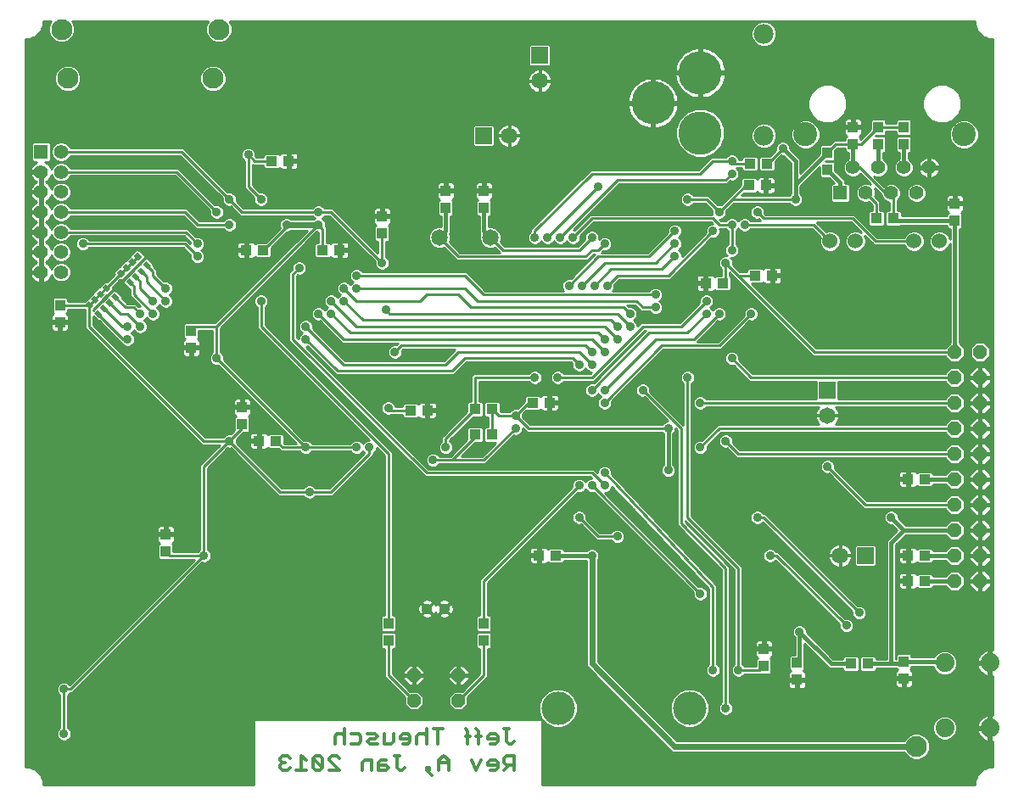
<source format=gbl>
G75*
G70*
%OFA0B0*%
%FSLAX24Y24*%
%IPPOS*%
%LPD*%
%AMOC8*
5,1,8,0,0,1.08239X$1,22.5*
%
%ADD10C,0.0120*%
%ADD11R,0.0554X0.0554*%
%ADD12C,0.0554*%
%ADD13C,0.0602*%
%ADD14C,0.0945*%
%ADD15C,0.1700*%
%ADD16C,0.0740*%
%ADD17OC8,0.0560*%
%ADD18R,0.0433X0.0394*%
%ADD19R,0.0394X0.0433*%
%ADD20C,0.0780*%
%ADD21C,0.0827*%
%ADD22C,0.0650*%
%ADD23R,0.0197X0.0256*%
%ADD24R,0.0560X0.0560*%
%ADD25C,0.0560*%
%ADD26C,0.1310*%
%ADD27OC8,0.0520*%
%ADD28C,0.0436*%
%ADD29R,0.0650X0.0650*%
%ADD30C,0.0356*%
%ADD31C,0.0100*%
%ADD32C,0.0160*%
%ADD33C,0.0240*%
D10*
X011094Y003446D02*
X011191Y003350D01*
X011384Y003350D01*
X011481Y003446D01*
X011288Y003640D02*
X011191Y003640D01*
X011094Y003543D01*
X011094Y003446D01*
X011191Y003640D02*
X011094Y003737D01*
X011094Y003833D01*
X011191Y003930D01*
X011384Y003930D01*
X011481Y003833D01*
X011932Y003930D02*
X011932Y003350D01*
X011739Y003350D02*
X012126Y003350D01*
X012383Y003446D02*
X012480Y003350D01*
X012674Y003350D01*
X012770Y003446D01*
X012383Y003833D01*
X012383Y003446D01*
X012770Y003446D02*
X012770Y003833D01*
X012674Y003930D01*
X012480Y003930D01*
X012383Y003833D01*
X012126Y003737D02*
X011932Y003930D01*
X013028Y003833D02*
X013028Y003737D01*
X013415Y003350D01*
X013028Y003350D01*
X013028Y003833D02*
X013125Y003930D01*
X013318Y003930D01*
X013415Y003833D01*
X013243Y004400D02*
X013243Y004690D01*
X013339Y004787D01*
X013533Y004787D01*
X013630Y004690D01*
X013887Y004787D02*
X014177Y004787D01*
X014274Y004690D01*
X014274Y004496D01*
X014177Y004400D01*
X013887Y004400D01*
X013630Y004400D02*
X013630Y004980D01*
X014532Y004787D02*
X014822Y004787D01*
X014919Y004690D01*
X014822Y004593D01*
X014629Y004593D01*
X014532Y004496D01*
X014629Y004400D01*
X014919Y004400D01*
X015176Y004400D02*
X015176Y004787D01*
X015563Y004787D02*
X015563Y004496D01*
X015467Y004400D01*
X015176Y004400D01*
X015606Y003930D02*
X015800Y003930D01*
X015703Y003930D02*
X015703Y003446D01*
X015800Y003350D01*
X015896Y003350D01*
X015993Y003446D01*
X015348Y003446D02*
X015252Y003543D01*
X014961Y003543D01*
X014961Y003640D02*
X014961Y003350D01*
X015252Y003350D01*
X015348Y003446D01*
X015252Y003737D02*
X015058Y003737D01*
X014961Y003640D01*
X014704Y003737D02*
X014704Y003350D01*
X014704Y003737D02*
X014414Y003737D01*
X014317Y003640D01*
X014317Y003350D01*
X015918Y004400D02*
X016111Y004400D01*
X016208Y004496D01*
X016208Y004690D01*
X016111Y004787D01*
X015918Y004787D01*
X015821Y004690D01*
X015821Y004593D01*
X016208Y004593D01*
X016465Y004690D02*
X016465Y004400D01*
X016465Y004690D02*
X016562Y004787D01*
X016756Y004787D01*
X016852Y004690D01*
X016852Y004980D02*
X016852Y004400D01*
X017303Y004400D02*
X017303Y004980D01*
X017110Y004980D02*
X017497Y004980D01*
X018378Y004980D02*
X018474Y004883D01*
X018474Y004400D01*
X018571Y004690D02*
X018378Y004690D01*
X018807Y004690D02*
X019001Y004690D01*
X018904Y004883D02*
X018807Y004980D01*
X018904Y004883D02*
X018904Y004400D01*
X019258Y004593D02*
X019645Y004593D01*
X019645Y004496D02*
X019645Y004690D01*
X019549Y004787D01*
X019355Y004787D01*
X019258Y004690D01*
X019258Y004593D01*
X019355Y004400D02*
X019549Y004400D01*
X019645Y004496D01*
X020000Y004496D02*
X020097Y004400D01*
X020193Y004400D01*
X020290Y004496D01*
X020000Y004496D02*
X020000Y004980D01*
X020097Y004980D02*
X019903Y004980D01*
X020000Y003930D02*
X019903Y003833D01*
X019903Y003640D01*
X020000Y003543D01*
X020290Y003543D01*
X020290Y003350D02*
X020290Y003930D01*
X020000Y003930D01*
X020097Y003543D02*
X019903Y003350D01*
X019645Y003446D02*
X019645Y003640D01*
X019549Y003737D01*
X019355Y003737D01*
X019258Y003640D01*
X019258Y003543D01*
X019645Y003543D01*
X019645Y003446D02*
X019549Y003350D01*
X019355Y003350D01*
X019001Y003737D02*
X018807Y003350D01*
X018614Y003737D01*
X017712Y003737D02*
X017712Y003350D01*
X017712Y003640D02*
X017325Y003640D01*
X017325Y003737D02*
X017325Y003350D01*
X017067Y003156D02*
X016874Y003350D01*
X016971Y003350D01*
X016971Y003446D01*
X016874Y003446D01*
X016874Y003350D01*
X017325Y003737D02*
X017518Y003930D01*
X017712Y003737D01*
D11*
X033100Y026040D03*
D12*
X034100Y026040D03*
X035100Y026040D03*
X036100Y026040D03*
X035600Y027040D03*
X034600Y027040D03*
X033600Y027040D03*
X036600Y027040D03*
D13*
X037002Y024138D03*
X036002Y024138D03*
X033698Y024138D03*
X032698Y024138D03*
D14*
X031740Y028339D03*
X037960Y028339D03*
D15*
X027600Y028396D03*
X025750Y029577D03*
X027600Y030758D03*
D16*
X037210Y007570D03*
X038990Y007570D03*
X038990Y005010D03*
X037210Y005010D03*
D17*
X037600Y010790D03*
X037600Y011790D03*
X037600Y012790D03*
X037600Y013790D03*
X037600Y014790D03*
X037600Y015790D03*
X037600Y016790D03*
X037600Y017790D03*
X037600Y018790D03*
X037600Y019790D03*
X038600Y019790D03*
X038600Y018790D03*
X038600Y017790D03*
X038600Y016790D03*
X038600Y015790D03*
X038600Y014790D03*
X038600Y013790D03*
X038600Y012790D03*
X038600Y011790D03*
X038600Y010790D03*
D18*
X036435Y010790D03*
X035765Y010790D03*
X035765Y011790D03*
X036435Y011790D03*
X036435Y014790D03*
X035765Y014790D03*
X034185Y007540D03*
X033515Y007540D03*
X021935Y011790D03*
X021265Y011790D03*
X019435Y016540D03*
X018765Y016540D03*
X018765Y017540D03*
X019435Y017540D03*
X021015Y017790D03*
X021685Y017790D03*
X016885Y017490D03*
X016215Y017490D03*
X010935Y016290D03*
X010265Y016290D03*
X010435Y023790D03*
X009765Y023790D03*
X012765Y023790D03*
X013435Y023790D03*
X011435Y027290D03*
X010765Y027290D03*
X027815Y022490D03*
X028485Y022490D03*
X029765Y022790D03*
X030435Y022790D03*
X030185Y026340D03*
X029515Y026340D03*
X029565Y027190D03*
X030235Y027190D03*
X034515Y025040D03*
X035185Y025040D03*
D19*
X037600Y024955D03*
X037600Y025624D03*
X035600Y027955D03*
X035600Y028624D03*
X034600Y028624D03*
X034600Y027955D03*
X033600Y027955D03*
X033600Y028624D03*
X032600Y027624D03*
X032600Y026955D03*
X019100Y026124D03*
X019100Y025455D03*
X017600Y025455D03*
X017600Y026124D03*
X015100Y025124D03*
X015100Y024455D03*
X007600Y020624D03*
X007600Y019955D03*
X009600Y017624D03*
X009600Y016955D03*
X006600Y012624D03*
X006600Y011955D03*
X015350Y009124D03*
X015350Y008455D03*
X019100Y008455D03*
X019100Y009124D03*
X030100Y008124D03*
X030100Y007455D03*
X031400Y007574D03*
X031400Y006905D03*
X035600Y006955D03*
X035600Y007624D03*
X002450Y020955D03*
X002450Y021624D03*
D20*
X030100Y028290D03*
X030100Y032290D03*
D21*
X008691Y032469D03*
X008454Y030540D03*
X002746Y030540D03*
X002509Y032469D03*
X036100Y004290D03*
D22*
X033100Y011790D03*
X032600Y017290D03*
X020100Y028290D03*
X021300Y030440D03*
X019350Y024290D03*
X017350Y024290D03*
D23*
G36*
X005699Y023221D02*
X005837Y023359D01*
X006017Y023179D01*
X005879Y023041D01*
X005699Y023221D01*
G37*
G36*
X005476Y022998D02*
X005614Y023136D01*
X005794Y022956D01*
X005656Y022818D01*
X005476Y022998D01*
G37*
G36*
X005254Y022775D02*
X005392Y022913D01*
X005572Y022733D01*
X005434Y022595D01*
X005254Y022775D01*
G37*
G36*
X005031Y022553D02*
X005169Y022691D01*
X005349Y022511D01*
X005211Y022373D01*
X005031Y022553D01*
G37*
G36*
X004683Y022901D02*
X004821Y023039D01*
X005001Y022859D01*
X004863Y022721D01*
X004683Y022901D01*
G37*
G36*
X004906Y023123D02*
X005044Y023261D01*
X005224Y023081D01*
X005086Y022943D01*
X004906Y023123D01*
G37*
G36*
X005128Y023346D02*
X005266Y023484D01*
X005446Y023304D01*
X005308Y023166D01*
X005128Y023346D01*
G37*
G36*
X005351Y023569D02*
X005489Y023707D01*
X005669Y023527D01*
X005531Y023389D01*
X005351Y023569D01*
G37*
G36*
X004101Y022319D02*
X004239Y022457D01*
X004419Y022277D01*
X004281Y022139D01*
X004101Y022319D01*
G37*
G36*
X003878Y022096D02*
X004016Y022234D01*
X004196Y022054D01*
X004058Y021916D01*
X003878Y022096D01*
G37*
G36*
X003656Y021873D02*
X003794Y022011D01*
X003974Y021831D01*
X003836Y021693D01*
X003656Y021873D01*
G37*
G36*
X003433Y021651D02*
X003571Y021789D01*
X003751Y021609D01*
X003613Y021471D01*
X003433Y021651D01*
G37*
G36*
X003781Y021303D02*
X003919Y021441D01*
X004099Y021261D01*
X003961Y021123D01*
X003781Y021303D01*
G37*
G36*
X004004Y021525D02*
X004142Y021663D01*
X004322Y021483D01*
X004184Y021345D01*
X004004Y021525D01*
G37*
G36*
X004226Y021748D02*
X004364Y021886D01*
X004544Y021706D01*
X004406Y021568D01*
X004226Y021748D01*
G37*
G36*
X004449Y021971D02*
X004587Y022109D01*
X004767Y021929D01*
X004629Y021791D01*
X004449Y021971D01*
G37*
D24*
X001706Y027652D03*
D25*
X001706Y026864D03*
X001706Y026077D03*
X002494Y026077D03*
X002494Y026864D03*
X002494Y027652D03*
X002494Y025290D03*
X001706Y025290D03*
X001706Y024502D03*
X001706Y023715D03*
X002494Y023715D03*
X002494Y024502D03*
X002494Y022927D03*
X001706Y022927D03*
D26*
X022015Y005790D03*
X027185Y005790D03*
D27*
X018100Y006090D03*
X018100Y007090D03*
X016350Y007090D03*
X016350Y006090D03*
D28*
X016870Y009702D03*
X017542Y009702D03*
D29*
X032600Y018290D03*
X034100Y011790D03*
X019100Y028290D03*
X021300Y031440D03*
D30*
X023600Y026290D03*
X023350Y024290D03*
X023850Y024040D03*
X024600Y024040D03*
X026100Y024540D03*
X026600Y024540D03*
X026600Y024040D03*
X026600Y023540D03*
X028100Y024540D03*
X028350Y025290D03*
X028850Y024790D03*
X029350Y024790D03*
X029850Y025290D03*
X030010Y024460D03*
X030010Y023710D03*
X028850Y023790D03*
X028350Y023790D03*
X028600Y023290D03*
X027850Y021790D03*
X027850Y021290D03*
X028350Y021290D03*
X029600Y021290D03*
X030510Y019960D03*
X028850Y019540D03*
X027100Y018790D03*
X027600Y017790D03*
X026350Y016790D03*
X027600Y016040D03*
X028600Y016290D03*
X028600Y015540D03*
X026350Y015140D03*
X026100Y013440D03*
X024350Y012540D03*
X023350Y011790D03*
X022850Y013290D03*
X022850Y014540D03*
X023350Y014540D03*
X023850Y014540D03*
X023850Y015040D03*
X023850Y017790D03*
X023850Y018290D03*
X023350Y018290D03*
X023350Y019290D03*
X023350Y019790D03*
X023850Y019790D03*
X023850Y020290D03*
X024350Y020290D03*
X024350Y020790D03*
X024850Y020790D03*
X024850Y021290D03*
X025850Y021540D03*
X025850Y022040D03*
X023950Y022390D03*
X023450Y022390D03*
X022950Y022390D03*
X022450Y022390D03*
X021450Y022540D03*
X021600Y024290D03*
X021100Y024290D03*
X022100Y024290D03*
X022600Y024290D03*
X027100Y025790D03*
X028850Y026790D03*
X028850Y027290D03*
X030850Y027790D03*
X031350Y025790D03*
X034350Y023290D03*
X031510Y022460D03*
X025350Y018290D03*
X022850Y019290D03*
X022000Y018790D03*
X021100Y018790D03*
X019600Y018040D03*
X020350Y017290D03*
X020350Y016790D03*
X017600Y016040D03*
X017100Y015540D03*
X014600Y016040D03*
X014100Y016040D03*
X015350Y017590D03*
X015750Y018190D03*
X015600Y019790D03*
X014100Y018540D03*
X012100Y020290D03*
X012100Y020790D03*
X012600Y021290D03*
X013100Y021290D03*
X013100Y021790D03*
X013600Y021790D03*
X013600Y022290D03*
X014100Y022290D03*
X014100Y022790D03*
X015100Y023290D03*
X015250Y021440D03*
X012320Y022690D03*
X011850Y023090D03*
X010350Y021790D03*
X009100Y022940D03*
X007850Y023540D03*
X007850Y024040D03*
X008600Y025290D03*
X009100Y024790D03*
X009100Y025790D03*
X010350Y025790D03*
X010100Y024940D03*
X011350Y024790D03*
X012600Y024790D03*
X012600Y025290D03*
X013600Y025940D03*
X009850Y027540D03*
X006325Y023690D03*
X006600Y022290D03*
X006600Y021790D03*
X006100Y021790D03*
X006100Y021290D03*
X005600Y021290D03*
X005600Y020790D03*
X005100Y020790D03*
X005100Y020290D03*
X008600Y019540D03*
X008600Y018540D03*
X008600Y017040D03*
X009100Y016290D03*
X012100Y016040D03*
X012250Y014290D03*
X008100Y011790D03*
X003350Y012290D03*
X002600Y006540D03*
X002600Y004790D03*
X001850Y003790D03*
X007100Y004290D03*
X009050Y006662D03*
X018350Y018940D03*
X027600Y010290D03*
X030350Y011790D03*
X029850Y013290D03*
X031100Y015040D03*
X032600Y015290D03*
X032600Y014290D03*
X035100Y013290D03*
X033850Y009540D03*
X033350Y009040D03*
X031500Y008790D03*
X029100Y007290D03*
X028100Y007290D03*
X028600Y005790D03*
X028600Y003440D03*
X003350Y024040D03*
D31*
X001801Y002929D02*
X001801Y002790D01*
X010050Y002790D01*
X010050Y005310D01*
X010079Y005340D01*
X021371Y005340D01*
X021400Y005310D01*
X021400Y002790D01*
X038399Y002790D01*
X038399Y002929D01*
X038506Y003187D01*
X038703Y003384D01*
X038961Y003491D01*
X039100Y003491D01*
X039100Y004501D01*
X039040Y004491D01*
X039040Y004960D01*
X038940Y004960D01*
X038471Y004960D01*
X038483Y004888D01*
X038508Y004810D01*
X038545Y004737D01*
X038593Y004671D01*
X038651Y004613D01*
X038717Y004565D01*
X038790Y004528D01*
X038868Y004502D01*
X038940Y004491D01*
X038940Y004960D01*
X038940Y005060D01*
X038940Y005528D01*
X038868Y005517D01*
X038790Y005492D01*
X038717Y005454D01*
X038651Y005406D01*
X038593Y005348D01*
X038545Y005282D01*
X038508Y005209D01*
X038483Y005131D01*
X038471Y005060D01*
X038940Y005060D01*
X039040Y005060D01*
X039040Y005528D01*
X039100Y005519D01*
X039100Y007061D01*
X039040Y007051D01*
X039040Y007520D01*
X038940Y007520D01*
X038471Y007520D01*
X038483Y007448D01*
X038508Y007370D01*
X038545Y007297D01*
X038593Y007231D01*
X038651Y007173D01*
X038717Y007125D01*
X038790Y007088D01*
X038868Y007062D01*
X038940Y007051D01*
X038940Y007520D01*
X038940Y007620D01*
X038940Y008088D01*
X038868Y008077D01*
X038790Y008052D01*
X038717Y008014D01*
X038651Y007966D01*
X038593Y007908D01*
X038545Y007842D01*
X038508Y007769D01*
X038483Y007691D01*
X038471Y007620D01*
X038940Y007620D01*
X039040Y007620D01*
X039040Y008088D01*
X039100Y008079D01*
X039100Y032088D01*
X038961Y032088D01*
X038703Y032195D01*
X038506Y032392D01*
X038399Y032650D01*
X038399Y032790D01*
X009110Y032790D01*
X009134Y032765D01*
X009214Y032573D01*
X009214Y032365D01*
X009134Y032172D01*
X008987Y032025D01*
X008795Y031945D01*
X008586Y031945D01*
X008394Y032025D01*
X008247Y032172D01*
X008167Y032365D01*
X008167Y032573D01*
X008247Y032765D01*
X008271Y032790D01*
X002929Y032790D01*
X002953Y032765D01*
X003033Y032573D01*
X003033Y032365D01*
X002953Y032172D01*
X002806Y032025D01*
X002614Y031945D01*
X002405Y031945D01*
X002213Y032025D01*
X002066Y032172D01*
X001986Y032365D01*
X001986Y032573D01*
X002066Y032765D01*
X002090Y032790D01*
X001801Y032790D01*
X001801Y032650D01*
X001694Y032392D01*
X001497Y032195D01*
X001239Y032088D01*
X001100Y032088D01*
X001100Y003491D01*
X001239Y003491D01*
X001497Y003384D01*
X001694Y003187D01*
X001801Y002929D01*
X001784Y002972D02*
X010050Y002972D01*
X010050Y003070D02*
X001743Y003070D01*
X001702Y003169D02*
X010050Y003169D01*
X010050Y003267D02*
X001614Y003267D01*
X001516Y003366D02*
X010050Y003366D01*
X010050Y003464D02*
X001304Y003464D01*
X001100Y003563D02*
X010050Y003563D01*
X010050Y003661D02*
X001100Y003661D01*
X001100Y003760D02*
X010050Y003760D01*
X010050Y003858D02*
X001100Y003858D01*
X001100Y003957D02*
X010050Y003957D01*
X010050Y004055D02*
X001100Y004055D01*
X001100Y004154D02*
X010050Y004154D01*
X010050Y004252D02*
X001100Y004252D01*
X001100Y004351D02*
X010050Y004351D01*
X010050Y004449D02*
X001100Y004449D01*
X001100Y004548D02*
X002435Y004548D01*
X002437Y004545D02*
X002543Y004501D01*
X002657Y004501D01*
X002763Y004545D01*
X002844Y004626D01*
X002888Y004732D01*
X002888Y004847D01*
X002844Y004953D01*
X002763Y005034D01*
X002760Y005035D01*
X002760Y006294D01*
X002763Y006295D01*
X002844Y006376D01*
X002846Y006380D01*
X002916Y006380D01*
X008039Y011503D01*
X008043Y011501D01*
X008157Y011501D01*
X008263Y011545D01*
X008344Y011626D01*
X008388Y011732D01*
X008388Y011847D01*
X008344Y011953D01*
X008263Y012034D01*
X008260Y012035D01*
X008260Y015223D01*
X009039Y016003D01*
X009043Y016001D01*
X009157Y016001D01*
X009161Y016003D01*
X011034Y014130D01*
X012004Y014130D01*
X012006Y014126D01*
X012087Y014045D01*
X012193Y014001D01*
X012307Y014001D01*
X012413Y014045D01*
X012494Y014126D01*
X012496Y014130D01*
X013166Y014130D01*
X013260Y014223D01*
X013260Y014223D01*
X014760Y015723D01*
X014760Y015794D01*
X014763Y015795D01*
X014844Y015876D01*
X014888Y015982D01*
X014888Y016025D01*
X015190Y015723D01*
X015190Y009451D01*
X015108Y009451D01*
X015043Y009386D01*
X015043Y008862D01*
X015108Y008798D01*
X015592Y008798D01*
X015657Y008862D01*
X015657Y009386D01*
X015592Y009451D01*
X015510Y009451D01*
X015510Y015856D01*
X010510Y020856D01*
X010510Y021544D01*
X010513Y021545D01*
X010594Y021626D01*
X010638Y021732D01*
X010638Y021847D01*
X010594Y021953D01*
X010513Y022034D01*
X010407Y022078D01*
X010293Y022078D01*
X010187Y022034D01*
X010106Y021953D01*
X010062Y021847D01*
X010062Y021732D01*
X010106Y021626D01*
X010187Y021545D01*
X010190Y021544D01*
X010190Y020723D01*
X010284Y020630D01*
X014586Y016328D01*
X014543Y016328D01*
X014437Y016284D01*
X014356Y016203D01*
X014350Y016189D01*
X014344Y016203D01*
X014263Y016284D01*
X014157Y016328D01*
X014043Y016328D01*
X013937Y016284D01*
X013856Y016203D01*
X013854Y016200D01*
X012346Y016200D01*
X012344Y016203D01*
X012263Y016284D01*
X012157Y016328D01*
X012043Y016328D01*
X012039Y016326D01*
X008887Y019479D01*
X008888Y019482D01*
X008888Y019597D01*
X008844Y019703D01*
X008763Y019784D01*
X008760Y019785D01*
X008760Y020723D01*
X012539Y024503D01*
X012543Y024501D01*
X012605Y024501D01*
X012605Y024096D01*
X012503Y024096D01*
X012439Y024032D01*
X012439Y023547D01*
X012503Y023483D01*
X013027Y023483D01*
X013079Y023534D01*
X013098Y023501D01*
X013126Y023473D01*
X013160Y023453D01*
X013198Y023443D01*
X013386Y023443D01*
X013386Y023741D01*
X013483Y023741D01*
X013483Y023443D01*
X013671Y023443D01*
X013709Y023453D01*
X013743Y023473D01*
X013771Y023501D01*
X013791Y023535D01*
X013801Y023573D01*
X013801Y023741D01*
X013483Y023741D01*
X013483Y023838D01*
X013386Y023838D01*
X013386Y024136D01*
X013198Y024136D01*
X013160Y024126D01*
X013126Y024106D01*
X013098Y024079D01*
X013079Y024045D01*
X013027Y024096D01*
X012925Y024096D01*
X012925Y024691D01*
X012887Y024729D01*
X012888Y024732D01*
X012888Y024847D01*
X012844Y024953D01*
X012763Y025034D01*
X012749Y025040D01*
X012763Y025045D01*
X012844Y025126D01*
X012846Y025130D01*
X013034Y025130D01*
X014813Y023350D01*
X014812Y023347D01*
X014812Y023232D01*
X014856Y023126D01*
X014937Y023045D01*
X015043Y023001D01*
X015157Y023001D01*
X015263Y023045D01*
X015344Y023126D01*
X015388Y023232D01*
X015388Y023347D01*
X015344Y023453D01*
X015263Y023534D01*
X015260Y023535D01*
X015260Y024128D01*
X015342Y024128D01*
X015407Y024193D01*
X015407Y024717D01*
X015356Y024768D01*
X015389Y024788D01*
X015417Y024816D01*
X015437Y024850D01*
X015447Y024888D01*
X015447Y025076D01*
X015148Y025076D01*
X015148Y025173D01*
X015052Y025173D01*
X015052Y025491D01*
X014883Y025491D01*
X014845Y025481D01*
X014811Y025461D01*
X014783Y025433D01*
X014763Y025399D01*
X014753Y025361D01*
X014753Y025173D01*
X015052Y025173D01*
X015052Y025076D01*
X014753Y025076D01*
X014753Y024888D01*
X014763Y024850D01*
X014783Y024816D01*
X014811Y024788D01*
X014844Y024768D01*
X014793Y024717D01*
X014793Y024193D01*
X014858Y024128D01*
X014940Y024128D01*
X014940Y023676D01*
X013166Y025450D01*
X012846Y025450D01*
X012844Y025453D01*
X012763Y025534D01*
X012657Y025578D01*
X012543Y025578D01*
X012437Y025534D01*
X012356Y025453D01*
X012354Y025450D01*
X009666Y025450D01*
X009387Y025729D01*
X009388Y025732D01*
X009388Y025847D01*
X009344Y025953D01*
X009263Y026034D01*
X009157Y026078D01*
X009043Y026078D01*
X009039Y026076D01*
X007304Y027812D01*
X002850Y027812D01*
X002824Y027873D01*
X002715Y027982D01*
X002571Y028042D01*
X002416Y028042D01*
X002273Y027982D01*
X002163Y027873D01*
X002104Y027729D01*
X002104Y027574D01*
X002163Y027431D01*
X002273Y027321D01*
X002416Y027262D01*
X002571Y027262D01*
X002715Y027321D01*
X002824Y027431D01*
X002850Y027492D01*
X007172Y027492D01*
X008813Y025850D01*
X008812Y025847D01*
X008812Y025732D01*
X008856Y025626D01*
X008937Y025545D01*
X009043Y025501D01*
X009157Y025501D01*
X009161Y025503D01*
X009534Y025130D01*
X012354Y025130D01*
X012356Y025126D01*
X012437Y025045D01*
X012451Y025040D01*
X012437Y025034D01*
X012423Y025020D01*
X011527Y025020D01*
X011513Y025034D01*
X011407Y025078D01*
X011293Y025078D01*
X011187Y025034D01*
X011106Y024953D01*
X011062Y024847D01*
X011062Y024732D01*
X011088Y024669D01*
X010515Y024096D01*
X010173Y024096D01*
X010121Y024045D01*
X010102Y024079D01*
X010074Y024106D01*
X010040Y024126D01*
X010002Y024136D01*
X009814Y024136D01*
X009814Y023838D01*
X009717Y023838D01*
X009717Y024136D01*
X009529Y024136D01*
X009491Y024126D01*
X009457Y024106D01*
X009429Y024079D01*
X009409Y024044D01*
X009399Y024006D01*
X009399Y023838D01*
X009717Y023838D01*
X009717Y023741D01*
X009814Y023741D01*
X009814Y023443D01*
X010002Y023443D01*
X010040Y023453D01*
X010074Y023473D01*
X010102Y023501D01*
X010121Y023534D01*
X010173Y023483D01*
X010697Y023483D01*
X010761Y023547D01*
X010761Y023890D01*
X011373Y024501D01*
X011407Y024501D01*
X011513Y024545D01*
X011527Y024560D01*
X012144Y024560D01*
X008534Y020950D01*
X007844Y020950D01*
X007842Y020951D01*
X007358Y020951D01*
X007293Y020886D01*
X007293Y020362D01*
X007344Y020311D01*
X007311Y020292D01*
X007283Y020264D01*
X007263Y020229D01*
X007253Y020191D01*
X007253Y020003D01*
X007552Y020003D01*
X007552Y019907D01*
X007648Y019907D01*
X007648Y020003D01*
X007947Y020003D01*
X007947Y020191D01*
X007937Y020229D01*
X007917Y020264D01*
X007889Y020292D01*
X007856Y020311D01*
X007907Y020362D01*
X007907Y020630D01*
X008440Y020630D01*
X008440Y019785D01*
X008437Y019784D01*
X008356Y019703D01*
X008312Y019597D01*
X008312Y019482D01*
X008356Y019376D01*
X008437Y019295D01*
X008543Y019251D01*
X008657Y019251D01*
X008661Y019253D01*
X011714Y016200D01*
X011261Y016200D01*
X011261Y016532D01*
X011197Y016596D01*
X010673Y016596D01*
X010621Y016545D01*
X010602Y016579D01*
X010574Y016606D01*
X010540Y016626D01*
X010502Y016636D01*
X010314Y016636D01*
X010314Y016338D01*
X010217Y016338D01*
X010217Y016636D01*
X010029Y016636D01*
X009991Y016626D01*
X009957Y016606D01*
X009929Y016579D01*
X009909Y016544D01*
X009899Y016506D01*
X009899Y016338D01*
X010217Y016338D01*
X010217Y016241D01*
X010314Y016241D01*
X010314Y015943D01*
X010502Y015943D01*
X010540Y015953D01*
X010574Y015973D01*
X010602Y016001D01*
X010621Y016034D01*
X010673Y015983D01*
X011015Y015983D01*
X011025Y015973D01*
X011118Y015880D01*
X011854Y015880D01*
X011856Y015876D01*
X011937Y015795D01*
X012043Y015751D01*
X012157Y015751D01*
X012263Y015795D01*
X012344Y015876D01*
X012346Y015880D01*
X013854Y015880D01*
X013856Y015876D01*
X013937Y015795D01*
X014043Y015751D01*
X014157Y015751D01*
X014263Y015795D01*
X014344Y015876D01*
X014350Y015890D01*
X014356Y015876D01*
X014408Y015824D01*
X013034Y014450D01*
X012496Y014450D01*
X012494Y014453D01*
X012413Y014534D01*
X012307Y014578D01*
X012193Y014578D01*
X012087Y014534D01*
X012006Y014453D01*
X012004Y014450D01*
X011166Y014450D01*
X009387Y016229D01*
X009388Y016232D01*
X009388Y016347D01*
X009387Y016350D01*
X009665Y016628D01*
X009842Y016628D01*
X009907Y016693D01*
X009907Y017217D01*
X009856Y017268D01*
X009889Y017288D01*
X009917Y017316D01*
X009937Y017350D01*
X009947Y017388D01*
X009947Y017576D01*
X009648Y017576D01*
X009648Y017673D01*
X009552Y017673D01*
X009552Y017991D01*
X009383Y017991D01*
X009345Y017981D01*
X009311Y017961D01*
X009283Y017933D01*
X009263Y017899D01*
X009253Y017861D01*
X009253Y017673D01*
X009552Y017673D01*
X009552Y017576D01*
X009253Y017576D01*
X009253Y017388D01*
X009263Y017350D01*
X009283Y017316D01*
X009311Y017288D01*
X009344Y017268D01*
X009293Y017217D01*
X009293Y016709D01*
X009161Y016576D01*
X009157Y016578D01*
X009043Y016578D01*
X008937Y016534D01*
X008856Y016453D01*
X008854Y016450D01*
X008166Y016450D01*
X003752Y020864D01*
X003752Y021175D01*
X003915Y021011D01*
X003984Y021011D01*
X004772Y020223D01*
X004847Y020149D01*
X004856Y020126D01*
X004937Y020045D01*
X005043Y020001D01*
X005157Y020001D01*
X005263Y020045D01*
X005344Y020126D01*
X005388Y020232D01*
X005388Y020347D01*
X005344Y020453D01*
X005263Y020534D01*
X005249Y020540D01*
X005263Y020545D01*
X005344Y020626D01*
X005350Y020640D01*
X005356Y020626D01*
X005437Y020545D01*
X005543Y020501D01*
X005657Y020501D01*
X005763Y020545D01*
X005844Y020626D01*
X005888Y020732D01*
X005888Y020847D01*
X005844Y020953D01*
X005763Y021034D01*
X005749Y021040D01*
X005763Y021045D01*
X005844Y021126D01*
X005850Y021140D01*
X005856Y021126D01*
X005937Y021045D01*
X006043Y021001D01*
X006157Y021001D01*
X006263Y021045D01*
X006344Y021126D01*
X006388Y021232D01*
X006388Y021347D01*
X006344Y021453D01*
X006263Y021534D01*
X006249Y021540D01*
X006263Y021545D01*
X006344Y021626D01*
X006350Y021640D01*
X006356Y021626D01*
X006437Y021545D01*
X006543Y021501D01*
X006657Y021501D01*
X006763Y021545D01*
X006844Y021626D01*
X006888Y021732D01*
X006888Y021847D01*
X006844Y021953D01*
X006763Y022034D01*
X006749Y022040D01*
X006763Y022045D01*
X006844Y022126D01*
X006888Y022232D01*
X006888Y022347D01*
X006844Y022453D01*
X006763Y022534D01*
X006657Y022578D01*
X006543Y022578D01*
X006539Y022576D01*
X006260Y022856D01*
X006260Y023024D01*
X006166Y023118D01*
X006128Y023156D01*
X006128Y023224D01*
X005883Y023470D01*
X005792Y023470D01*
X005588Y023266D01*
X005588Y023247D01*
X005569Y023247D01*
X005365Y023043D01*
X005365Y023024D01*
X005346Y023024D01*
X005143Y022821D01*
X005143Y022802D01*
X005123Y022802D01*
X004920Y022598D01*
X004920Y022507D01*
X005165Y022261D01*
X005190Y022261D01*
X005190Y021973D01*
X005586Y021578D01*
X005543Y021578D01*
X005539Y021576D01*
X005416Y021700D01*
X005084Y021700D01*
X004878Y021906D01*
X004878Y021974D01*
X004633Y022220D01*
X004542Y022220D01*
X004338Y022016D01*
X004338Y021997D01*
X004319Y021997D01*
X004115Y021793D01*
X004115Y021774D01*
X004096Y021774D01*
X003893Y021571D01*
X003893Y021552D01*
X003873Y021552D01*
X003752Y021430D01*
X003752Y021453D01*
X003862Y021563D01*
X003862Y021582D01*
X003881Y021582D01*
X004085Y021786D01*
X004085Y021805D01*
X004104Y021805D01*
X004307Y022009D01*
X004307Y022028D01*
X004327Y022028D01*
X004530Y022231D01*
X004530Y022322D01*
X004521Y022332D01*
X004808Y022619D01*
X004817Y022609D01*
X004908Y022609D01*
X005112Y022813D01*
X005112Y022832D01*
X005131Y022832D01*
X005335Y023036D01*
X005335Y023055D01*
X005354Y023055D01*
X005557Y023259D01*
X005557Y023278D01*
X005577Y023278D01*
X005780Y023481D01*
X005780Y023572D01*
X005535Y023818D01*
X005444Y023818D01*
X005240Y023614D01*
X005240Y023595D01*
X005221Y023595D01*
X005017Y023391D01*
X005017Y023372D01*
X004998Y023372D01*
X004795Y023169D01*
X004795Y023150D01*
X004775Y023150D01*
X004572Y022946D01*
X004572Y022855D01*
X004581Y022845D01*
X004294Y022558D01*
X004285Y022568D01*
X004194Y022568D01*
X003990Y022364D01*
X003990Y022345D01*
X003971Y022345D01*
X003767Y022141D01*
X003767Y022122D01*
X003748Y022122D01*
X003545Y021919D01*
X003545Y021900D01*
X003525Y021900D01*
X003410Y021784D01*
X002757Y021784D01*
X002757Y021886D01*
X002692Y021951D01*
X002208Y021951D01*
X002143Y021886D01*
X002143Y021362D01*
X002194Y021311D01*
X002161Y021292D01*
X002133Y021264D01*
X002113Y021229D01*
X002103Y021191D01*
X002103Y021003D01*
X002402Y021003D01*
X002402Y020907D01*
X002498Y020907D01*
X002498Y021003D01*
X002797Y021003D01*
X002797Y021191D01*
X002787Y021229D01*
X002767Y021264D01*
X002739Y021292D01*
X002706Y021311D01*
X002757Y021362D01*
X002757Y021464D01*
X003432Y021464D01*
X003432Y020731D01*
X007940Y016223D01*
X008034Y016130D01*
X008714Y016130D01*
X007940Y015356D01*
X007940Y012035D01*
X007937Y012034D01*
X007856Y011953D01*
X007854Y011950D01*
X006907Y011950D01*
X006907Y012217D01*
X006856Y012268D01*
X006889Y012288D01*
X006917Y012316D01*
X006937Y012350D01*
X006947Y012388D01*
X006947Y012576D01*
X006648Y012576D01*
X006648Y012673D01*
X006552Y012673D01*
X006552Y012991D01*
X006383Y012991D01*
X006345Y012981D01*
X006311Y012961D01*
X006283Y012933D01*
X006263Y012899D01*
X006253Y012861D01*
X006253Y012673D01*
X006552Y012673D01*
X006552Y012576D01*
X006253Y012576D01*
X006253Y012388D01*
X006263Y012350D01*
X006283Y012316D01*
X006311Y012288D01*
X006344Y012268D01*
X006293Y012217D01*
X006293Y011693D01*
X006358Y011628D01*
X006842Y011628D01*
X006844Y011630D01*
X007714Y011630D01*
X002816Y006731D01*
X002763Y006784D01*
X002657Y006828D01*
X002543Y006828D01*
X002437Y006784D01*
X002356Y006703D01*
X002312Y006597D01*
X002312Y006482D01*
X002356Y006376D01*
X002437Y006295D01*
X002440Y006294D01*
X002440Y005035D01*
X002437Y005034D01*
X002356Y004953D01*
X002312Y004847D01*
X002312Y004732D01*
X002356Y004626D01*
X002437Y004545D01*
X002348Y004646D02*
X001100Y004646D01*
X001100Y004745D02*
X002312Y004745D01*
X002312Y004843D02*
X001100Y004843D01*
X001100Y004942D02*
X002351Y004942D01*
X002440Y005040D02*
X001100Y005040D01*
X001100Y005139D02*
X002440Y005139D01*
X002440Y005237D02*
X001100Y005237D01*
X001100Y005336D02*
X002440Y005336D01*
X002440Y005434D02*
X001100Y005434D01*
X001100Y005533D02*
X002440Y005533D01*
X002440Y005631D02*
X001100Y005631D01*
X001100Y005730D02*
X002440Y005730D01*
X002440Y005828D02*
X001100Y005828D01*
X001100Y005927D02*
X002440Y005927D01*
X002440Y006025D02*
X001100Y006025D01*
X001100Y006124D02*
X002440Y006124D01*
X002440Y006222D02*
X001100Y006222D01*
X001100Y006321D02*
X002412Y006321D01*
X002338Y006419D02*
X001100Y006419D01*
X001100Y006518D02*
X002312Y006518D01*
X002320Y006616D02*
X001100Y006616D01*
X001100Y006715D02*
X002368Y006715D01*
X002507Y006813D02*
X001100Y006813D01*
X001100Y006912D02*
X002996Y006912D01*
X003094Y007010D02*
X001100Y007010D01*
X001100Y007109D02*
X003193Y007109D01*
X003291Y007207D02*
X001100Y007207D01*
X001100Y007306D02*
X003390Y007306D01*
X003488Y007404D02*
X001100Y007404D01*
X001100Y007503D02*
X003587Y007503D01*
X003685Y007601D02*
X001100Y007601D01*
X001100Y007700D02*
X003784Y007700D01*
X003882Y007798D02*
X001100Y007798D01*
X001100Y007897D02*
X003981Y007897D01*
X004079Y007995D02*
X001100Y007995D01*
X001100Y008094D02*
X004178Y008094D01*
X004276Y008192D02*
X001100Y008192D01*
X001100Y008291D02*
X004375Y008291D01*
X004473Y008389D02*
X001100Y008389D01*
X001100Y008488D02*
X004572Y008488D01*
X004670Y008586D02*
X001100Y008586D01*
X001100Y008685D02*
X004769Y008685D01*
X004867Y008783D02*
X001100Y008783D01*
X001100Y008882D02*
X004966Y008882D01*
X005064Y008980D02*
X001100Y008980D01*
X001100Y009079D02*
X005163Y009079D01*
X005261Y009177D02*
X001100Y009177D01*
X001100Y009276D02*
X005360Y009276D01*
X005458Y009374D02*
X001100Y009374D01*
X001100Y009473D02*
X005557Y009473D01*
X005655Y009571D02*
X001100Y009571D01*
X001100Y009670D02*
X005754Y009670D01*
X005852Y009768D02*
X001100Y009768D01*
X001100Y009867D02*
X005951Y009867D01*
X006049Y009965D02*
X001100Y009965D01*
X001100Y010064D02*
X006148Y010064D01*
X006246Y010162D02*
X001100Y010162D01*
X001100Y010261D02*
X006345Y010261D01*
X006443Y010359D02*
X001100Y010359D01*
X001100Y010458D02*
X006542Y010458D01*
X006640Y010556D02*
X001100Y010556D01*
X001100Y010655D02*
X006739Y010655D01*
X006837Y010753D02*
X001100Y010753D01*
X001100Y010852D02*
X006936Y010852D01*
X007034Y010950D02*
X001100Y010950D01*
X001100Y011049D02*
X007133Y011049D01*
X007231Y011147D02*
X001100Y011147D01*
X001100Y011246D02*
X007330Y011246D01*
X007428Y011344D02*
X001100Y011344D01*
X001100Y011443D02*
X007527Y011443D01*
X007625Y011541D02*
X001100Y011541D01*
X001100Y011640D02*
X006346Y011640D01*
X006293Y011738D02*
X001100Y011738D01*
X001100Y011837D02*
X006293Y011837D01*
X006293Y011935D02*
X001100Y011935D01*
X001100Y012034D02*
X006293Y012034D01*
X006293Y012132D02*
X001100Y012132D01*
X001100Y012231D02*
X006307Y012231D01*
X006275Y012329D02*
X001100Y012329D01*
X001100Y012428D02*
X006253Y012428D01*
X006253Y012526D02*
X001100Y012526D01*
X001100Y012625D02*
X006552Y012625D01*
X006648Y012625D02*
X007940Y012625D01*
X007940Y012723D02*
X006947Y012723D01*
X006947Y012673D02*
X006947Y012861D01*
X006937Y012899D01*
X006917Y012933D01*
X006889Y012961D01*
X006855Y012981D01*
X006817Y012991D01*
X006648Y012991D01*
X006648Y012673D01*
X006947Y012673D01*
X006947Y012526D02*
X007940Y012526D01*
X007940Y012428D02*
X006947Y012428D01*
X006925Y012329D02*
X007940Y012329D01*
X007940Y012231D02*
X006893Y012231D01*
X006907Y012132D02*
X007940Y012132D01*
X007937Y012034D02*
X006907Y012034D01*
X006765Y011790D02*
X008100Y011790D01*
X002850Y006540D01*
X002600Y006540D01*
X002600Y004790D01*
X002852Y004646D02*
X010050Y004646D01*
X010050Y004548D02*
X002765Y004548D01*
X002888Y004745D02*
X010050Y004745D01*
X010050Y004843D02*
X002888Y004843D01*
X002849Y004942D02*
X010050Y004942D01*
X010050Y005040D02*
X002760Y005040D01*
X002760Y005139D02*
X010050Y005139D01*
X010050Y005237D02*
X002760Y005237D01*
X002760Y005336D02*
X010075Y005336D01*
X010050Y002873D02*
X001801Y002873D01*
X002760Y005434D02*
X021334Y005434D01*
X021366Y005356D02*
X021582Y005141D01*
X021863Y005025D01*
X022167Y005025D01*
X022448Y005141D01*
X022664Y005356D01*
X022780Y005637D01*
X022780Y005942D01*
X022664Y006223D01*
X022448Y006438D01*
X022167Y006555D01*
X021863Y006555D01*
X021582Y006438D01*
X021366Y006223D01*
X021250Y005942D01*
X021250Y005637D01*
X021366Y005356D01*
X021375Y005336D02*
X021387Y005336D01*
X021400Y005237D02*
X021486Y005237D01*
X021400Y005139D02*
X021588Y005139D01*
X021400Y005040D02*
X021825Y005040D01*
X022205Y005040D02*
X025524Y005040D01*
X025426Y005139D02*
X022442Y005139D01*
X022544Y005237D02*
X025327Y005237D01*
X025229Y005336D02*
X022643Y005336D01*
X022696Y005434D02*
X025130Y005434D01*
X025032Y005533D02*
X022737Y005533D01*
X022777Y005631D02*
X024933Y005631D01*
X024835Y005730D02*
X022780Y005730D01*
X022780Y005828D02*
X024736Y005828D01*
X024638Y005927D02*
X022780Y005927D01*
X022745Y006025D02*
X024539Y006025D01*
X024441Y006124D02*
X022705Y006124D01*
X022664Y006222D02*
X024342Y006222D01*
X024244Y006321D02*
X022566Y006321D01*
X022467Y006419D02*
X024145Y006419D01*
X024047Y006518D02*
X022256Y006518D01*
X021774Y006518D02*
X018754Y006518D01*
X018853Y006616D02*
X023948Y006616D01*
X023850Y006715D02*
X018951Y006715D01*
X019050Y006813D02*
X023751Y006813D01*
X023653Y006912D02*
X019148Y006912D01*
X019247Y007010D02*
X023554Y007010D01*
X023456Y007109D02*
X019260Y007109D01*
X019260Y007023D02*
X019260Y008128D01*
X019342Y008128D01*
X019407Y008193D01*
X019407Y008717D01*
X019342Y008781D01*
X018858Y008781D01*
X018793Y008717D01*
X018793Y008193D01*
X018858Y008128D01*
X018940Y008128D01*
X018940Y007156D01*
X018244Y006460D01*
X017947Y006460D01*
X017730Y006243D01*
X017730Y005936D01*
X017947Y005720D01*
X018253Y005720D01*
X018470Y005936D01*
X018470Y006233D01*
X019260Y007023D01*
X019100Y007090D02*
X018100Y006090D01*
X018362Y005828D02*
X021250Y005828D01*
X021250Y005730D02*
X018263Y005730D01*
X018460Y005927D02*
X021250Y005927D01*
X021285Y006025D02*
X018470Y006025D01*
X018470Y006124D02*
X021325Y006124D01*
X021366Y006222D02*
X018470Y006222D01*
X018557Y006321D02*
X021464Y006321D01*
X021563Y006419D02*
X018656Y006419D01*
X018400Y006616D02*
X016050Y006616D01*
X016145Y006715D02*
X015951Y006715D01*
X016047Y006813D02*
X015853Y006813D01*
X015948Y006912D02*
X015754Y006912D01*
X015656Y007010D02*
X015940Y007010D01*
X015940Y007060D02*
X015940Y006920D01*
X016180Y006680D01*
X016320Y006680D01*
X016320Y007060D01*
X015940Y007060D01*
X015940Y007120D02*
X016320Y007120D01*
X016320Y007500D01*
X016180Y007500D01*
X015940Y007259D01*
X015940Y007120D01*
X015940Y007207D02*
X015510Y007207D01*
X015510Y007156D02*
X015510Y008128D01*
X015592Y008128D01*
X015657Y008193D01*
X015657Y008717D01*
X015592Y008781D01*
X015108Y008781D01*
X015043Y008717D01*
X015043Y008193D01*
X015108Y008128D01*
X015190Y008128D01*
X015190Y007023D01*
X015980Y006233D01*
X015980Y005936D01*
X016197Y005720D01*
X016503Y005720D01*
X016720Y005936D01*
X016720Y006243D01*
X016503Y006460D01*
X016206Y006460D01*
X015510Y007156D01*
X015557Y007109D02*
X016320Y007109D01*
X016320Y007120D02*
X016320Y007060D01*
X016380Y007060D01*
X016380Y007120D01*
X016320Y007120D01*
X016380Y007120D02*
X016380Y007500D01*
X016520Y007500D01*
X016760Y007259D01*
X016760Y007120D01*
X016380Y007120D01*
X016380Y007109D02*
X018070Y007109D01*
X018070Y007120D02*
X018070Y007060D01*
X017690Y007060D01*
X017690Y006920D01*
X017930Y006680D01*
X018070Y006680D01*
X018070Y007060D01*
X018130Y007060D01*
X018130Y007120D01*
X018070Y007120D01*
X018070Y007500D01*
X017930Y007500D01*
X017690Y007259D01*
X017690Y007120D01*
X018070Y007120D01*
X018130Y007120D02*
X018130Y007500D01*
X018270Y007500D01*
X018510Y007259D01*
X018510Y007120D01*
X018130Y007120D01*
X018130Y007109D02*
X018893Y007109D01*
X018940Y007207D02*
X018510Y007207D01*
X018464Y007306D02*
X018940Y007306D01*
X018940Y007404D02*
X018365Y007404D01*
X018130Y007404D02*
X018070Y007404D01*
X018070Y007306D02*
X018130Y007306D01*
X018130Y007207D02*
X018070Y007207D01*
X018130Y007060D02*
X018510Y007060D01*
X018510Y006920D01*
X018270Y006680D01*
X018130Y006680D01*
X018130Y007060D01*
X018130Y007010D02*
X018070Y007010D01*
X018070Y006912D02*
X018130Y006912D01*
X018130Y006813D02*
X018070Y006813D01*
X018070Y006715D02*
X018130Y006715D01*
X018305Y006715D02*
X018499Y006715D01*
X018403Y006813D02*
X018597Y006813D01*
X018502Y006912D02*
X018696Y006912D01*
X018794Y007010D02*
X018510Y007010D01*
X018302Y006518D02*
X016148Y006518D01*
X016320Y006715D02*
X016380Y006715D01*
X016380Y006680D02*
X016520Y006680D01*
X016760Y006920D01*
X016760Y007060D01*
X016380Y007060D01*
X016380Y006680D01*
X016380Y006813D02*
X016320Y006813D01*
X016320Y006912D02*
X016380Y006912D01*
X016380Y007010D02*
X016320Y007010D01*
X016320Y007207D02*
X016380Y007207D01*
X016380Y007306D02*
X016320Y007306D01*
X016320Y007404D02*
X016380Y007404D01*
X016615Y007404D02*
X017835Y007404D01*
X017736Y007306D02*
X016714Y007306D01*
X016760Y007207D02*
X017690Y007207D01*
X017690Y007010D02*
X016760Y007010D01*
X016752Y006912D02*
X017698Y006912D01*
X017797Y006813D02*
X016653Y006813D01*
X016555Y006715D02*
X017895Y006715D01*
X017906Y006419D02*
X016544Y006419D01*
X016642Y006321D02*
X017808Y006321D01*
X017730Y006222D02*
X016720Y006222D01*
X016720Y006124D02*
X017730Y006124D01*
X017730Y006025D02*
X016720Y006025D01*
X016710Y005927D02*
X017740Y005927D01*
X017838Y005828D02*
X016612Y005828D01*
X016513Y005730D02*
X017937Y005730D01*
X016350Y006090D02*
X015350Y007090D01*
X015350Y008455D01*
X015657Y008488D02*
X018793Y008488D01*
X018793Y008586D02*
X015657Y008586D01*
X015657Y008685D02*
X018793Y008685D01*
X018858Y008798D02*
X019342Y008798D01*
X019407Y008862D01*
X019407Y009386D01*
X019342Y009451D01*
X019260Y009451D01*
X019260Y010723D01*
X022789Y014253D01*
X022793Y014251D01*
X022907Y014251D01*
X023013Y014295D01*
X023094Y014376D01*
X023100Y014390D01*
X023106Y014376D01*
X023187Y014295D01*
X023293Y014251D01*
X023407Y014251D01*
X023411Y014253D01*
X027313Y010350D01*
X027312Y010347D01*
X027312Y010232D01*
X027356Y010126D01*
X027437Y010045D01*
X027543Y010001D01*
X027657Y010001D01*
X027763Y010045D01*
X027844Y010126D01*
X027888Y010232D01*
X027888Y010347D01*
X027844Y010453D01*
X027763Y010534D01*
X027657Y010578D01*
X027543Y010578D01*
X027539Y010576D01*
X023864Y014251D01*
X023907Y014251D01*
X024013Y014295D01*
X024094Y014376D01*
X024138Y014482D01*
X024138Y014502D01*
X027940Y010476D01*
X027940Y007535D01*
X027937Y007534D01*
X027856Y007453D01*
X027812Y007347D01*
X027812Y007232D01*
X027856Y007126D01*
X027937Y007045D01*
X028043Y007001D01*
X028157Y007001D01*
X028263Y007045D01*
X028344Y007126D01*
X028388Y007232D01*
X028388Y007347D01*
X028344Y007453D01*
X028263Y007534D01*
X028260Y007535D01*
X028260Y010537D01*
X028262Y010601D01*
X028260Y010603D01*
X028260Y010606D01*
X028215Y010651D01*
X024134Y014972D01*
X024138Y014982D01*
X024138Y015097D01*
X024094Y015203D01*
X024013Y015284D01*
X023907Y015328D01*
X023793Y015328D01*
X023687Y015284D01*
X023606Y015203D01*
X023562Y015097D01*
X023562Y015054D01*
X023416Y015200D01*
X016916Y015200D01*
X012114Y020001D01*
X012157Y020001D01*
X012161Y020003D01*
X013190Y018973D01*
X013284Y018880D01*
X017916Y018880D01*
X018416Y019380D01*
X022534Y019380D01*
X022563Y019350D01*
X022562Y019347D01*
X022562Y019232D01*
X022606Y019126D01*
X022687Y019045D01*
X022793Y019001D01*
X022907Y019001D01*
X023013Y019045D01*
X023094Y019126D01*
X023100Y019140D01*
X023106Y019126D01*
X023187Y019045D01*
X023293Y019001D01*
X023336Y019001D01*
X023284Y018950D01*
X022246Y018950D01*
X022244Y018953D01*
X022163Y019034D01*
X022057Y019078D01*
X021943Y019078D01*
X021837Y019034D01*
X021756Y018953D01*
X021712Y018847D01*
X021712Y018732D01*
X021756Y018626D01*
X021837Y018545D01*
X021943Y018501D01*
X022057Y018501D01*
X022163Y018545D01*
X022244Y018626D01*
X022246Y018630D01*
X023416Y018630D01*
X023510Y018723D01*
X025416Y020630D01*
X025464Y020630D01*
X025440Y020606D01*
X023411Y018576D01*
X023407Y018578D01*
X023293Y018578D01*
X023187Y018534D01*
X023106Y018453D01*
X023062Y018347D01*
X023062Y018232D01*
X023106Y018126D01*
X023187Y018045D01*
X023293Y018001D01*
X023407Y018001D01*
X023513Y018045D01*
X023594Y018126D01*
X023600Y018140D01*
X023606Y018126D01*
X023687Y018045D01*
X023701Y018040D01*
X023687Y018034D01*
X023606Y017953D01*
X023562Y017847D01*
X023562Y017732D01*
X023606Y017626D01*
X023687Y017545D01*
X023793Y017501D01*
X023907Y017501D01*
X024013Y017545D01*
X024094Y017626D01*
X024138Y017732D01*
X024138Y017847D01*
X024137Y017850D01*
X026166Y019880D01*
X028416Y019880D01*
X029539Y021003D01*
X029543Y021001D01*
X029657Y021001D01*
X029763Y021045D01*
X029844Y021126D01*
X029888Y021232D01*
X029888Y021347D01*
X029844Y021453D01*
X029763Y021534D01*
X029657Y021578D01*
X029543Y021578D01*
X029437Y021534D01*
X029356Y021453D01*
X029312Y021347D01*
X029312Y021232D01*
X029313Y021229D01*
X028284Y020200D01*
X027486Y020200D01*
X027510Y020223D01*
X027510Y020223D01*
X028289Y021003D01*
X028293Y021001D01*
X028407Y021001D01*
X028513Y021045D01*
X028594Y021126D01*
X028638Y021232D01*
X028638Y021347D01*
X028594Y021453D01*
X028513Y021534D01*
X028407Y021578D01*
X028293Y021578D01*
X028187Y021534D01*
X028106Y021453D01*
X028100Y021439D01*
X028094Y021453D01*
X028013Y021534D01*
X027999Y021540D01*
X028013Y021545D01*
X028094Y021626D01*
X028138Y021732D01*
X028138Y021847D01*
X028094Y021953D01*
X028013Y022034D01*
X027907Y022078D01*
X027793Y022078D01*
X027687Y022034D01*
X027606Y021953D01*
X027562Y021847D01*
X027562Y021732D01*
X027563Y021729D01*
X026784Y020950D01*
X025284Y020950D01*
X025138Y020804D01*
X025138Y020847D01*
X025094Y020953D01*
X025013Y021034D01*
X024999Y021040D01*
X025013Y021045D01*
X025094Y021126D01*
X025138Y021232D01*
X025138Y021347D01*
X025094Y021453D01*
X025013Y021534D01*
X024907Y021578D01*
X024793Y021578D01*
X024789Y021576D01*
X024736Y021630D01*
X025034Y021630D01*
X025284Y021380D01*
X025604Y021380D01*
X025606Y021376D01*
X025687Y021295D01*
X025793Y021251D01*
X025907Y021251D01*
X026013Y021295D01*
X026094Y021376D01*
X026138Y021482D01*
X026138Y021597D01*
X026094Y021703D01*
X026013Y021784D01*
X025999Y021790D01*
X026013Y021795D01*
X026094Y021876D01*
X026138Y021982D01*
X027635Y021982D01*
X027577Y021884D02*
X026097Y021884D01*
X026138Y021982D02*
X026138Y022097D01*
X026094Y022203D01*
X026013Y022284D01*
X025907Y022328D01*
X025793Y022328D01*
X025687Y022284D01*
X025606Y022203D01*
X025604Y022200D01*
X024167Y022200D01*
X024194Y022226D01*
X024238Y022332D01*
X024238Y022447D01*
X024237Y022450D01*
X024416Y022630D01*
X026416Y022630D01*
X028039Y024253D01*
X028043Y024251D01*
X028157Y024251D01*
X028263Y024295D01*
X028344Y024376D01*
X028388Y024482D01*
X028388Y024597D01*
X028375Y024630D01*
X028604Y024630D01*
X028606Y024626D01*
X028687Y024545D01*
X028690Y024544D01*
X028690Y024035D01*
X028687Y024034D01*
X028606Y023953D01*
X028562Y023847D01*
X028562Y023732D01*
X028606Y023626D01*
X028654Y023578D01*
X028543Y023578D01*
X028437Y023534D01*
X028356Y023453D01*
X028312Y023347D01*
X028312Y023232D01*
X028356Y023126D01*
X028437Y023045D01*
X028440Y023044D01*
X028440Y022796D01*
X028223Y022796D01*
X028171Y022745D01*
X028152Y022779D01*
X028124Y022806D01*
X028090Y022826D01*
X028052Y022836D01*
X027864Y022836D01*
X027864Y022538D01*
X027767Y022538D01*
X027767Y022836D01*
X027579Y022836D01*
X027541Y022826D01*
X027507Y022806D01*
X027479Y022779D01*
X027459Y022744D01*
X027449Y022706D01*
X027449Y022538D01*
X027767Y022538D01*
X027767Y022441D01*
X027864Y022441D01*
X027864Y022143D01*
X028052Y022143D01*
X028090Y022153D01*
X028124Y022173D01*
X028152Y022201D01*
X028171Y022234D01*
X028223Y022183D01*
X028747Y022183D01*
X028811Y022247D01*
X028811Y022732D01*
X028760Y022783D01*
X028760Y022903D01*
X028940Y022723D01*
X031940Y019723D01*
X032034Y019630D01*
X037210Y019630D01*
X037210Y019628D01*
X037438Y019400D01*
X037762Y019400D01*
X037990Y019628D01*
X037990Y019951D01*
X037790Y020151D01*
X037790Y024628D01*
X037842Y024628D01*
X037907Y024693D01*
X037907Y025217D01*
X037856Y025268D01*
X037889Y025288D01*
X037917Y025316D01*
X037937Y025350D01*
X037947Y025388D01*
X037947Y025576D01*
X037648Y025576D01*
X037648Y025673D01*
X037552Y025673D01*
X037552Y025991D01*
X037383Y025991D01*
X037345Y025981D01*
X037311Y025961D01*
X037283Y025933D01*
X037263Y025899D01*
X037253Y025861D01*
X037253Y025673D01*
X037552Y025673D01*
X037552Y025576D01*
X037253Y025576D01*
X037253Y025388D01*
X037263Y025350D01*
X037283Y025316D01*
X037311Y025288D01*
X037344Y025268D01*
X037293Y025217D01*
X037293Y025145D01*
X035511Y025145D01*
X035511Y025282D01*
X035447Y025346D01*
X035345Y025346D01*
X035345Y025737D01*
X035428Y025820D01*
X035487Y025963D01*
X035487Y026117D01*
X035428Y026259D01*
X035319Y026368D01*
X035177Y026427D01*
X035023Y026427D01*
X034881Y026368D01*
X034814Y026302D01*
X034421Y026695D01*
X034523Y026652D01*
X034677Y026652D01*
X034819Y026711D01*
X034928Y026820D01*
X034987Y026963D01*
X034987Y027117D01*
X034928Y027259D01*
X034819Y027368D01*
X034790Y027380D01*
X034790Y027628D01*
X034842Y027628D01*
X034907Y027693D01*
X034907Y028217D01*
X034842Y028281D01*
X034484Y028281D01*
X034500Y028298D01*
X034842Y028298D01*
X034907Y028362D01*
X034907Y028464D01*
X035293Y028464D01*
X035293Y028362D01*
X035358Y028298D01*
X035842Y028298D01*
X035907Y028362D01*
X035907Y028886D01*
X035842Y028951D01*
X035358Y028951D01*
X035293Y028886D01*
X035293Y028784D01*
X034907Y028784D01*
X034907Y028886D01*
X034842Y028951D01*
X034358Y028951D01*
X034293Y028886D01*
X034293Y028544D01*
X033907Y028157D01*
X033907Y028217D01*
X033856Y028268D01*
X033889Y028288D01*
X033917Y028316D01*
X033937Y028350D01*
X033947Y028388D01*
X033947Y028576D01*
X033648Y028576D01*
X033648Y028673D01*
X033552Y028673D01*
X033552Y028991D01*
X033383Y028991D01*
X033345Y028981D01*
X033311Y028961D01*
X033283Y028933D01*
X033263Y028899D01*
X033253Y028861D01*
X033253Y028673D01*
X033552Y028673D01*
X033552Y028576D01*
X033253Y028576D01*
X033253Y028388D01*
X033263Y028350D01*
X033283Y028316D01*
X033311Y028288D01*
X033344Y028268D01*
X033293Y028217D01*
X033293Y028115D01*
X032864Y028115D01*
X032771Y028021D01*
X032700Y027951D01*
X032358Y027951D01*
X032293Y027886D01*
X032293Y027586D01*
X031540Y026833D01*
X031540Y027368D01*
X031429Y027480D01*
X031138Y027770D01*
X031138Y027847D01*
X031094Y027953D01*
X031013Y028034D01*
X030907Y028078D01*
X030793Y028078D01*
X030687Y028034D01*
X030606Y027953D01*
X030562Y027847D01*
X030562Y027732D01*
X030563Y027729D01*
X030331Y027496D01*
X029973Y027496D01*
X029908Y027432D01*
X029908Y026947D01*
X029973Y026883D01*
X030497Y026883D01*
X030561Y026947D01*
X030561Y027275D01*
X030789Y027503D01*
X030793Y027501D01*
X030869Y027501D01*
X031160Y027211D01*
X031160Y026007D01*
X031106Y025953D01*
X031104Y025950D01*
X029236Y025950D01*
X029319Y026033D01*
X029777Y026033D01*
X029829Y026084D01*
X029848Y026051D01*
X029876Y026023D01*
X029910Y026003D01*
X029948Y025993D01*
X030136Y025993D01*
X030136Y026291D01*
X030233Y026291D01*
X030233Y025993D01*
X030421Y025993D01*
X030459Y026003D01*
X030493Y026023D01*
X030521Y026051D01*
X030541Y026085D01*
X030551Y026123D01*
X030551Y026291D01*
X030233Y026291D01*
X030233Y026388D01*
X030136Y026388D01*
X030136Y026686D01*
X029948Y026686D01*
X029910Y026676D01*
X029876Y026656D01*
X029848Y026629D01*
X029829Y026595D01*
X029777Y026646D01*
X029253Y026646D01*
X029189Y026582D01*
X029189Y026355D01*
X028784Y025950D01*
X028411Y025576D01*
X028407Y025578D01*
X028293Y025578D01*
X028289Y025576D01*
X028010Y025856D01*
X027916Y025950D01*
X027346Y025950D01*
X027344Y025953D01*
X027263Y026034D01*
X027157Y026078D01*
X027043Y026078D01*
X026937Y026034D01*
X026856Y025953D01*
X026812Y025847D01*
X026812Y025732D01*
X026856Y025626D01*
X026937Y025545D01*
X027043Y025501D01*
X027157Y025501D01*
X027263Y025545D01*
X027344Y025626D01*
X027346Y025630D01*
X027784Y025630D01*
X028063Y025350D01*
X028062Y025347D01*
X028062Y025232D01*
X028075Y025200D01*
X023284Y025200D01*
X023190Y025106D01*
X023190Y025106D01*
X022661Y024576D01*
X022657Y024578D01*
X022614Y024578D01*
X024416Y026380D01*
X028666Y026380D01*
X028789Y026503D01*
X028793Y026501D01*
X028907Y026501D01*
X029013Y026545D01*
X029094Y026626D01*
X029138Y026732D01*
X029138Y026847D01*
X029094Y026953D01*
X029017Y027030D01*
X029239Y027030D01*
X029239Y026947D01*
X029303Y026883D01*
X029827Y026883D01*
X029892Y026947D01*
X029892Y027432D01*
X029827Y027496D01*
X029303Y027496D01*
X029239Y027432D01*
X029239Y027350D01*
X029137Y027350D01*
X029094Y027453D01*
X029013Y027534D01*
X028907Y027578D01*
X028793Y027578D01*
X028687Y027534D01*
X028606Y027453D01*
X028604Y027450D01*
X028034Y027450D01*
X027940Y027356D01*
X027940Y027356D01*
X027534Y026950D01*
X023284Y026950D01*
X023190Y026856D01*
X023190Y026856D01*
X020940Y024606D01*
X020940Y024535D01*
X020937Y024534D01*
X020856Y024453D01*
X020812Y024347D01*
X020812Y024232D01*
X020856Y024126D01*
X020937Y024045D01*
X021043Y024001D01*
X021157Y024001D01*
X021263Y024045D01*
X021344Y024126D01*
X021350Y024140D01*
X021356Y024126D01*
X021437Y024045D01*
X021543Y024001D01*
X021657Y024001D01*
X021763Y024045D01*
X021844Y024126D01*
X021850Y024140D01*
X021856Y024126D01*
X021937Y024045D01*
X022043Y024001D01*
X022157Y024001D01*
X022263Y024045D01*
X022344Y024126D01*
X022350Y024140D01*
X022356Y024126D01*
X022437Y024045D01*
X022543Y024001D01*
X022657Y024001D01*
X022763Y024045D01*
X022844Y024126D01*
X022888Y024232D01*
X022888Y024347D01*
X022887Y024350D01*
X023416Y024880D01*
X028034Y024880D01*
X028086Y024828D01*
X028043Y024828D01*
X027937Y024784D01*
X027856Y024703D01*
X027812Y024597D01*
X027812Y024482D01*
X027813Y024479D01*
X026888Y023554D01*
X026888Y023597D01*
X026844Y023703D01*
X026763Y023784D01*
X026749Y023790D01*
X026763Y023795D01*
X026844Y023876D01*
X026888Y023982D01*
X026888Y024097D01*
X026844Y024203D01*
X026763Y024284D01*
X026749Y024290D01*
X026763Y024295D01*
X026844Y024376D01*
X026888Y024482D01*
X026888Y024597D01*
X026844Y024703D01*
X026763Y024784D01*
X026657Y024828D01*
X026543Y024828D01*
X026437Y024784D01*
X026356Y024703D01*
X026312Y024597D01*
X026312Y024482D01*
X026313Y024479D01*
X025534Y023700D01*
X023736Y023700D01*
X023789Y023753D01*
X023793Y023751D01*
X023907Y023751D01*
X024013Y023795D01*
X024094Y023876D01*
X024138Y023982D01*
X024138Y024097D01*
X024094Y024203D01*
X024013Y024284D01*
X023907Y024328D01*
X023793Y024328D01*
X023687Y024284D01*
X023638Y024235D01*
X023638Y024347D01*
X023594Y024453D01*
X023513Y024534D01*
X023407Y024578D01*
X023293Y024578D01*
X023187Y024534D01*
X023106Y024453D01*
X023062Y024347D01*
X023062Y024232D01*
X023063Y024229D01*
X022784Y023950D01*
X019916Y023950D01*
X019749Y024117D01*
X019785Y024203D01*
X019785Y024376D01*
X019719Y024536D01*
X019596Y024658D01*
X019437Y024725D01*
X019290Y024725D01*
X019290Y025128D01*
X019342Y025128D01*
X019407Y025193D01*
X019407Y025717D01*
X019356Y025768D01*
X019389Y025788D01*
X019417Y025816D01*
X019437Y025850D01*
X019447Y025888D01*
X019447Y026076D01*
X019148Y026076D01*
X019148Y026173D01*
X019052Y026173D01*
X019052Y026491D01*
X018883Y026491D01*
X018845Y026481D01*
X018811Y026461D01*
X018783Y026433D01*
X018763Y026399D01*
X018753Y026361D01*
X018753Y026173D01*
X019052Y026173D01*
X019052Y026076D01*
X018753Y026076D01*
X018753Y025888D01*
X018763Y025850D01*
X018783Y025816D01*
X018811Y025788D01*
X018844Y025768D01*
X018793Y025717D01*
X018793Y025193D01*
X018858Y025128D01*
X018910Y025128D01*
X018910Y024461D01*
X018938Y024433D01*
X018915Y024376D01*
X018915Y024203D01*
X018981Y024043D01*
X019104Y023921D01*
X019263Y023855D01*
X019437Y023855D01*
X019523Y023890D01*
X019690Y023723D01*
X019714Y023700D01*
X018166Y023700D01*
X017749Y024117D01*
X017785Y024203D01*
X017785Y024376D01*
X017762Y024433D01*
X017790Y024461D01*
X017790Y025128D01*
X017842Y025128D01*
X017907Y025193D01*
X017907Y025717D01*
X017856Y025768D01*
X017889Y025788D01*
X017917Y025816D01*
X017937Y025850D01*
X017947Y025888D01*
X017947Y026076D01*
X017648Y026076D01*
X017648Y026173D01*
X017552Y026173D01*
X017552Y026491D01*
X017383Y026491D01*
X017345Y026481D01*
X017311Y026461D01*
X017283Y026433D01*
X017263Y026399D01*
X017253Y026361D01*
X017253Y026173D01*
X017552Y026173D01*
X017552Y026076D01*
X017253Y026076D01*
X017253Y025888D01*
X017263Y025850D01*
X017283Y025816D01*
X017311Y025788D01*
X017344Y025768D01*
X017293Y025717D01*
X017293Y025193D01*
X017358Y025128D01*
X017410Y025128D01*
X017410Y024725D01*
X017263Y024725D01*
X017104Y024658D01*
X016981Y024536D01*
X016915Y024376D01*
X016915Y024203D01*
X016981Y024043D01*
X017104Y023921D01*
X017263Y023855D01*
X017437Y023855D01*
X017523Y023890D01*
X017940Y023473D01*
X018034Y023380D01*
X023166Y023380D01*
X023416Y023630D01*
X023464Y023630D01*
X023440Y023606D01*
X022511Y022676D01*
X022507Y022678D01*
X022393Y022678D01*
X022287Y022634D01*
X022206Y022553D01*
X022162Y022447D01*
X022162Y022332D01*
X022206Y022226D01*
X022233Y022200D01*
X019166Y022200D01*
X018510Y022856D01*
X018416Y022950D01*
X014346Y022950D01*
X014344Y022953D01*
X014263Y023034D01*
X014157Y023078D01*
X014043Y023078D01*
X013937Y023034D01*
X013856Y022953D01*
X013812Y022847D01*
X013812Y022732D01*
X013856Y022626D01*
X013937Y022545D01*
X013951Y022540D01*
X013937Y022534D01*
X013856Y022453D01*
X013850Y022439D01*
X013844Y022453D01*
X013763Y022534D01*
X013657Y022578D01*
X013543Y022578D01*
X013437Y022534D01*
X013356Y022453D01*
X013312Y022347D01*
X013312Y022232D01*
X013356Y022126D01*
X013437Y022045D01*
X013451Y022040D01*
X013437Y022034D01*
X013356Y021953D01*
X013350Y021939D01*
X013344Y021953D01*
X013263Y022034D01*
X013157Y022078D01*
X013043Y022078D01*
X012937Y022034D01*
X012856Y021953D01*
X012812Y021847D01*
X012812Y021732D01*
X012856Y021626D01*
X012937Y021545D01*
X012951Y021540D01*
X012937Y021534D01*
X012856Y021453D01*
X012850Y021439D01*
X012844Y021453D01*
X012763Y021534D01*
X012657Y021578D01*
X012543Y021578D01*
X012437Y021534D01*
X012356Y021453D01*
X012312Y021347D01*
X012312Y021232D01*
X012356Y021126D01*
X012437Y021045D01*
X012543Y021001D01*
X012657Y021001D01*
X012661Y021003D01*
X013440Y020223D01*
X013534Y020130D01*
X015714Y020130D01*
X015661Y020076D01*
X015657Y020078D01*
X015543Y020078D01*
X015437Y020034D01*
X015356Y019953D01*
X015312Y019847D01*
X015312Y019732D01*
X015356Y019626D01*
X015437Y019545D01*
X015543Y019501D01*
X015657Y019501D01*
X015763Y019545D01*
X015844Y019626D01*
X015888Y019732D01*
X015888Y019847D01*
X015887Y019850D01*
X015916Y019880D01*
X017964Y019880D01*
X017534Y019450D01*
X013666Y019450D01*
X012387Y020729D01*
X012388Y020732D01*
X012388Y020847D01*
X012344Y020953D01*
X012263Y021034D01*
X012157Y021078D01*
X012043Y021078D01*
X011937Y021034D01*
X011856Y020953D01*
X011812Y020847D01*
X011812Y020732D01*
X011856Y020626D01*
X011937Y020545D01*
X011951Y020540D01*
X011937Y020534D01*
X011856Y020453D01*
X011812Y020347D01*
X011812Y020304D01*
X011760Y020356D01*
X011760Y022773D01*
X011789Y022803D01*
X011793Y022801D01*
X011907Y022801D01*
X012013Y022845D01*
X012094Y022926D01*
X012138Y023032D01*
X012138Y023147D01*
X012094Y023253D01*
X012013Y023334D01*
X011907Y023378D01*
X011793Y023378D01*
X011687Y023334D01*
X011606Y023253D01*
X011562Y023147D01*
X011562Y023032D01*
X011563Y023029D01*
X011440Y022906D01*
X011440Y020223D01*
X016784Y014880D01*
X023284Y014880D01*
X023336Y014828D01*
X023293Y014828D01*
X023187Y014784D01*
X023106Y014703D01*
X023100Y014689D01*
X023094Y014703D01*
X023013Y014784D01*
X022907Y014828D01*
X022793Y014828D01*
X022687Y014784D01*
X022606Y014703D01*
X022562Y014597D01*
X022562Y014482D01*
X022563Y014479D01*
X019034Y010950D01*
X015510Y010950D01*
X015510Y010852D02*
X018940Y010852D01*
X018940Y010856D02*
X018940Y009451D01*
X018858Y009451D01*
X018793Y009386D01*
X018793Y008862D01*
X018858Y008798D01*
X018793Y008882D02*
X015657Y008882D01*
X015657Y008980D02*
X018793Y008980D01*
X018793Y009079D02*
X015657Y009079D01*
X015657Y009177D02*
X018793Y009177D01*
X018793Y009276D02*
X015657Y009276D01*
X015657Y009374D02*
X016699Y009374D01*
X016696Y009375D02*
X016763Y009348D01*
X016834Y009333D01*
X016906Y009333D01*
X016977Y009348D01*
X017044Y009375D01*
X017105Y009416D01*
X017124Y009435D01*
X016870Y009689D01*
X016883Y009702D01*
X016870Y009714D01*
X016857Y009702D01*
X016603Y009955D01*
X016584Y009936D01*
X016544Y009876D01*
X016516Y009809D01*
X016502Y009738D01*
X016502Y009665D01*
X016516Y009594D01*
X016544Y009527D01*
X016584Y009467D01*
X016603Y009448D01*
X016857Y009702D01*
X016870Y009689D01*
X016616Y009435D01*
X016635Y009416D01*
X016696Y009375D01*
X016654Y009473D02*
X016628Y009473D01*
X016580Y009473D02*
X015510Y009473D01*
X015510Y009571D02*
X016526Y009571D01*
X016502Y009670D02*
X015510Y009670D01*
X015510Y009768D02*
X016508Y009768D01*
X016540Y009867D02*
X015510Y009867D01*
X015510Y009965D02*
X016619Y009965D01*
X016616Y009968D02*
X016870Y009714D01*
X017124Y009968D01*
X017105Y009988D01*
X017044Y010028D01*
X016977Y010056D01*
X016906Y010070D01*
X016834Y010070D01*
X016763Y010056D01*
X016696Y010028D01*
X016635Y009988D01*
X016616Y009968D01*
X016692Y009867D02*
X016718Y009867D01*
X016791Y009768D02*
X016816Y009768D01*
X016883Y009702D02*
X017137Y009955D01*
X017156Y009936D01*
X017196Y009876D01*
X017206Y009852D01*
X017216Y009876D01*
X017256Y009936D01*
X017275Y009955D01*
X017529Y009702D01*
X017542Y009714D01*
X017288Y009968D01*
X017307Y009988D01*
X017368Y010028D01*
X017435Y010056D01*
X017506Y010070D01*
X017578Y010070D01*
X017649Y010056D01*
X017716Y010028D01*
X017777Y009988D01*
X017796Y009968D01*
X017542Y009714D01*
X017555Y009702D01*
X017809Y009955D01*
X017828Y009936D01*
X017868Y009876D01*
X017896Y009809D01*
X017910Y009738D01*
X017910Y009665D01*
X017896Y009594D01*
X017868Y009527D01*
X017828Y009467D01*
X017809Y009448D01*
X017555Y009702D01*
X017542Y009689D01*
X017796Y009435D01*
X017777Y009416D01*
X017716Y009375D01*
X017649Y009348D01*
X017578Y009333D01*
X017506Y009333D01*
X017435Y009348D01*
X017368Y009375D01*
X017307Y009416D01*
X017288Y009435D01*
X017542Y009689D01*
X017529Y009702D01*
X017275Y009448D01*
X017256Y009467D01*
X017216Y009527D01*
X017206Y009551D01*
X017196Y009527D01*
X017156Y009467D01*
X017137Y009448D01*
X016883Y009702D01*
X016889Y009670D02*
X016915Y009670D01*
X016851Y009670D02*
X016825Y009670D01*
X016752Y009571D02*
X016727Y009571D01*
X016988Y009571D02*
X017013Y009571D01*
X017086Y009473D02*
X017112Y009473D01*
X017160Y009473D02*
X017252Y009473D01*
X017300Y009473D02*
X017326Y009473D01*
X017371Y009374D02*
X017041Y009374D01*
X016949Y009768D02*
X016924Y009768D01*
X017022Y009867D02*
X017048Y009867D01*
X017121Y009965D02*
X017291Y009965D01*
X017364Y009867D02*
X017390Y009867D01*
X017463Y009768D02*
X017488Y009768D01*
X017497Y009670D02*
X017523Y009670D01*
X017561Y009670D02*
X017587Y009670D01*
X017596Y009768D02*
X017621Y009768D01*
X017694Y009867D02*
X017720Y009867D01*
X017793Y009965D02*
X018940Y009965D01*
X018940Y009867D02*
X017872Y009867D01*
X017904Y009768D02*
X018940Y009768D01*
X018940Y009670D02*
X017910Y009670D01*
X017886Y009571D02*
X018940Y009571D01*
X018940Y009473D02*
X017832Y009473D01*
X017784Y009473D02*
X017758Y009473D01*
X017713Y009374D02*
X018793Y009374D01*
X019100Y009124D02*
X019100Y010790D01*
X022850Y014540D01*
X022706Y014792D02*
X015510Y014792D01*
X015510Y014890D02*
X016773Y014890D01*
X016675Y014989D02*
X015510Y014989D01*
X015510Y015087D02*
X016576Y015087D01*
X016478Y015186D02*
X015510Y015186D01*
X015510Y015284D02*
X016379Y015284D01*
X016281Y015383D02*
X015510Y015383D01*
X015510Y015481D02*
X016182Y015481D01*
X016084Y015580D02*
X015510Y015580D01*
X015510Y015678D02*
X015985Y015678D01*
X015887Y015777D02*
X015510Y015777D01*
X015491Y015875D02*
X015788Y015875D01*
X015690Y015974D02*
X015392Y015974D01*
X015294Y016072D02*
X015591Y016072D01*
X015493Y016171D02*
X015195Y016171D01*
X015097Y016269D02*
X015394Y016269D01*
X015296Y016368D02*
X014998Y016368D01*
X014900Y016466D02*
X015197Y016466D01*
X015099Y016565D02*
X014801Y016565D01*
X014703Y016663D02*
X015000Y016663D01*
X014902Y016762D02*
X014604Y016762D01*
X014506Y016860D02*
X014803Y016860D01*
X014705Y016959D02*
X014407Y016959D01*
X014309Y017057D02*
X014606Y017057D01*
X014508Y017156D02*
X014210Y017156D01*
X014112Y017254D02*
X014409Y017254D01*
X014311Y017353D02*
X014013Y017353D01*
X013915Y017451D02*
X014212Y017451D01*
X014114Y017550D02*
X013816Y017550D01*
X013718Y017648D02*
X014015Y017648D01*
X013917Y017747D02*
X013619Y017747D01*
X013521Y017845D02*
X013818Y017845D01*
X013720Y017944D02*
X013422Y017944D01*
X013324Y018042D02*
X013621Y018042D01*
X013523Y018141D02*
X013225Y018141D01*
X013127Y018239D02*
X013424Y018239D01*
X013326Y018338D02*
X013028Y018338D01*
X012930Y018436D02*
X013227Y018436D01*
X013129Y018535D02*
X012831Y018535D01*
X012733Y018633D02*
X013030Y018633D01*
X012932Y018732D02*
X012634Y018732D01*
X012536Y018830D02*
X012833Y018830D01*
X012735Y018929D02*
X012437Y018929D01*
X012339Y019027D02*
X012636Y019027D01*
X012538Y019126D02*
X012240Y019126D01*
X012142Y019224D02*
X012439Y019224D01*
X012341Y019323D02*
X012043Y019323D01*
X011945Y019421D02*
X012242Y019421D01*
X012144Y019520D02*
X011846Y019520D01*
X011748Y019618D02*
X012045Y019618D01*
X011947Y019717D02*
X011649Y019717D01*
X011551Y019815D02*
X011848Y019815D01*
X011750Y019914D02*
X011452Y019914D01*
X011354Y020012D02*
X011651Y020012D01*
X011553Y020111D02*
X011255Y020111D01*
X011157Y020209D02*
X011454Y020209D01*
X011440Y020308D02*
X011058Y020308D01*
X010960Y020406D02*
X011440Y020406D01*
X011440Y020505D02*
X010861Y020505D01*
X010763Y020603D02*
X011440Y020603D01*
X011440Y020702D02*
X010664Y020702D01*
X010566Y020800D02*
X011440Y020800D01*
X011440Y020899D02*
X010510Y020899D01*
X010510Y020997D02*
X011440Y020997D01*
X011440Y021096D02*
X010510Y021096D01*
X010510Y021194D02*
X011440Y021194D01*
X011440Y021293D02*
X010510Y021293D01*
X010510Y021391D02*
X011440Y021391D01*
X011440Y021490D02*
X010510Y021490D01*
X010556Y021588D02*
X011440Y021588D01*
X011440Y021687D02*
X010619Y021687D01*
X010638Y021785D02*
X011440Y021785D01*
X011440Y021884D02*
X010623Y021884D01*
X010565Y021982D02*
X011440Y021982D01*
X011440Y022081D02*
X010117Y022081D01*
X010135Y021982D02*
X010019Y021982D01*
X010077Y021884D02*
X009920Y021884D01*
X009822Y021785D02*
X010062Y021785D01*
X010081Y021687D02*
X009723Y021687D01*
X009625Y021588D02*
X010144Y021588D01*
X010190Y021490D02*
X009526Y021490D01*
X009428Y021391D02*
X010190Y021391D01*
X010190Y021293D02*
X009329Y021293D01*
X009231Y021194D02*
X010190Y021194D01*
X010190Y021096D02*
X009132Y021096D01*
X009034Y020997D02*
X010190Y020997D01*
X010190Y020899D02*
X008935Y020899D01*
X008837Y020800D02*
X010190Y020800D01*
X010212Y020702D02*
X008760Y020702D01*
X008760Y020603D02*
X010310Y020603D01*
X010409Y020505D02*
X008760Y020505D01*
X008760Y020406D02*
X010507Y020406D01*
X010606Y020308D02*
X008760Y020308D01*
X008760Y020209D02*
X010704Y020209D01*
X010803Y020111D02*
X008760Y020111D01*
X008760Y020012D02*
X010901Y020012D01*
X011000Y019914D02*
X008760Y019914D01*
X008760Y019815D02*
X011098Y019815D01*
X011197Y019717D02*
X008830Y019717D01*
X008879Y019618D02*
X011295Y019618D01*
X011394Y019520D02*
X008888Y019520D01*
X008945Y019421D02*
X011492Y019421D01*
X011591Y019323D02*
X009043Y019323D01*
X009142Y019224D02*
X011689Y019224D01*
X011788Y019126D02*
X009240Y019126D01*
X009339Y019027D02*
X011886Y019027D01*
X011985Y018929D02*
X009437Y018929D01*
X009536Y018830D02*
X012083Y018830D01*
X012182Y018732D02*
X009634Y018732D01*
X009733Y018633D02*
X012280Y018633D01*
X012379Y018535D02*
X009831Y018535D01*
X009930Y018436D02*
X012477Y018436D01*
X012576Y018338D02*
X010028Y018338D01*
X010127Y018239D02*
X012674Y018239D01*
X012773Y018141D02*
X010225Y018141D01*
X010324Y018042D02*
X012871Y018042D01*
X012970Y017944D02*
X010422Y017944D01*
X010521Y017845D02*
X013068Y017845D01*
X013167Y017747D02*
X010619Y017747D01*
X010718Y017648D02*
X013265Y017648D01*
X013364Y017550D02*
X010816Y017550D01*
X010915Y017451D02*
X013462Y017451D01*
X013561Y017353D02*
X011013Y017353D01*
X011112Y017254D02*
X013659Y017254D01*
X013758Y017156D02*
X011210Y017156D01*
X011309Y017057D02*
X013856Y017057D01*
X013955Y016959D02*
X011407Y016959D01*
X011506Y016860D02*
X014053Y016860D01*
X014152Y016762D02*
X011604Y016762D01*
X011703Y016663D02*
X014250Y016663D01*
X014349Y016565D02*
X011801Y016565D01*
X011900Y016466D02*
X014447Y016466D01*
X014546Y016368D02*
X011998Y016368D01*
X012278Y016269D02*
X013922Y016269D01*
X014100Y016040D02*
X012100Y016040D01*
X011185Y016040D01*
X010935Y016290D01*
X011261Y016269D02*
X011644Y016269D01*
X011546Y016368D02*
X011261Y016368D01*
X011261Y016466D02*
X011447Y016466D01*
X011349Y016565D02*
X011229Y016565D01*
X011250Y016663D02*
X009877Y016663D01*
X009907Y016762D02*
X011152Y016762D01*
X011053Y016860D02*
X009907Y016860D01*
X009907Y016959D02*
X010955Y016959D01*
X010856Y017057D02*
X009907Y017057D01*
X009907Y017156D02*
X010758Y017156D01*
X010659Y017254D02*
X009870Y017254D01*
X009937Y017353D02*
X010561Y017353D01*
X010462Y017451D02*
X009947Y017451D01*
X009947Y017550D02*
X010364Y017550D01*
X010265Y017648D02*
X009648Y017648D01*
X009648Y017673D02*
X009947Y017673D01*
X009947Y017861D01*
X009937Y017899D01*
X009917Y017933D01*
X009889Y017961D01*
X009855Y017981D01*
X009817Y017991D01*
X009648Y017991D01*
X009648Y017673D01*
X009648Y017747D02*
X009552Y017747D01*
X009552Y017845D02*
X009648Y017845D01*
X009648Y017944D02*
X009552Y017944D01*
X009294Y017944D02*
X006672Y017944D01*
X006574Y018042D02*
X009871Y018042D01*
X009906Y017944D02*
X009970Y017944D01*
X009947Y017845D02*
X010068Y017845D01*
X010167Y017747D02*
X009947Y017747D01*
X009552Y017648D02*
X006968Y017648D01*
X007066Y017550D02*
X009253Y017550D01*
X009253Y017451D02*
X007165Y017451D01*
X007263Y017353D02*
X009263Y017353D01*
X009330Y017254D02*
X007362Y017254D01*
X007460Y017156D02*
X009293Y017156D01*
X009293Y017057D02*
X007559Y017057D01*
X007657Y016959D02*
X009293Y016959D01*
X009293Y016860D02*
X007756Y016860D01*
X007854Y016762D02*
X009293Y016762D01*
X009247Y016663D02*
X007953Y016663D01*
X008051Y016565D02*
X009011Y016565D01*
X008869Y016466D02*
X008150Y016466D01*
X008100Y016290D02*
X009100Y016290D01*
X009600Y016790D01*
X009600Y016955D01*
X009601Y016565D02*
X009921Y016565D01*
X009899Y016466D02*
X009503Y016466D01*
X009404Y016368D02*
X009899Y016368D01*
X009899Y016241D02*
X009899Y016073D01*
X009909Y016035D01*
X009929Y016001D01*
X009957Y015973D01*
X009991Y015953D01*
X010029Y015943D01*
X010217Y015943D01*
X010217Y016241D01*
X009899Y016241D01*
X009899Y016171D02*
X009445Y016171D01*
X009388Y016269D02*
X010217Y016269D01*
X010217Y016171D02*
X010314Y016171D01*
X010314Y016072D02*
X010217Y016072D01*
X010217Y015974D02*
X010314Y015974D01*
X010575Y015974D02*
X011024Y015974D01*
X010641Y016565D02*
X010610Y016565D01*
X010314Y016565D02*
X010217Y016565D01*
X010217Y016466D02*
X010314Y016466D01*
X010314Y016368D02*
X010217Y016368D01*
X009899Y016072D02*
X009544Y016072D01*
X009642Y015974D02*
X009956Y015974D01*
X009839Y015777D02*
X011982Y015777D01*
X011857Y015875D02*
X009741Y015875D01*
X009938Y015678D02*
X014262Y015678D01*
X014218Y015777D02*
X014361Y015777D01*
X014357Y015875D02*
X014343Y015875D01*
X014600Y015790D02*
X013100Y014290D01*
X012250Y014290D01*
X011100Y014290D01*
X009100Y016290D01*
X008100Y015290D01*
X008100Y011790D01*
X008352Y011935D02*
X015190Y011935D01*
X015190Y011837D02*
X008388Y011837D01*
X008388Y011738D02*
X015190Y011738D01*
X015190Y011640D02*
X008350Y011640D01*
X008253Y011541D02*
X015190Y011541D01*
X015190Y011443D02*
X007979Y011443D01*
X007881Y011344D02*
X015190Y011344D01*
X015190Y011246D02*
X007782Y011246D01*
X007684Y011147D02*
X015190Y011147D01*
X015190Y011049D02*
X007585Y011049D01*
X007487Y010950D02*
X015190Y010950D01*
X015190Y010852D02*
X007388Y010852D01*
X007290Y010753D02*
X015190Y010753D01*
X015190Y010655D02*
X007191Y010655D01*
X007093Y010556D02*
X015190Y010556D01*
X015190Y010458D02*
X006994Y010458D01*
X006896Y010359D02*
X015190Y010359D01*
X015190Y010261D02*
X006797Y010261D01*
X006699Y010162D02*
X015190Y010162D01*
X015190Y010064D02*
X006600Y010064D01*
X006502Y009965D02*
X015190Y009965D01*
X015190Y009867D02*
X006403Y009867D01*
X006305Y009768D02*
X015190Y009768D01*
X015190Y009670D02*
X006206Y009670D01*
X006108Y009571D02*
X015190Y009571D01*
X015190Y009473D02*
X006009Y009473D01*
X005911Y009374D02*
X015043Y009374D01*
X015043Y009276D02*
X005812Y009276D01*
X005714Y009177D02*
X015043Y009177D01*
X015043Y009079D02*
X005615Y009079D01*
X005517Y008980D02*
X015043Y008980D01*
X015043Y008882D02*
X005418Y008882D01*
X005320Y008783D02*
X023120Y008783D01*
X023120Y008685D02*
X019407Y008685D01*
X019407Y008586D02*
X023120Y008586D01*
X023120Y008488D02*
X019407Y008488D01*
X019407Y008389D02*
X023120Y008389D01*
X023120Y008291D02*
X019407Y008291D01*
X019406Y008192D02*
X023120Y008192D01*
X023120Y008094D02*
X019260Y008094D01*
X019260Y007995D02*
X023120Y007995D01*
X023120Y007897D02*
X019260Y007897D01*
X019260Y007798D02*
X023120Y007798D01*
X023120Y007700D02*
X019260Y007700D01*
X019260Y007601D02*
X023120Y007601D01*
X023120Y007503D02*
X019260Y007503D01*
X019260Y007404D02*
X023160Y007404D01*
X023120Y007444D02*
X026370Y004194D01*
X026505Y004060D01*
X035629Y004060D01*
X035656Y003993D01*
X035804Y003846D01*
X035996Y003766D01*
X036204Y003766D01*
X036396Y003846D01*
X036544Y003993D01*
X036623Y004185D01*
X036623Y004394D01*
X036544Y004586D01*
X036396Y004733D01*
X036204Y004813D01*
X035996Y004813D01*
X035804Y004733D01*
X035656Y004586D01*
X035629Y004520D01*
X026695Y004520D01*
X023580Y007635D01*
X023580Y011612D01*
X023594Y011626D01*
X023638Y011732D01*
X023638Y011847D01*
X023594Y011953D01*
X023513Y012034D01*
X023407Y012078D01*
X023293Y012078D01*
X023187Y012034D01*
X023133Y011980D01*
X022261Y011980D01*
X022261Y012032D01*
X022197Y012096D01*
X021673Y012096D01*
X021621Y012045D01*
X021602Y012079D01*
X021574Y012106D01*
X021540Y012126D01*
X021502Y012136D01*
X021314Y012136D01*
X021314Y011838D01*
X021217Y011838D01*
X021217Y012136D01*
X021029Y012136D01*
X020991Y012126D01*
X020957Y012106D01*
X020929Y012079D01*
X020909Y012044D01*
X020899Y012006D01*
X020899Y011838D01*
X021217Y011838D01*
X021217Y011741D01*
X021314Y011741D01*
X021314Y011443D01*
X021502Y011443D01*
X021540Y011453D01*
X021574Y011473D01*
X021602Y011501D01*
X021621Y011534D01*
X021673Y011483D01*
X022197Y011483D01*
X022261Y011547D01*
X022261Y011600D01*
X023120Y011600D01*
X023120Y007444D01*
X023259Y007306D02*
X019260Y007306D01*
X019260Y007207D02*
X023357Y007207D01*
X023712Y007503D02*
X027906Y007503D01*
X027940Y007601D02*
X023614Y007601D01*
X023580Y007700D02*
X027940Y007700D01*
X027940Y007798D02*
X023580Y007798D01*
X023580Y007897D02*
X027940Y007897D01*
X027940Y007995D02*
X023580Y007995D01*
X023580Y008094D02*
X027940Y008094D01*
X027940Y008192D02*
X023580Y008192D01*
X023580Y008291D02*
X027940Y008291D01*
X027940Y008389D02*
X023580Y008389D01*
X023580Y008488D02*
X027940Y008488D01*
X027940Y008586D02*
X023580Y008586D01*
X023580Y008685D02*
X027940Y008685D01*
X027940Y008783D02*
X023580Y008783D01*
X023580Y008882D02*
X027940Y008882D01*
X027940Y008980D02*
X023580Y008980D01*
X023580Y009079D02*
X027940Y009079D01*
X027940Y009177D02*
X023580Y009177D01*
X023580Y009276D02*
X027940Y009276D01*
X027940Y009374D02*
X023580Y009374D01*
X023580Y009473D02*
X027940Y009473D01*
X027940Y009571D02*
X023580Y009571D01*
X023580Y009670D02*
X027940Y009670D01*
X027940Y009768D02*
X023580Y009768D01*
X023580Y009867D02*
X027940Y009867D01*
X027940Y009965D02*
X023580Y009965D01*
X023580Y010064D02*
X027419Y010064D01*
X027341Y010162D02*
X023580Y010162D01*
X023580Y010261D02*
X027312Y010261D01*
X027304Y010359D02*
X023580Y010359D01*
X023580Y010458D02*
X027206Y010458D01*
X027107Y010556D02*
X023580Y010556D01*
X023580Y010655D02*
X027009Y010655D01*
X026910Y010753D02*
X023580Y010753D01*
X023580Y010852D02*
X026812Y010852D01*
X026713Y010950D02*
X023580Y010950D01*
X023580Y011049D02*
X026615Y011049D01*
X026516Y011147D02*
X023580Y011147D01*
X023580Y011246D02*
X026418Y011246D01*
X026319Y011344D02*
X023580Y011344D01*
X023580Y011443D02*
X026221Y011443D01*
X026122Y011541D02*
X023580Y011541D01*
X023600Y011640D02*
X026024Y011640D01*
X025925Y011738D02*
X023638Y011738D01*
X023638Y011837D02*
X025827Y011837D01*
X025728Y011935D02*
X023602Y011935D01*
X023513Y012034D02*
X025630Y012034D01*
X025531Y012132D02*
X021518Y012132D01*
X021314Y012132D02*
X021217Y012132D01*
X021217Y012034D02*
X021314Y012034D01*
X021314Y011935D02*
X021217Y011935D01*
X021217Y011837D02*
X020373Y011837D01*
X020472Y011935D02*
X020899Y011935D01*
X020906Y012034D02*
X020570Y012034D01*
X020669Y012132D02*
X021013Y012132D01*
X020866Y012329D02*
X024153Y012329D01*
X024187Y012295D02*
X024293Y012251D01*
X024407Y012251D01*
X024513Y012295D01*
X024594Y012376D01*
X024638Y012482D01*
X024638Y012597D01*
X024594Y012703D01*
X024513Y012784D01*
X024407Y012828D01*
X024293Y012828D01*
X024187Y012784D01*
X024106Y012703D01*
X024104Y012700D01*
X023666Y012700D01*
X023137Y013229D01*
X023138Y013232D01*
X023138Y013347D01*
X023094Y013453D01*
X023013Y013534D01*
X022907Y013578D01*
X022793Y013578D01*
X022687Y013534D01*
X022606Y013453D01*
X022562Y013347D01*
X022562Y013232D01*
X022606Y013126D01*
X022687Y013045D01*
X022793Y013001D01*
X022907Y013001D01*
X022911Y013003D01*
X023440Y012473D01*
X023534Y012380D01*
X024104Y012380D01*
X024106Y012376D01*
X024187Y012295D01*
X024350Y012540D02*
X023600Y012540D01*
X022850Y013290D01*
X022589Y013413D02*
X021949Y013413D01*
X022048Y013511D02*
X022664Y013511D01*
X022562Y013314D02*
X021851Y013314D01*
X021752Y013216D02*
X022569Y013216D01*
X022615Y013117D02*
X021654Y013117D01*
X021555Y013019D02*
X022751Y013019D01*
X022993Y012920D02*
X021457Y012920D01*
X021358Y012822D02*
X023092Y012822D01*
X023190Y012723D02*
X021260Y012723D01*
X021161Y012625D02*
X023289Y012625D01*
X023387Y012526D02*
X021063Y012526D01*
X020964Y012428D02*
X023486Y012428D01*
X023643Y012723D02*
X024126Y012723D01*
X024278Y012822D02*
X023544Y012822D01*
X023446Y012920D02*
X024743Y012920D01*
X024645Y013019D02*
X023347Y013019D01*
X023249Y013117D02*
X024546Y013117D01*
X024448Y013216D02*
X023150Y013216D01*
X023138Y013314D02*
X024349Y013314D01*
X024251Y013413D02*
X023111Y013413D01*
X023036Y013511D02*
X024152Y013511D01*
X024054Y013610D02*
X022146Y013610D01*
X022245Y013708D02*
X023955Y013708D01*
X023857Y013807D02*
X022343Y013807D01*
X022442Y013905D02*
X023758Y013905D01*
X023660Y014004D02*
X022540Y014004D01*
X022639Y014102D02*
X023561Y014102D01*
X023463Y014201D02*
X022737Y014201D01*
X023017Y014299D02*
X023183Y014299D01*
X023350Y014540D02*
X027600Y010290D01*
X027709Y010556D02*
X027864Y010556D01*
X027839Y010458D02*
X027940Y010458D01*
X027940Y010359D02*
X027883Y010359D01*
X027888Y010261D02*
X027940Y010261D01*
X027940Y010162D02*
X027859Y010162D01*
X027781Y010064D02*
X027940Y010064D01*
X028260Y010064D02*
X028440Y010064D01*
X028440Y010162D02*
X028260Y010162D01*
X028260Y010261D02*
X028440Y010261D01*
X028440Y010359D02*
X028260Y010359D01*
X028260Y010458D02*
X028440Y010458D01*
X028440Y010556D02*
X028261Y010556D01*
X028211Y010655D02*
X028440Y010655D01*
X028440Y010753D02*
X028118Y010753D01*
X028025Y010852D02*
X028440Y010852D01*
X028440Y010950D02*
X027932Y010950D01*
X027839Y011049D02*
X028440Y011049D01*
X028440Y011147D02*
X027746Y011147D01*
X027653Y011246D02*
X028418Y011246D01*
X028440Y011223D02*
X028440Y006035D01*
X028437Y006034D01*
X028356Y005953D01*
X028312Y005847D01*
X028312Y005732D01*
X028356Y005626D01*
X028437Y005545D01*
X028543Y005501D01*
X028657Y005501D01*
X028763Y005545D01*
X028844Y005626D01*
X028888Y005732D01*
X028888Y005847D01*
X028844Y005953D01*
X028763Y006034D01*
X028760Y006035D01*
X028760Y011356D01*
X027010Y013106D01*
X027010Y013153D01*
X027034Y013130D01*
X028940Y011223D01*
X028940Y007535D01*
X028937Y007534D01*
X028856Y007453D01*
X028812Y007347D01*
X028812Y007232D01*
X028856Y007126D01*
X028937Y007045D01*
X029043Y007001D01*
X029157Y007001D01*
X029263Y007045D01*
X029344Y007126D01*
X029346Y007130D01*
X029856Y007130D01*
X029858Y007128D01*
X030342Y007128D01*
X030407Y007193D01*
X030407Y007717D01*
X030356Y007768D01*
X030389Y007788D01*
X030417Y007816D01*
X030437Y007850D01*
X030447Y007888D01*
X030447Y008076D01*
X030148Y008076D01*
X030148Y008173D01*
X030052Y008173D01*
X030052Y008491D01*
X029883Y008491D01*
X029845Y008481D01*
X029811Y008461D01*
X029783Y008433D01*
X029763Y008399D01*
X029753Y008361D01*
X029753Y008173D01*
X030052Y008173D01*
X030052Y008076D01*
X029753Y008076D01*
X029753Y007888D01*
X029763Y007850D01*
X029783Y007816D01*
X029811Y007788D01*
X029844Y007768D01*
X029793Y007717D01*
X029793Y007450D01*
X029346Y007450D01*
X029344Y007453D01*
X029263Y007534D01*
X029260Y007535D01*
X029260Y011356D01*
X027260Y013356D01*
X027260Y018544D01*
X027263Y018545D01*
X027344Y018626D01*
X027388Y018732D01*
X027388Y018847D01*
X027344Y018953D01*
X027263Y019034D01*
X027157Y019078D01*
X027043Y019078D01*
X026937Y019034D01*
X026856Y018953D01*
X026812Y018847D01*
X026812Y018732D01*
X026856Y018626D01*
X026937Y018545D01*
X026940Y018544D01*
X026940Y016926D01*
X025637Y018229D01*
X025638Y018232D01*
X025638Y018347D01*
X025594Y018453D01*
X025513Y018534D01*
X025407Y018578D01*
X025293Y018578D01*
X025187Y018534D01*
X025106Y018453D01*
X025062Y018347D01*
X025062Y018232D01*
X025106Y018126D01*
X025187Y018045D01*
X025293Y018001D01*
X025407Y018001D01*
X025411Y018003D01*
X026336Y017078D01*
X026293Y017078D01*
X026187Y017034D01*
X026106Y016953D01*
X026104Y016950D01*
X020916Y016950D01*
X020637Y017229D01*
X020638Y017232D01*
X020638Y017347D01*
X020637Y017350D01*
X020769Y017483D01*
X021277Y017483D01*
X021329Y017534D01*
X021348Y017501D01*
X021376Y017473D01*
X021410Y017453D01*
X021448Y017443D01*
X021636Y017443D01*
X021636Y017741D01*
X021733Y017741D01*
X021733Y017443D01*
X021921Y017443D01*
X021959Y017453D01*
X021993Y017473D01*
X022021Y017501D01*
X022041Y017535D01*
X022051Y017573D01*
X022051Y017741D01*
X021733Y017741D01*
X021733Y017838D01*
X021636Y017838D01*
X021636Y018136D01*
X021448Y018136D01*
X021410Y018126D01*
X021376Y018106D01*
X021348Y018079D01*
X021329Y018045D01*
X021277Y018096D01*
X020753Y018096D01*
X020689Y018032D01*
X020689Y017855D01*
X020411Y017576D01*
X020407Y017578D01*
X020293Y017578D01*
X020187Y017534D01*
X020106Y017453D01*
X020104Y017450D01*
X019761Y017450D01*
X019761Y017782D01*
X019697Y017846D01*
X019173Y017846D01*
X019108Y017782D01*
X019108Y017297D01*
X019173Y017233D01*
X019275Y017233D01*
X019275Y016846D01*
X019173Y016846D01*
X019108Y016782D01*
X019108Y016297D01*
X019173Y016233D01*
X019567Y016233D01*
X019034Y015700D01*
X018236Y015700D01*
X018769Y016233D01*
X019027Y016233D01*
X019092Y016297D01*
X019092Y016782D01*
X019027Y016846D01*
X018503Y016846D01*
X018439Y016782D01*
X018439Y016355D01*
X017784Y015700D01*
X017346Y015700D01*
X017344Y015703D01*
X017263Y015784D01*
X017157Y015828D01*
X017043Y015828D01*
X016937Y015784D01*
X016856Y015703D01*
X016812Y015597D01*
X016812Y015482D01*
X016856Y015376D01*
X016937Y015295D01*
X017043Y015251D01*
X017157Y015251D01*
X017263Y015295D01*
X017344Y015376D01*
X017346Y015380D01*
X019166Y015380D01*
X019260Y015473D01*
X020289Y016503D01*
X020293Y016501D01*
X020407Y016501D01*
X020513Y016545D01*
X020594Y016626D01*
X020638Y016732D01*
X020638Y016775D01*
X020690Y016723D01*
X020784Y016630D01*
X026104Y016630D01*
X026106Y016626D01*
X026160Y016572D01*
X026160Y015357D01*
X026106Y015303D01*
X026062Y015197D01*
X026062Y015082D01*
X026106Y014976D01*
X026187Y014895D01*
X026293Y014851D01*
X026407Y014851D01*
X026513Y014895D01*
X026594Y014976D01*
X026638Y015082D01*
X026638Y015197D01*
X026594Y015303D01*
X026540Y015357D01*
X026540Y016572D01*
X026594Y016626D01*
X026638Y016732D01*
X026638Y016775D01*
X026690Y016723D01*
X026690Y012973D01*
X026784Y012880D01*
X028440Y011223D01*
X028319Y011344D02*
X027560Y011344D01*
X027467Y011443D02*
X028221Y011443D01*
X028122Y011541D02*
X027374Y011541D01*
X027281Y011640D02*
X028024Y011640D01*
X027925Y011738D02*
X027188Y011738D01*
X027095Y011837D02*
X027827Y011837D01*
X027728Y011935D02*
X027002Y011935D01*
X026909Y012034D02*
X027630Y012034D01*
X027531Y012132D02*
X026816Y012132D01*
X026723Y012231D02*
X027433Y012231D01*
X027334Y012329D02*
X026630Y012329D01*
X026537Y012428D02*
X027236Y012428D01*
X027137Y012526D02*
X026444Y012526D01*
X026351Y012625D02*
X027039Y012625D01*
X026940Y012723D02*
X026258Y012723D01*
X026165Y012822D02*
X026842Y012822D01*
X026743Y012920D02*
X026072Y012920D01*
X025979Y013019D02*
X026690Y013019D01*
X026690Y013117D02*
X025886Y013117D01*
X025793Y013216D02*
X026690Y013216D01*
X026690Y013314D02*
X025700Y013314D01*
X025607Y013413D02*
X026690Y013413D01*
X026690Y013511D02*
X025514Y013511D01*
X025421Y013610D02*
X026690Y013610D01*
X026690Y013708D02*
X025328Y013708D01*
X025235Y013807D02*
X026690Y013807D01*
X026690Y013905D02*
X025142Y013905D01*
X025048Y014004D02*
X026690Y014004D01*
X026690Y014102D02*
X024955Y014102D01*
X024862Y014201D02*
X026690Y014201D01*
X026690Y014299D02*
X024769Y014299D01*
X024676Y014398D02*
X026690Y014398D01*
X026690Y014496D02*
X024583Y014496D01*
X024490Y014595D02*
X026690Y014595D01*
X026690Y014693D02*
X024397Y014693D01*
X024304Y014792D02*
X026690Y014792D01*
X026690Y014890D02*
X026501Y014890D01*
X026599Y014989D02*
X026690Y014989D01*
X026690Y015087D02*
X026638Y015087D01*
X026638Y015186D02*
X026690Y015186D01*
X026690Y015284D02*
X026602Y015284D01*
X026540Y015383D02*
X026690Y015383D01*
X026690Y015481D02*
X026540Y015481D01*
X026540Y015580D02*
X026690Y015580D01*
X026690Y015678D02*
X026540Y015678D01*
X026540Y015777D02*
X026690Y015777D01*
X026690Y015875D02*
X026540Y015875D01*
X026540Y015974D02*
X026690Y015974D01*
X026690Y016072D02*
X026540Y016072D01*
X026540Y016171D02*
X026690Y016171D01*
X026690Y016269D02*
X026540Y016269D01*
X026540Y016368D02*
X026690Y016368D01*
X026690Y016466D02*
X026540Y016466D01*
X026540Y016565D02*
X026690Y016565D01*
X026690Y016663D02*
X026609Y016663D01*
X026638Y016762D02*
X026652Y016762D01*
X026850Y016790D02*
X025350Y018290D01*
X025601Y018436D02*
X026940Y018436D01*
X026940Y018338D02*
X025638Y018338D01*
X025638Y018239D02*
X026940Y018239D01*
X026940Y018141D02*
X025725Y018141D01*
X025824Y018042D02*
X026940Y018042D01*
X026940Y017944D02*
X025922Y017944D01*
X026021Y017845D02*
X026940Y017845D01*
X026940Y017747D02*
X026119Y017747D01*
X026218Y017648D02*
X026940Y017648D01*
X026940Y017550D02*
X026316Y017550D01*
X026415Y017451D02*
X026940Y017451D01*
X026940Y017353D02*
X026513Y017353D01*
X026612Y017254D02*
X026940Y017254D01*
X026940Y017156D02*
X026710Y017156D01*
X026809Y017057D02*
X026940Y017057D01*
X026940Y016959D02*
X026907Y016959D01*
X026850Y016790D02*
X026850Y013040D01*
X028600Y011290D01*
X028600Y005790D01*
X028345Y005927D02*
X027950Y005927D01*
X027950Y005942D02*
X027834Y006223D01*
X027618Y006438D01*
X027337Y006555D01*
X027033Y006555D01*
X026752Y006438D01*
X026536Y006223D01*
X026420Y005942D01*
X026420Y005637D01*
X026536Y005356D01*
X026752Y005141D01*
X027033Y005025D01*
X027337Y005025D01*
X027618Y005141D01*
X027834Y005356D01*
X027950Y005637D01*
X027950Y005942D01*
X027915Y006025D02*
X028428Y006025D01*
X028440Y006124D02*
X027875Y006124D01*
X027834Y006222D02*
X028440Y006222D01*
X028440Y006321D02*
X027736Y006321D01*
X027637Y006419D02*
X028440Y006419D01*
X028440Y006518D02*
X027426Y006518D01*
X026944Y006518D02*
X024697Y006518D01*
X024599Y006616D02*
X028440Y006616D01*
X028440Y006715D02*
X024500Y006715D01*
X024402Y006813D02*
X028440Y006813D01*
X028440Y006912D02*
X024303Y006912D01*
X024205Y007010D02*
X028022Y007010D01*
X028178Y007010D02*
X028440Y007010D01*
X028440Y007109D02*
X028326Y007109D01*
X028378Y007207D02*
X028440Y007207D01*
X028440Y007306D02*
X028388Y007306D01*
X028364Y007404D02*
X028440Y007404D01*
X028440Y007503D02*
X028294Y007503D01*
X028260Y007601D02*
X028440Y007601D01*
X028440Y007700D02*
X028260Y007700D01*
X028260Y007798D02*
X028440Y007798D01*
X028440Y007897D02*
X028260Y007897D01*
X028260Y007995D02*
X028440Y007995D01*
X028440Y008094D02*
X028260Y008094D01*
X028260Y008192D02*
X028440Y008192D01*
X028440Y008291D02*
X028260Y008291D01*
X028260Y008389D02*
X028440Y008389D01*
X028440Y008488D02*
X028260Y008488D01*
X028260Y008586D02*
X028440Y008586D01*
X028440Y008685D02*
X028260Y008685D01*
X028260Y008783D02*
X028440Y008783D01*
X028440Y008882D02*
X028260Y008882D01*
X028260Y008980D02*
X028440Y008980D01*
X028440Y009079D02*
X028260Y009079D01*
X028260Y009177D02*
X028440Y009177D01*
X028440Y009276D02*
X028260Y009276D01*
X028260Y009374D02*
X028440Y009374D01*
X028440Y009473D02*
X028260Y009473D01*
X028260Y009571D02*
X028440Y009571D01*
X028440Y009670D02*
X028260Y009670D01*
X028260Y009768D02*
X028440Y009768D01*
X028440Y009867D02*
X028260Y009867D01*
X028260Y009965D02*
X028440Y009965D01*
X028760Y009965D02*
X028940Y009965D01*
X028940Y009867D02*
X028760Y009867D01*
X028760Y009768D02*
X028940Y009768D01*
X028940Y009670D02*
X028760Y009670D01*
X028760Y009571D02*
X028940Y009571D01*
X028940Y009473D02*
X028760Y009473D01*
X028760Y009374D02*
X028940Y009374D01*
X028940Y009276D02*
X028760Y009276D01*
X028760Y009177D02*
X028940Y009177D01*
X028940Y009079D02*
X028760Y009079D01*
X028760Y008980D02*
X028940Y008980D01*
X028940Y008882D02*
X028760Y008882D01*
X028760Y008783D02*
X028940Y008783D01*
X028940Y008685D02*
X028760Y008685D01*
X028760Y008586D02*
X028940Y008586D01*
X028940Y008488D02*
X028760Y008488D01*
X028760Y008389D02*
X028940Y008389D01*
X028940Y008291D02*
X028760Y008291D01*
X028760Y008192D02*
X028940Y008192D01*
X028940Y008094D02*
X028760Y008094D01*
X028760Y007995D02*
X028940Y007995D01*
X028940Y007897D02*
X028760Y007897D01*
X028760Y007798D02*
X028940Y007798D01*
X028940Y007700D02*
X028760Y007700D01*
X028760Y007601D02*
X028940Y007601D01*
X028906Y007503D02*
X028760Y007503D01*
X028760Y007404D02*
X028836Y007404D01*
X028812Y007306D02*
X028760Y007306D01*
X028760Y007207D02*
X028822Y007207D01*
X028874Y007109D02*
X028760Y007109D01*
X028760Y007010D02*
X029022Y007010D01*
X029178Y007010D02*
X031053Y007010D01*
X031053Y006953D02*
X031352Y006953D01*
X031352Y006857D01*
X031448Y006857D01*
X031448Y006953D01*
X031747Y006953D01*
X031747Y007141D01*
X031737Y007179D01*
X031717Y007214D01*
X031689Y007242D01*
X031656Y007261D01*
X031707Y007312D01*
X031707Y007836D01*
X031690Y007853D01*
X031690Y008331D01*
X032671Y007350D01*
X033189Y007350D01*
X033189Y007297D01*
X033253Y007233D01*
X033777Y007233D01*
X033842Y007297D01*
X033842Y007782D01*
X033777Y007846D01*
X033253Y007846D01*
X033189Y007782D01*
X033189Y007730D01*
X032829Y007730D01*
X031788Y008770D01*
X031788Y008847D01*
X031744Y008953D01*
X031663Y009034D01*
X031557Y009078D01*
X031443Y009078D01*
X031337Y009034D01*
X031256Y008953D01*
X031212Y008847D01*
X031212Y008732D01*
X031256Y008626D01*
X031310Y008572D01*
X031310Y007901D01*
X031158Y007901D01*
X031093Y007836D01*
X031093Y007312D01*
X031144Y007261D01*
X031111Y007242D01*
X031083Y007214D01*
X031063Y007179D01*
X031053Y007141D01*
X031053Y006953D01*
X031053Y006857D02*
X031053Y006669D01*
X031063Y006631D01*
X031083Y006596D01*
X031111Y006568D01*
X031145Y006549D01*
X031183Y006538D01*
X031352Y006538D01*
X031352Y006857D01*
X031053Y006857D01*
X031053Y006813D02*
X028760Y006813D01*
X028760Y006715D02*
X031053Y006715D01*
X031072Y006616D02*
X028760Y006616D01*
X028760Y006518D02*
X039100Y006518D01*
X039100Y006616D02*
X035885Y006616D01*
X035889Y006618D02*
X035917Y006646D01*
X035937Y006681D01*
X035947Y006719D01*
X035947Y006907D01*
X035648Y006907D01*
X035648Y007003D01*
X035947Y007003D01*
X035947Y007191D01*
X035937Y007229D01*
X035917Y007264D01*
X035889Y007292D01*
X035856Y007311D01*
X035907Y007362D01*
X035907Y007434D01*
X036747Y007434D01*
X036803Y007298D01*
X036938Y007163D01*
X037115Y007090D01*
X037305Y007090D01*
X037482Y007163D01*
X037617Y007298D01*
X037690Y007474D01*
X037690Y007665D01*
X037617Y007842D01*
X037482Y007977D01*
X037305Y008050D01*
X037115Y008050D01*
X036938Y007977D01*
X036803Y007842D01*
X036792Y007814D01*
X035907Y007814D01*
X035907Y007886D01*
X035842Y007951D01*
X035358Y007951D01*
X035293Y007886D01*
X035293Y007730D01*
X035290Y007730D01*
X035290Y012211D01*
X035679Y012600D01*
X037238Y012600D01*
X037438Y012400D01*
X037762Y012400D01*
X037990Y012628D01*
X037990Y012951D01*
X037762Y013180D01*
X037438Y013180D01*
X037238Y012980D01*
X035679Y012980D01*
X035388Y013270D01*
X035388Y013347D01*
X035344Y013453D01*
X035263Y013534D01*
X035157Y013578D01*
X035043Y013578D01*
X034937Y013534D01*
X034856Y013453D01*
X034812Y013347D01*
X034812Y013232D01*
X034856Y013126D01*
X034937Y013045D01*
X035043Y013001D01*
X035119Y013001D01*
X035331Y012790D01*
X035021Y012480D01*
X034910Y012368D01*
X034910Y007730D01*
X034511Y007730D01*
X034511Y007782D01*
X034447Y007846D01*
X033923Y007846D01*
X033858Y007782D01*
X033858Y007297D01*
X033923Y007233D01*
X034447Y007233D01*
X034511Y007297D01*
X034511Y007350D01*
X035306Y007350D01*
X035344Y007311D01*
X035311Y007292D01*
X035283Y007264D01*
X035263Y007229D01*
X035253Y007191D01*
X035253Y007003D01*
X035552Y007003D01*
X035552Y006907D01*
X035648Y006907D01*
X035648Y006588D01*
X035817Y006588D01*
X035855Y006599D01*
X035889Y006618D01*
X035946Y006715D02*
X039100Y006715D01*
X039100Y006813D02*
X035947Y006813D01*
X035947Y007010D02*
X039100Y007010D01*
X039100Y006912D02*
X035648Y006912D01*
X035552Y006912D02*
X031448Y006912D01*
X031448Y006857D02*
X031747Y006857D01*
X031747Y006669D01*
X031737Y006631D01*
X031717Y006596D01*
X031689Y006568D01*
X031655Y006549D01*
X031617Y006538D01*
X031448Y006538D01*
X031448Y006857D01*
X031448Y006813D02*
X031352Y006813D01*
X031352Y006715D02*
X031448Y006715D01*
X031448Y006616D02*
X031352Y006616D01*
X031352Y006912D02*
X028760Y006912D01*
X029100Y007290D02*
X029935Y007290D01*
X030100Y007455D01*
X030407Y007503D02*
X031093Y007503D01*
X031093Y007601D02*
X030407Y007601D01*
X030407Y007700D02*
X031093Y007700D01*
X031093Y007798D02*
X030399Y007798D01*
X030447Y007897D02*
X031153Y007897D01*
X031310Y007995D02*
X030447Y007995D01*
X030447Y008173D02*
X030447Y008361D01*
X030437Y008399D01*
X030417Y008433D01*
X030389Y008461D01*
X030355Y008481D01*
X030317Y008491D01*
X030148Y008491D01*
X030148Y008173D01*
X030447Y008173D01*
X030447Y008192D02*
X031310Y008192D01*
X031310Y008094D02*
X030148Y008094D01*
X030052Y008094D02*
X029260Y008094D01*
X029260Y008192D02*
X029753Y008192D01*
X029753Y008291D02*
X029260Y008291D01*
X029260Y008389D02*
X029761Y008389D01*
X029872Y008488D02*
X029260Y008488D01*
X029260Y008586D02*
X031296Y008586D01*
X031310Y008488D02*
X030328Y008488D01*
X030439Y008389D02*
X031310Y008389D01*
X031310Y008291D02*
X030447Y008291D01*
X030148Y008291D02*
X030052Y008291D01*
X030052Y008389D02*
X030148Y008389D01*
X030148Y008488D02*
X030052Y008488D01*
X030052Y008192D02*
X030148Y008192D01*
X029753Y007995D02*
X029260Y007995D01*
X029260Y007897D02*
X029753Y007897D01*
X029801Y007798D02*
X029260Y007798D01*
X029260Y007700D02*
X029793Y007700D01*
X029793Y007601D02*
X029260Y007601D01*
X029294Y007503D02*
X029793Y007503D01*
X030407Y007404D02*
X031093Y007404D01*
X031100Y007306D02*
X030407Y007306D01*
X030407Y007207D02*
X031079Y007207D01*
X031053Y007109D02*
X029326Y007109D01*
X029100Y007290D02*
X029100Y011290D01*
X027100Y013290D01*
X027100Y018790D01*
X026846Y018929D02*
X025215Y018929D01*
X025314Y019027D02*
X026930Y019027D01*
X026812Y018830D02*
X025117Y018830D01*
X025018Y018732D02*
X026812Y018732D01*
X026853Y018633D02*
X024920Y018633D01*
X024821Y018535D02*
X025189Y018535D01*
X025099Y018436D02*
X024723Y018436D01*
X024624Y018338D02*
X025062Y018338D01*
X025062Y018239D02*
X024526Y018239D01*
X024427Y018141D02*
X025100Y018141D01*
X025195Y018042D02*
X024329Y018042D01*
X024230Y017944D02*
X025470Y017944D01*
X025568Y017845D02*
X024138Y017845D01*
X024138Y017747D02*
X025667Y017747D01*
X025765Y017648D02*
X024103Y017648D01*
X024017Y017550D02*
X025864Y017550D01*
X025962Y017451D02*
X021952Y017451D01*
X022045Y017550D02*
X023683Y017550D01*
X023597Y017648D02*
X022051Y017648D01*
X022051Y017838D02*
X022051Y018006D01*
X022041Y018044D01*
X022021Y018079D01*
X021993Y018106D01*
X021959Y018126D01*
X021921Y018136D01*
X021733Y018136D01*
X021733Y017838D01*
X022051Y017838D01*
X022051Y017845D02*
X023562Y017845D01*
X023562Y017747D02*
X021733Y017747D01*
X021733Y017845D02*
X021636Y017845D01*
X021636Y017944D02*
X021733Y017944D01*
X021733Y018042D02*
X021636Y018042D01*
X021636Y017648D02*
X021733Y017648D01*
X021733Y017550D02*
X021636Y017550D01*
X021636Y017451D02*
X021733Y017451D01*
X021417Y017451D02*
X020738Y017451D01*
X020639Y017353D02*
X026061Y017353D01*
X026159Y017254D02*
X020638Y017254D01*
X020710Y017156D02*
X026258Y017156D01*
X026243Y017057D02*
X020809Y017057D01*
X020907Y016959D02*
X026112Y016959D01*
X026350Y016790D02*
X020850Y016790D01*
X020350Y017290D01*
X020850Y017790D01*
X021015Y017790D01*
X020679Y017845D02*
X019698Y017845D01*
X019761Y017747D02*
X020581Y017747D01*
X020482Y017648D02*
X019761Y017648D01*
X019761Y017550D02*
X020225Y017550D01*
X020105Y017451D02*
X019761Y017451D01*
X019685Y017290D02*
X019435Y017540D01*
X019435Y016540D01*
X019108Y016565D02*
X019092Y016565D01*
X019092Y016663D02*
X019108Y016663D01*
X019108Y016762D02*
X019092Y016762D01*
X019275Y016860D02*
X018312Y016860D01*
X018214Y016762D02*
X018439Y016762D01*
X018439Y016663D02*
X018115Y016663D01*
X018017Y016565D02*
X018439Y016565D01*
X018439Y016466D02*
X017918Y016466D01*
X017820Y016368D02*
X018439Y016368D01*
X018353Y016269D02*
X017778Y016269D01*
X017763Y016284D02*
X017760Y016285D01*
X017760Y016308D01*
X018685Y017233D01*
X019027Y017233D01*
X019092Y017297D01*
X019092Y017782D01*
X019027Y017846D01*
X018925Y017846D01*
X018925Y018630D01*
X020854Y018630D01*
X020856Y018626D01*
X020937Y018545D01*
X021043Y018501D01*
X021157Y018501D01*
X021263Y018545D01*
X021344Y018626D01*
X021388Y018732D01*
X021388Y018847D01*
X021344Y018953D01*
X021263Y019034D01*
X021157Y019078D01*
X021043Y019078D01*
X020937Y019034D01*
X020856Y018953D01*
X020854Y018950D01*
X018699Y018950D01*
X018605Y018856D01*
X018605Y017846D01*
X018503Y017846D01*
X018439Y017782D01*
X018439Y017439D01*
X017534Y016534D01*
X017440Y016441D01*
X017440Y016285D01*
X017437Y016284D01*
X017356Y016203D01*
X017312Y016097D01*
X017312Y015982D01*
X017356Y015876D01*
X017437Y015795D01*
X017543Y015751D01*
X017657Y015751D01*
X017763Y015795D01*
X017844Y015876D01*
X017888Y015982D01*
X017888Y016097D01*
X017844Y016203D01*
X017763Y016284D01*
X017858Y016171D02*
X018255Y016171D01*
X018156Y016072D02*
X017888Y016072D01*
X017885Y015974D02*
X018058Y015974D01*
X017959Y015875D02*
X017843Y015875D01*
X017861Y015777D02*
X017718Y015777D01*
X017482Y015777D02*
X017270Y015777D01*
X017357Y015875D02*
X016241Y015875D01*
X016339Y015777D02*
X016930Y015777D01*
X016846Y015678D02*
X016438Y015678D01*
X016536Y015580D02*
X016812Y015580D01*
X016812Y015481D02*
X016635Y015481D01*
X016733Y015383D02*
X016853Y015383D01*
X016832Y015284D02*
X016964Y015284D01*
X016850Y015040D02*
X011600Y020290D01*
X011600Y022840D01*
X011850Y023090D01*
X011753Y023361D02*
X011398Y023361D01*
X011496Y023460D02*
X013149Y023460D01*
X013386Y023460D02*
X013483Y023460D01*
X013483Y023558D02*
X013386Y023558D01*
X013386Y023657D02*
X013483Y023657D01*
X013483Y023755D02*
X014408Y023755D01*
X014310Y023854D02*
X013801Y023854D01*
X013801Y023838D02*
X013801Y024006D01*
X013791Y024044D01*
X013771Y024079D01*
X013743Y024106D01*
X013709Y024126D01*
X013671Y024136D01*
X013483Y024136D01*
X013483Y023838D01*
X013801Y023838D01*
X013801Y023952D02*
X014211Y023952D01*
X014113Y024051D02*
X013787Y024051D01*
X013916Y024248D02*
X012925Y024248D01*
X012925Y024346D02*
X013817Y024346D01*
X013719Y024445D02*
X012925Y024445D01*
X012925Y024543D02*
X013620Y024543D01*
X013522Y024642D02*
X012925Y024642D01*
X012888Y024740D02*
X013423Y024740D01*
X013325Y024839D02*
X012888Y024839D01*
X012851Y024937D02*
X013226Y024937D01*
X013128Y025036D02*
X012759Y025036D01*
X012600Y024790D02*
X012765Y024624D01*
X012765Y023790D01*
X012439Y023755D02*
X011792Y023755D01*
X011890Y023854D02*
X012439Y023854D01*
X012439Y023952D02*
X011989Y023952D01*
X012087Y024051D02*
X012457Y024051D01*
X012605Y024149D02*
X012186Y024149D01*
X012284Y024248D02*
X012605Y024248D01*
X012605Y024346D02*
X012383Y024346D01*
X012481Y024445D02*
X012605Y024445D01*
X012600Y024790D02*
X008600Y020790D01*
X007765Y020790D01*
X007600Y020624D01*
X007907Y020603D02*
X008440Y020603D01*
X008440Y020505D02*
X007907Y020505D01*
X007907Y020406D02*
X008440Y020406D01*
X008440Y020308D02*
X007861Y020308D01*
X007942Y020209D02*
X008440Y020209D01*
X008440Y020111D02*
X007947Y020111D01*
X007947Y020012D02*
X008440Y020012D01*
X008440Y019914D02*
X007648Y019914D01*
X007648Y019907D02*
X007947Y019907D01*
X007947Y019719D01*
X007937Y019681D01*
X007917Y019646D01*
X007889Y019618D01*
X007855Y019599D01*
X007817Y019588D01*
X007648Y019588D01*
X007648Y019907D01*
X007648Y019815D02*
X007552Y019815D01*
X007552Y019907D02*
X007552Y019588D01*
X007383Y019588D01*
X007345Y019599D01*
X007311Y019618D01*
X007283Y019646D01*
X007263Y019681D01*
X007253Y019719D01*
X007253Y019907D01*
X007552Y019907D01*
X007552Y019914D02*
X004702Y019914D01*
X004604Y020012D02*
X005017Y020012D01*
X005183Y020012D02*
X007253Y020012D01*
X007253Y020111D02*
X005328Y020111D01*
X005379Y020209D02*
X007258Y020209D01*
X007339Y020308D02*
X005388Y020308D01*
X005364Y020406D02*
X007293Y020406D01*
X007293Y020505D02*
X005665Y020505D01*
X005535Y020505D02*
X005292Y020505D01*
X005321Y020603D02*
X005379Y020603D01*
X005600Y020790D02*
X005100Y021290D01*
X004823Y021290D01*
X004385Y021727D01*
X004206Y021884D02*
X004183Y021884D01*
X004115Y021785D02*
X004084Y021785D01*
X004009Y021687D02*
X003986Y021687D01*
X003910Y021588D02*
X003887Y021588D01*
X003812Y021490D02*
X003789Y021490D01*
X003592Y021630D02*
X003587Y021624D01*
X002450Y021624D01*
X002143Y021588D02*
X001100Y021588D01*
X001100Y021490D02*
X002143Y021490D01*
X002143Y021391D02*
X001100Y021391D01*
X001100Y021293D02*
X002163Y021293D01*
X002104Y021194D02*
X001100Y021194D01*
X001100Y021096D02*
X002103Y021096D01*
X002103Y020907D02*
X002103Y020719D01*
X002113Y020681D01*
X002133Y020646D01*
X002161Y020618D01*
X002195Y020599D01*
X002233Y020588D01*
X002402Y020588D01*
X002402Y020907D01*
X002103Y020907D01*
X002103Y020899D02*
X001100Y020899D01*
X001100Y020997D02*
X002402Y020997D01*
X002498Y020997D02*
X003432Y020997D01*
X003432Y020899D02*
X002797Y020899D01*
X002797Y020907D02*
X002498Y020907D01*
X002498Y020588D01*
X002667Y020588D01*
X002705Y020599D01*
X002739Y020618D01*
X002767Y020646D01*
X002787Y020681D01*
X002797Y020719D01*
X002797Y020907D01*
X002797Y020800D02*
X003432Y020800D01*
X003462Y020702D02*
X002792Y020702D01*
X002713Y020603D02*
X003560Y020603D01*
X003659Y020505D02*
X001100Y020505D01*
X001100Y020603D02*
X002187Y020603D01*
X002108Y020702D02*
X001100Y020702D01*
X001100Y020800D02*
X002103Y020800D01*
X002402Y020800D02*
X002498Y020800D01*
X002498Y020702D02*
X002402Y020702D01*
X002402Y020603D02*
X002498Y020603D01*
X002498Y020899D02*
X002402Y020899D01*
X002797Y021096D02*
X003432Y021096D01*
X003432Y021194D02*
X002796Y021194D01*
X002737Y021293D02*
X003432Y021293D01*
X003432Y021391D02*
X002757Y021391D01*
X002757Y021785D02*
X003411Y021785D01*
X003510Y021884D02*
X002757Y021884D01*
X002143Y021884D02*
X001100Y021884D01*
X001100Y021982D02*
X003608Y021982D01*
X003707Y022081D02*
X001100Y022081D01*
X001100Y022179D02*
X003805Y022179D01*
X003904Y022278D02*
X001100Y022278D01*
X001100Y022376D02*
X004002Y022376D01*
X004101Y022475D02*
X001100Y022475D01*
X001100Y022573D02*
X001462Y022573D01*
X001481Y022560D02*
X001541Y022529D01*
X001606Y022508D01*
X001666Y022498D01*
X001666Y022887D01*
X001746Y022887D01*
X001746Y022498D01*
X001807Y022508D01*
X001871Y022529D01*
X001932Y022560D01*
X001986Y022599D01*
X002034Y022647D01*
X002074Y022702D01*
X002105Y022762D01*
X002120Y022810D01*
X002163Y022706D01*
X002273Y022597D01*
X002416Y022537D01*
X002571Y022537D01*
X002715Y022597D01*
X002824Y022706D01*
X002884Y022850D01*
X002884Y023005D01*
X002824Y023148D01*
X002715Y023258D01*
X002571Y023317D01*
X002416Y023317D01*
X002273Y023258D01*
X002163Y023148D01*
X002120Y023045D01*
X002105Y023092D01*
X002074Y023153D01*
X002034Y023208D01*
X001986Y023255D01*
X001932Y023295D01*
X001881Y023321D01*
X001932Y023347D01*
X001986Y023387D01*
X002034Y023435D01*
X002074Y023489D01*
X002105Y023550D01*
X002120Y023597D01*
X002163Y023494D01*
X002273Y023384D01*
X002416Y023325D01*
X002571Y023325D01*
X002715Y023384D01*
X002824Y023494D01*
X002884Y023637D01*
X002884Y023792D01*
X002824Y023936D01*
X002715Y024045D01*
X002571Y024105D01*
X002416Y024105D01*
X002273Y024045D01*
X002163Y023936D01*
X002120Y023832D01*
X002105Y023880D01*
X002074Y023940D01*
X002034Y023995D01*
X001986Y024043D01*
X001932Y024083D01*
X001881Y024109D01*
X001932Y024134D01*
X001986Y024174D01*
X002034Y024222D01*
X002074Y024277D01*
X002105Y024337D01*
X002120Y024385D01*
X002163Y024281D01*
X002273Y024172D01*
X002416Y024112D01*
X002571Y024112D01*
X002715Y024172D01*
X002824Y024281D01*
X002850Y024342D01*
X007321Y024342D01*
X007563Y024100D01*
X007562Y024097D01*
X007562Y024054D01*
X007416Y024200D01*
X003596Y024200D01*
X003594Y024203D01*
X003513Y024284D01*
X003407Y024328D01*
X003293Y024328D01*
X003187Y024284D01*
X003106Y024203D01*
X003062Y024097D01*
X003062Y023982D01*
X003106Y023876D01*
X003187Y023795D01*
X003293Y023751D01*
X003407Y023751D01*
X003513Y023795D01*
X003594Y023876D01*
X003596Y023880D01*
X007284Y023880D01*
X007563Y023600D01*
X007562Y023597D01*
X007562Y023482D01*
X007606Y023376D01*
X007687Y023295D01*
X007793Y023251D01*
X007907Y023251D01*
X008013Y023295D01*
X008094Y023376D01*
X008138Y023482D01*
X008138Y023597D01*
X008094Y023703D01*
X008013Y023784D01*
X007999Y023790D01*
X008013Y023795D01*
X008094Y023876D01*
X008138Y023982D01*
X008138Y024097D01*
X008094Y024203D01*
X008013Y024284D01*
X007907Y024328D01*
X007793Y024328D01*
X007789Y024326D01*
X007454Y024662D01*
X002850Y024662D01*
X002824Y024723D01*
X002715Y024833D01*
X002571Y024892D01*
X002416Y024892D01*
X002273Y024833D01*
X002163Y024723D01*
X002120Y024620D01*
X002105Y024667D01*
X002074Y024728D01*
X002034Y024782D01*
X001986Y024830D01*
X001932Y024870D01*
X001881Y024896D01*
X001932Y024922D01*
X001986Y024962D01*
X002034Y025009D01*
X002074Y025064D01*
X002105Y025125D01*
X002120Y025172D01*
X002163Y025069D01*
X002273Y024959D01*
X002416Y024900D01*
X002571Y024900D01*
X002715Y024959D01*
X002824Y025069D01*
X002850Y025130D01*
X007284Y025130D01*
X007690Y024723D01*
X007784Y024630D01*
X008854Y024630D01*
X008856Y024626D01*
X008937Y024545D01*
X009043Y024501D01*
X009157Y024501D01*
X009263Y024545D01*
X009344Y024626D01*
X009388Y024732D01*
X009388Y024847D01*
X009344Y024953D01*
X009263Y025034D01*
X009157Y025078D01*
X009043Y025078D01*
X008937Y025034D01*
X008856Y024953D01*
X008854Y024950D01*
X007916Y024950D01*
X007416Y025450D01*
X002850Y025450D01*
X002824Y025511D01*
X002715Y025620D01*
X002571Y025680D01*
X002416Y025680D01*
X002273Y025620D01*
X002163Y025511D01*
X002120Y025407D01*
X002105Y025455D01*
X002074Y025515D01*
X002034Y025570D01*
X001986Y025618D01*
X001932Y025657D01*
X001881Y025683D01*
X001932Y025709D01*
X001986Y025749D01*
X002034Y025797D01*
X002074Y025852D01*
X002105Y025912D01*
X002120Y025959D01*
X002163Y025856D01*
X002273Y025746D01*
X002416Y025687D01*
X002571Y025687D01*
X002715Y025746D01*
X002824Y025856D01*
X002884Y025999D01*
X002884Y026155D01*
X002824Y026298D01*
X002715Y026408D01*
X002571Y026467D01*
X002416Y026467D01*
X002273Y026408D01*
X002163Y026298D01*
X002120Y026195D01*
X002105Y026242D01*
X002074Y026302D01*
X002034Y026357D01*
X001986Y026405D01*
X001932Y026445D01*
X001881Y026471D01*
X001932Y026497D01*
X001986Y026536D01*
X002034Y026584D01*
X002074Y026639D01*
X002105Y026699D01*
X002120Y026747D01*
X002163Y026643D01*
X002273Y026534D01*
X002416Y026474D01*
X002571Y026474D01*
X002715Y026534D01*
X002824Y026643D01*
X002850Y026704D01*
X006959Y026704D01*
X008313Y025350D01*
X008312Y025347D01*
X008312Y025232D01*
X008356Y025126D01*
X008437Y025045D01*
X008543Y025001D01*
X008657Y025001D01*
X008763Y025045D01*
X008844Y025126D01*
X008888Y025232D01*
X008888Y025347D01*
X008844Y025453D01*
X008763Y025534D01*
X008657Y025578D01*
X008543Y025578D01*
X008539Y025576D01*
X007091Y027024D01*
X002850Y027024D01*
X002824Y027085D01*
X002715Y027195D01*
X002571Y027254D01*
X002416Y027254D01*
X002273Y027195D01*
X002163Y027085D01*
X002120Y026982D01*
X002105Y027029D01*
X002074Y027090D01*
X002034Y027145D01*
X001986Y027192D01*
X001932Y027232D01*
X001874Y027262D01*
X002032Y027262D01*
X002096Y027326D01*
X002096Y027977D01*
X002032Y028042D01*
X001381Y028042D01*
X001316Y027977D01*
X001316Y027326D01*
X001381Y027262D01*
X001539Y027262D01*
X001481Y027232D01*
X001426Y027192D01*
X001378Y027145D01*
X001339Y027090D01*
X001308Y027029D01*
X001287Y026965D01*
X001277Y026904D01*
X001666Y026904D01*
X001666Y026824D01*
X001746Y026824D01*
X001746Y026117D01*
X001666Y026117D01*
X001666Y026037D01*
X001277Y026037D01*
X001287Y025976D01*
X001308Y025912D01*
X001339Y025852D01*
X001378Y025797D01*
X001426Y025749D01*
X001481Y025709D01*
X001532Y025683D01*
X001481Y025657D01*
X001426Y025618D01*
X001378Y025570D01*
X001339Y025515D01*
X001308Y025455D01*
X001287Y025390D01*
X001277Y025330D01*
X001666Y025330D01*
X001666Y025719D01*
X001666Y026037D01*
X001746Y026037D01*
X001746Y025330D01*
X001666Y025330D01*
X001666Y025250D01*
X001277Y025250D01*
X001287Y025189D01*
X001308Y025125D01*
X001339Y025064D01*
X001378Y025009D01*
X001426Y024962D01*
X001481Y024922D01*
X001532Y024896D01*
X001481Y024870D01*
X001426Y024830D01*
X001378Y024782D01*
X001339Y024728D01*
X001308Y024667D01*
X001287Y024603D01*
X001277Y024542D01*
X001666Y024542D01*
X001666Y024462D01*
X001277Y024462D01*
X001287Y024402D01*
X001308Y024337D01*
X001339Y024277D01*
X001378Y024222D01*
X001426Y024174D01*
X001481Y024134D01*
X001532Y024109D01*
X001481Y024083D01*
X001426Y024043D01*
X001378Y023995D01*
X001339Y023940D01*
X001308Y023880D01*
X001287Y023815D01*
X001277Y023755D01*
X001666Y023755D01*
X001746Y023755D01*
X001666Y023755D01*
X001666Y023675D01*
X001277Y023675D01*
X001287Y023614D01*
X001308Y023550D01*
X001339Y023489D01*
X001378Y023435D01*
X001426Y023387D01*
X001481Y023347D01*
X001532Y023321D01*
X001481Y023295D01*
X001426Y023255D01*
X001378Y023208D01*
X001339Y023153D01*
X001308Y023092D01*
X001287Y023028D01*
X001277Y022967D01*
X001666Y022967D01*
X001100Y022967D01*
X001100Y022869D02*
X001280Y022869D01*
X001277Y022887D02*
X001287Y022827D01*
X001308Y022762D01*
X001339Y022702D01*
X001378Y022647D01*
X001426Y022599D01*
X001481Y022560D01*
X001361Y022672D02*
X001100Y022672D01*
X001100Y022770D02*
X001305Y022770D01*
X001277Y022887D02*
X001666Y022887D01*
X001666Y022967D01*
X001666Y023356D01*
X001666Y023675D01*
X001746Y023675D01*
X001746Y022967D01*
X001666Y022967D01*
X001666Y022869D02*
X001746Y022869D01*
X001746Y022770D02*
X001666Y022770D01*
X001666Y022672D02*
X001746Y022672D01*
X001746Y022573D02*
X001666Y022573D01*
X001950Y022573D02*
X002330Y022573D01*
X002198Y022672D02*
X002052Y022672D01*
X002107Y022770D02*
X002137Y022770D01*
X002114Y023066D02*
X002129Y023066D01*
X002179Y023164D02*
X002066Y023164D01*
X001976Y023263D02*
X002284Y023263D01*
X002328Y023361D02*
X001951Y023361D01*
X002052Y023460D02*
X002197Y023460D01*
X002136Y023558D02*
X002108Y023558D01*
X002113Y023854D02*
X002129Y023854D01*
X002180Y023952D02*
X002065Y023952D01*
X001976Y024051D02*
X002285Y024051D01*
X002327Y024149D02*
X001952Y024149D01*
X002053Y024248D02*
X002197Y024248D01*
X002136Y024346D02*
X002108Y024346D01*
X002113Y024642D02*
X002129Y024642D01*
X002180Y024740D02*
X002065Y024740D01*
X001975Y024839D02*
X002287Y024839D01*
X002325Y024937D02*
X001953Y024937D01*
X002053Y025036D02*
X002196Y025036D01*
X002136Y025134D02*
X002108Y025134D01*
X002113Y025430D02*
X002130Y025430D01*
X002181Y025528D02*
X002064Y025528D01*
X001974Y025627D02*
X002288Y025627D01*
X002324Y025725D02*
X001954Y025725D01*
X002054Y025824D02*
X002195Y025824D01*
X002136Y025922D02*
X002108Y025922D01*
X002113Y026218D02*
X002130Y026218D01*
X002181Y026316D02*
X002064Y026316D01*
X001973Y026415D02*
X002290Y026415D01*
X002323Y026513D02*
X001954Y026513D01*
X002054Y026612D02*
X002195Y026612D01*
X002135Y026710D02*
X002108Y026710D01*
X002113Y027006D02*
X002130Y027006D01*
X002182Y027104D02*
X002064Y027104D01*
X001972Y027203D02*
X002291Y027203D01*
X002321Y027301D02*
X002071Y027301D01*
X002096Y027400D02*
X002194Y027400D01*
X002135Y027498D02*
X002096Y027498D01*
X002096Y027597D02*
X002104Y027597D01*
X002096Y027695D02*
X002104Y027695D01*
X002096Y027794D02*
X002130Y027794D01*
X002096Y027892D02*
X002183Y027892D01*
X002083Y027991D02*
X002293Y027991D01*
X002494Y027652D02*
X007238Y027652D01*
X009100Y025790D01*
X009600Y025290D01*
X012600Y025290D01*
X013100Y025290D01*
X015100Y023290D01*
X015100Y024455D01*
X015407Y024445D02*
X016943Y024445D01*
X016915Y024346D02*
X015407Y024346D01*
X015407Y024248D02*
X016915Y024248D01*
X016937Y024149D02*
X015363Y024149D01*
X015260Y024051D02*
X016978Y024051D01*
X017072Y023952D02*
X015260Y023952D01*
X015260Y023854D02*
X017560Y023854D01*
X017658Y023755D02*
X015260Y023755D01*
X015260Y023657D02*
X017757Y023657D01*
X017855Y023558D02*
X015260Y023558D01*
X015337Y023460D02*
X017954Y023460D01*
X018100Y023540D02*
X023100Y023540D01*
X023350Y023790D01*
X023600Y023790D01*
X023850Y024040D01*
X024049Y024248D02*
X026082Y024248D01*
X026180Y024346D02*
X023638Y024346D01*
X023638Y024248D02*
X023651Y024248D01*
X023598Y024445D02*
X026279Y024445D01*
X026312Y024543D02*
X023491Y024543D01*
X023209Y024543D02*
X023080Y024543D01*
X023102Y024445D02*
X022981Y024445D01*
X023062Y024346D02*
X022888Y024346D01*
X022888Y024248D02*
X023062Y024248D01*
X022983Y024149D02*
X022854Y024149D01*
X022885Y024051D02*
X022769Y024051D01*
X022786Y023952D02*
X019914Y023952D01*
X019815Y024051D02*
X020931Y024051D01*
X020846Y024149D02*
X019763Y024149D01*
X019785Y024248D02*
X020812Y024248D01*
X020812Y024346D02*
X019785Y024346D01*
X019757Y024445D02*
X020852Y024445D01*
X020940Y024543D02*
X019712Y024543D01*
X019613Y024642D02*
X020976Y024642D01*
X021074Y024740D02*
X019290Y024740D01*
X019290Y024839D02*
X021173Y024839D01*
X021271Y024937D02*
X019290Y024937D01*
X019290Y025036D02*
X021370Y025036D01*
X021468Y025134D02*
X019348Y025134D01*
X019407Y025233D02*
X021567Y025233D01*
X021665Y025331D02*
X019407Y025331D01*
X019407Y025430D02*
X021764Y025430D01*
X021862Y025528D02*
X019407Y025528D01*
X019407Y025627D02*
X021961Y025627D01*
X022059Y025725D02*
X019399Y025725D01*
X019422Y025824D02*
X022158Y025824D01*
X022256Y025922D02*
X019447Y025922D01*
X019447Y026021D02*
X022355Y026021D01*
X022453Y026119D02*
X019148Y026119D01*
X019148Y026173D02*
X019447Y026173D01*
X019447Y026361D01*
X019437Y026399D01*
X019417Y026433D01*
X019389Y026461D01*
X019355Y026481D01*
X019317Y026491D01*
X019148Y026491D01*
X019148Y026173D01*
X019148Y026218D02*
X019052Y026218D01*
X019052Y026316D02*
X019148Y026316D01*
X019148Y026415D02*
X019052Y026415D01*
X018773Y026415D02*
X017927Y026415D01*
X017937Y026399D02*
X017917Y026433D01*
X017889Y026461D01*
X017855Y026481D01*
X017817Y026491D01*
X017648Y026491D01*
X017648Y026173D01*
X017947Y026173D01*
X017947Y026361D01*
X017937Y026399D01*
X017947Y026316D02*
X018753Y026316D01*
X018753Y026218D02*
X017947Y026218D01*
X017947Y026021D02*
X018753Y026021D01*
X018753Y025922D02*
X017947Y025922D01*
X017922Y025824D02*
X018778Y025824D01*
X018801Y025725D02*
X017899Y025725D01*
X017907Y025627D02*
X018793Y025627D01*
X018793Y025528D02*
X017907Y025528D01*
X017907Y025430D02*
X018793Y025430D01*
X018793Y025331D02*
X017907Y025331D01*
X017907Y025233D02*
X018793Y025233D01*
X018852Y025134D02*
X017848Y025134D01*
X017790Y025036D02*
X018910Y025036D01*
X018910Y024937D02*
X017790Y024937D01*
X017790Y024839D02*
X018910Y024839D01*
X018910Y024740D02*
X017790Y024740D01*
X017790Y024642D02*
X018910Y024642D01*
X018910Y024543D02*
X017790Y024543D01*
X017774Y024445D02*
X018926Y024445D01*
X018915Y024346D02*
X017785Y024346D01*
X017785Y024248D02*
X018915Y024248D01*
X018937Y024149D02*
X017763Y024149D01*
X017815Y024051D02*
X018978Y024051D01*
X019072Y023952D02*
X017914Y023952D01*
X018012Y023854D02*
X019560Y023854D01*
X019658Y023755D02*
X018111Y023755D01*
X018100Y023540D02*
X017350Y024290D01*
X017087Y024642D02*
X015407Y024642D01*
X015407Y024543D02*
X016988Y024543D01*
X017410Y024740D02*
X015384Y024740D01*
X015430Y024839D02*
X017410Y024839D01*
X017410Y024937D02*
X015447Y024937D01*
X015447Y025036D02*
X017410Y025036D01*
X017352Y025134D02*
X015148Y025134D01*
X015148Y025173D02*
X015447Y025173D01*
X015447Y025361D01*
X015437Y025399D01*
X015417Y025433D01*
X015389Y025461D01*
X015355Y025481D01*
X015317Y025491D01*
X015148Y025491D01*
X015148Y025173D01*
X015148Y025233D02*
X015052Y025233D01*
X015052Y025331D02*
X015148Y025331D01*
X015148Y025430D02*
X015052Y025430D01*
X014781Y025430D02*
X013186Y025430D01*
X013285Y025331D02*
X014753Y025331D01*
X014753Y025233D02*
X013383Y025233D01*
X013482Y025134D02*
X015052Y025134D01*
X014753Y025036D02*
X013580Y025036D01*
X013679Y024937D02*
X014753Y024937D01*
X014770Y024839D02*
X013777Y024839D01*
X013876Y024740D02*
X014816Y024740D01*
X014793Y024642D02*
X013974Y024642D01*
X014073Y024543D02*
X014793Y024543D01*
X014793Y024445D02*
X014171Y024445D01*
X014270Y024346D02*
X014793Y024346D01*
X014793Y024248D02*
X014368Y024248D01*
X014467Y024149D02*
X014837Y024149D01*
X014940Y024051D02*
X014565Y024051D01*
X014664Y023952D02*
X014940Y023952D01*
X014940Y023854D02*
X014762Y023854D01*
X014861Y023755D02*
X014940Y023755D01*
X014704Y023460D02*
X013721Y023460D01*
X013797Y023558D02*
X014605Y023558D01*
X014507Y023657D02*
X013801Y023657D01*
X013483Y023854D02*
X013386Y023854D01*
X013386Y023952D02*
X013483Y023952D01*
X013483Y024051D02*
X013386Y024051D01*
X013082Y024051D02*
X013073Y024051D01*
X012925Y024149D02*
X014014Y024149D01*
X014802Y023361D02*
X011947Y023361D01*
X012084Y023263D02*
X014812Y023263D01*
X014840Y023164D02*
X012131Y023164D01*
X012138Y023066D02*
X014014Y023066D01*
X014186Y023066D02*
X014916Y023066D01*
X015284Y023066D02*
X022900Y023066D01*
X022998Y023164D02*
X015360Y023164D01*
X015388Y023263D02*
X023097Y023263D01*
X023195Y023361D02*
X015382Y023361D01*
X014330Y022967D02*
X022801Y022967D01*
X022703Y022869D02*
X018497Y022869D01*
X018596Y022770D02*
X022604Y022770D01*
X022378Y022672D02*
X018694Y022672D01*
X018793Y022573D02*
X022226Y022573D01*
X022173Y022475D02*
X018891Y022475D01*
X018990Y022376D02*
X022162Y022376D01*
X022185Y022278D02*
X019088Y022278D01*
X019100Y022040D02*
X018350Y022790D01*
X014100Y022790D01*
X013837Y022672D02*
X011760Y022672D01*
X011760Y022770D02*
X013812Y022770D01*
X013821Y022869D02*
X012037Y022869D01*
X012111Y022967D02*
X013870Y022967D01*
X013909Y022573D02*
X013668Y022573D01*
X013532Y022573D02*
X011760Y022573D01*
X011760Y022475D02*
X013378Y022475D01*
X013324Y022376D02*
X011760Y022376D01*
X011760Y022278D02*
X013312Y022278D01*
X013334Y022179D02*
X011760Y022179D01*
X011760Y022081D02*
X013401Y022081D01*
X013385Y021982D02*
X013315Y021982D01*
X013100Y021790D02*
X014100Y020790D01*
X023850Y020790D01*
X024350Y020290D01*
X024350Y020790D02*
X024100Y021040D01*
X014350Y021040D01*
X013600Y021790D01*
X013100Y021290D02*
X013850Y020540D01*
X023600Y020540D01*
X023850Y020290D01*
X023350Y020290D02*
X023850Y019790D01*
X023350Y019790D02*
X023100Y020040D01*
X015850Y020040D01*
X015600Y019790D01*
X015340Y019914D02*
X013202Y019914D01*
X013104Y020012D02*
X015415Y020012D01*
X015312Y019815D02*
X013301Y019815D01*
X013399Y019717D02*
X015318Y019717D01*
X015364Y019618D02*
X013498Y019618D01*
X013596Y019520D02*
X015499Y019520D01*
X015701Y019520D02*
X017604Y019520D01*
X017702Y019618D02*
X015836Y019618D01*
X015882Y019717D02*
X017801Y019717D01*
X017899Y019815D02*
X015888Y019815D01*
X015695Y020111D02*
X013005Y020111D01*
X012907Y020209D02*
X013454Y020209D01*
X013356Y020308D02*
X012808Y020308D01*
X012710Y020406D02*
X013257Y020406D01*
X013159Y020505D02*
X012611Y020505D01*
X012513Y020603D02*
X013060Y020603D01*
X012962Y020702D02*
X012414Y020702D01*
X012388Y020800D02*
X012863Y020800D01*
X012765Y020899D02*
X012367Y020899D01*
X012300Y020997D02*
X012666Y020997D01*
X012387Y021096D02*
X011760Y021096D01*
X011760Y021194D02*
X012328Y021194D01*
X012312Y021293D02*
X011760Y021293D01*
X011760Y021391D02*
X012330Y021391D01*
X012393Y021490D02*
X011760Y021490D01*
X011760Y021588D02*
X012894Y021588D01*
X012893Y021490D02*
X012807Y021490D01*
X012831Y021687D02*
X011760Y021687D01*
X011760Y021785D02*
X012812Y021785D01*
X012827Y021884D02*
X011760Y021884D01*
X011760Y021982D02*
X012885Y021982D01*
X013600Y022290D02*
X014100Y021790D01*
X016600Y021790D01*
X016850Y022040D01*
X018100Y022040D01*
X018600Y021540D01*
X024600Y021540D01*
X024850Y021290D01*
X025057Y021490D02*
X025174Y021490D01*
X025120Y021391D02*
X025272Y021391D01*
X025138Y021293D02*
X025693Y021293D01*
X025850Y021540D02*
X025350Y021540D01*
X025100Y021790D01*
X018850Y021790D01*
X018350Y022290D01*
X014100Y022290D01*
X013878Y022475D02*
X013822Y022475D01*
X012600Y021290D02*
X013600Y020290D01*
X023350Y020290D01*
X022850Y019790D02*
X018100Y019790D01*
X017600Y019290D01*
X013600Y019290D01*
X012100Y020790D01*
X011900Y020997D02*
X011760Y020997D01*
X011760Y020899D02*
X011833Y020899D01*
X011812Y020800D02*
X011760Y020800D01*
X011760Y020702D02*
X011825Y020702D01*
X011879Y020603D02*
X011760Y020603D01*
X011760Y020505D02*
X011908Y020505D01*
X011836Y020406D02*
X011760Y020406D01*
X011808Y020308D02*
X011812Y020308D01*
X012100Y020290D02*
X013350Y019040D01*
X017850Y019040D01*
X018350Y019540D01*
X022600Y019540D01*
X022850Y019290D01*
X022969Y019027D02*
X023231Y019027D01*
X023107Y019126D02*
X023093Y019126D01*
X023350Y019290D02*
X022850Y019790D01*
X022562Y019323D02*
X018359Y019323D01*
X018261Y019224D02*
X022565Y019224D01*
X022607Y019126D02*
X018162Y019126D01*
X018064Y019027D02*
X020930Y019027D01*
X021100Y018790D02*
X018765Y018790D01*
X018765Y017540D01*
X017600Y016374D01*
X017600Y016040D01*
X017342Y016171D02*
X015945Y016171D01*
X015847Y016269D02*
X017422Y016269D01*
X017440Y016368D02*
X015748Y016368D01*
X015650Y016466D02*
X017466Y016466D01*
X017564Y016565D02*
X015551Y016565D01*
X015453Y016663D02*
X017663Y016663D01*
X017761Y016762D02*
X015354Y016762D01*
X015256Y016860D02*
X017860Y016860D01*
X017958Y016959D02*
X015157Y016959D01*
X015059Y017057D02*
X018057Y017057D01*
X018155Y017156D02*
X017164Y017156D01*
X017159Y017153D02*
X017193Y017173D01*
X017221Y017201D01*
X017241Y017235D01*
X017251Y017273D01*
X017251Y017441D01*
X016933Y017441D01*
X016933Y017143D01*
X017121Y017143D01*
X017159Y017153D01*
X017246Y017254D02*
X018254Y017254D01*
X018352Y017353D02*
X017251Y017353D01*
X017251Y017538D02*
X017251Y017706D01*
X017241Y017744D01*
X017221Y017779D01*
X017193Y017806D01*
X017159Y017826D01*
X017121Y017836D01*
X016933Y017836D01*
X016933Y017538D01*
X016836Y017538D01*
X016836Y017836D01*
X016648Y017836D01*
X016610Y017826D01*
X016576Y017806D01*
X016548Y017779D01*
X016529Y017745D01*
X016477Y017796D01*
X015953Y017796D01*
X015889Y017732D01*
X015889Y017650D01*
X015637Y017650D01*
X015594Y017753D01*
X015513Y017834D01*
X015407Y017878D01*
X015293Y017878D01*
X015187Y017834D01*
X015106Y017753D01*
X015062Y017647D01*
X015062Y017532D01*
X015106Y017426D01*
X015187Y017345D01*
X015293Y017301D01*
X015407Y017301D01*
X015475Y017330D01*
X015889Y017330D01*
X015889Y017247D01*
X015953Y017183D01*
X016477Y017183D01*
X016529Y017234D01*
X016548Y017201D01*
X016576Y017173D01*
X016610Y017153D01*
X016648Y017143D01*
X016836Y017143D01*
X016836Y017441D01*
X016933Y017441D01*
X016933Y017538D01*
X017251Y017538D01*
X017251Y017550D02*
X018439Y017550D01*
X018439Y017648D02*
X017251Y017648D01*
X017240Y017747D02*
X018439Y017747D01*
X018502Y017845D02*
X015486Y017845D01*
X015597Y017747D02*
X015903Y017747D01*
X016215Y017490D02*
X015450Y017490D01*
X015350Y017590D01*
X015214Y017845D02*
X014271Y017845D01*
X014369Y017747D02*
X015103Y017747D01*
X015062Y017648D02*
X014468Y017648D01*
X014566Y017550D02*
X015062Y017550D01*
X015096Y017451D02*
X014665Y017451D01*
X014763Y017353D02*
X015180Y017353D01*
X014960Y017156D02*
X016606Y017156D01*
X016836Y017156D02*
X016933Y017156D01*
X016933Y017254D02*
X016836Y017254D01*
X016836Y017353D02*
X016933Y017353D01*
X016933Y017451D02*
X018439Y017451D01*
X018608Y017156D02*
X019275Y017156D01*
X019275Y017057D02*
X018509Y017057D01*
X018411Y016959D02*
X019275Y016959D01*
X019151Y017254D02*
X019049Y017254D01*
X019092Y017353D02*
X019108Y017353D01*
X019108Y017451D02*
X019092Y017451D01*
X019092Y017550D02*
X019108Y017550D01*
X019108Y017648D02*
X019092Y017648D01*
X019092Y017747D02*
X019108Y017747D01*
X019171Y017845D02*
X019029Y017845D01*
X018925Y017944D02*
X020689Y017944D01*
X020699Y018042D02*
X018925Y018042D01*
X018925Y018141D02*
X023100Y018141D01*
X023062Y018239D02*
X018925Y018239D01*
X018925Y018338D02*
X023062Y018338D01*
X023099Y018436D02*
X018925Y018436D01*
X018925Y018535D02*
X020963Y018535D01*
X021237Y018535D02*
X021863Y018535D01*
X021753Y018633D02*
X021347Y018633D01*
X021388Y018732D02*
X021712Y018732D01*
X021712Y018830D02*
X021388Y018830D01*
X021354Y018929D02*
X021746Y018929D01*
X021830Y019027D02*
X021270Y019027D01*
X022000Y018790D02*
X023350Y018790D01*
X025350Y020790D01*
X026850Y020790D01*
X027850Y021790D01*
X028138Y021785D02*
X029878Y021785D01*
X029780Y021884D02*
X028123Y021884D01*
X028065Y021982D02*
X029681Y021982D01*
X029583Y022081D02*
X026138Y022081D01*
X026104Y022179D02*
X027500Y022179D01*
X027507Y022173D02*
X027541Y022153D01*
X027579Y022143D01*
X027767Y022143D01*
X027767Y022441D01*
X027449Y022441D01*
X027449Y022273D01*
X027459Y022235D01*
X027479Y022201D01*
X027507Y022173D01*
X027449Y022278D02*
X026019Y022278D01*
X025850Y022040D02*
X019100Y022040D01*
X019850Y023790D02*
X022850Y023790D01*
X023350Y024290D01*
X023178Y024642D02*
X026330Y024642D01*
X026393Y024740D02*
X023277Y024740D01*
X023375Y024839D02*
X028075Y024839D01*
X028100Y025040D02*
X023350Y025040D01*
X022600Y024290D01*
X022431Y024051D02*
X022269Y024051D01*
X022100Y024290D02*
X024350Y026540D01*
X028600Y026540D01*
X028850Y026790D01*
X029113Y026907D02*
X029279Y026907D01*
X029239Y027006D02*
X029041Y027006D01*
X028950Y027190D02*
X028850Y027290D01*
X028100Y027290D01*
X027600Y026790D01*
X023350Y026790D01*
X021100Y024540D01*
X021100Y024290D01*
X021269Y024051D02*
X021431Y024051D01*
X021600Y024290D02*
X023600Y026290D01*
X023959Y025922D02*
X026843Y025922D01*
X026812Y025824D02*
X023860Y025824D01*
X023762Y025725D02*
X026815Y025725D01*
X026856Y025627D02*
X023663Y025627D01*
X023565Y025528D02*
X026978Y025528D01*
X027222Y025528D02*
X027885Y025528D01*
X027787Y025627D02*
X027344Y025627D01*
X027100Y025790D02*
X027850Y025790D01*
X028350Y025290D01*
X028850Y025790D01*
X029400Y026340D01*
X029515Y026340D01*
X029189Y026415D02*
X028701Y026415D01*
X028935Y026513D02*
X029189Y026513D01*
X029218Y026612D02*
X029080Y026612D01*
X029129Y026710D02*
X031160Y026710D01*
X031160Y026612D02*
X030531Y026612D01*
X030521Y026629D02*
X030493Y026656D01*
X030459Y026676D01*
X030421Y026686D01*
X030233Y026686D01*
X030233Y026388D01*
X030551Y026388D01*
X030551Y026556D01*
X030541Y026594D01*
X030521Y026629D01*
X030551Y026513D02*
X031160Y026513D01*
X031160Y026415D02*
X030551Y026415D01*
X030551Y026218D02*
X031160Y026218D01*
X031160Y026316D02*
X030233Y026316D01*
X030233Y026218D02*
X030136Y026218D01*
X030136Y026119D02*
X030233Y026119D01*
X030233Y026021D02*
X030136Y026021D01*
X029880Y026021D02*
X029307Y026021D01*
X029052Y026218D02*
X024254Y026218D01*
X024156Y026119D02*
X028953Y026119D01*
X028855Y026021D02*
X027276Y026021D01*
X026924Y026021D02*
X024057Y026021D01*
X024353Y026316D02*
X029150Y026316D01*
X028784Y025950D02*
X028784Y025950D01*
X028756Y025922D02*
X027944Y025922D01*
X028042Y025824D02*
X028658Y025824D01*
X028559Y025725D02*
X028141Y025725D01*
X028239Y025627D02*
X028461Y025627D01*
X028716Y025430D02*
X029596Y025430D01*
X029606Y025453D02*
X029562Y025347D01*
X029562Y025232D01*
X029606Y025126D01*
X029687Y025045D01*
X029793Y025001D01*
X029907Y025001D01*
X029911Y025003D01*
X029940Y024973D01*
X029964Y024950D01*
X029596Y024950D01*
X029594Y024953D01*
X029513Y025034D01*
X029407Y025078D01*
X029293Y025078D01*
X029187Y025034D01*
X029106Y024953D01*
X029100Y024939D01*
X029094Y024953D01*
X029013Y025034D01*
X028907Y025078D01*
X028793Y025078D01*
X028687Y025034D01*
X028606Y024953D01*
X028604Y024950D01*
X028416Y024950D01*
X028364Y025001D01*
X028407Y025001D01*
X028513Y025045D01*
X028594Y025126D01*
X028638Y025232D01*
X028638Y025347D01*
X028637Y025350D01*
X028916Y025630D01*
X031104Y025630D01*
X031106Y025626D01*
X031187Y025545D01*
X031293Y025501D01*
X031407Y025501D01*
X031513Y025545D01*
X031594Y025626D01*
X031638Y025732D01*
X031638Y025847D01*
X031594Y025953D01*
X031540Y026007D01*
X031540Y026296D01*
X032293Y027049D01*
X032293Y026693D01*
X032358Y026628D01*
X032658Y026628D01*
X032859Y026427D01*
X032777Y026427D01*
X032713Y026362D01*
X032713Y025717D01*
X032777Y025652D01*
X033423Y025652D01*
X033487Y025717D01*
X033487Y026362D01*
X033423Y026427D01*
X033290Y026427D01*
X033290Y026534D01*
X033179Y026645D01*
X032907Y026917D01*
X032907Y027217D01*
X032842Y027281D01*
X032526Y027281D01*
X032542Y027298D01*
X032842Y027298D01*
X032907Y027362D01*
X032907Y027705D01*
X032997Y027795D01*
X033293Y027795D01*
X033293Y027693D01*
X033358Y027628D01*
X033410Y027628D01*
X033410Y027380D01*
X033381Y027368D01*
X033272Y027259D01*
X033213Y027117D01*
X033213Y026963D01*
X033272Y026820D01*
X033381Y026711D01*
X033523Y026652D01*
X033677Y026652D01*
X033819Y026711D01*
X033886Y026778D01*
X034279Y026385D01*
X034177Y026427D01*
X034023Y026427D01*
X033881Y026368D01*
X033772Y026259D01*
X033713Y026117D01*
X033713Y025963D01*
X033772Y025820D01*
X033881Y025711D01*
X034023Y025652D01*
X034177Y025652D01*
X034236Y025677D01*
X034355Y025558D01*
X034355Y025346D01*
X034253Y025346D01*
X034189Y025282D01*
X034189Y024797D01*
X034253Y024733D01*
X034777Y024733D01*
X034842Y024797D01*
X034842Y025282D01*
X034777Y025346D01*
X034675Y025346D01*
X034675Y025691D01*
X034582Y025784D01*
X034463Y025903D01*
X034487Y025963D01*
X034487Y026117D01*
X034445Y026218D01*
X034690Y025973D01*
X034721Y025942D01*
X034772Y025820D01*
X034881Y025711D01*
X035023Y025652D01*
X035025Y025652D01*
X035025Y025346D01*
X034923Y025346D01*
X034858Y025282D01*
X034858Y024797D01*
X034923Y024733D01*
X035447Y024733D01*
X035479Y024765D01*
X037293Y024765D01*
X037293Y024693D01*
X037358Y024628D01*
X037410Y024628D01*
X037410Y024226D01*
X037350Y024371D01*
X037234Y024487D01*
X037083Y024549D01*
X036920Y024549D01*
X036769Y024487D01*
X036653Y024371D01*
X036590Y024220D01*
X036590Y024056D01*
X036653Y023905D01*
X036769Y023789D01*
X036920Y023727D01*
X037083Y023727D01*
X037234Y023789D01*
X037350Y023905D01*
X037410Y024050D01*
X037410Y020151D01*
X037210Y019951D01*
X037210Y019950D01*
X032166Y019950D01*
X029633Y022483D01*
X030027Y022483D01*
X030079Y022534D01*
X030098Y022501D01*
X030126Y022473D01*
X030160Y022453D01*
X030198Y022443D01*
X030386Y022443D01*
X030386Y022741D01*
X030483Y022741D01*
X030483Y022443D01*
X030671Y022443D01*
X030709Y022453D01*
X030743Y022473D01*
X030771Y022501D01*
X030791Y022535D01*
X030801Y022573D01*
X030801Y022741D01*
X030483Y022741D01*
X030483Y022838D01*
X030386Y022838D01*
X030386Y023136D01*
X030198Y023136D01*
X030160Y023126D01*
X030126Y023106D01*
X030098Y023079D01*
X030079Y023045D01*
X030027Y023096D01*
X029503Y023096D01*
X029439Y023032D01*
X029439Y022950D01*
X029166Y022950D01*
X028887Y023229D01*
X028888Y023232D01*
X028888Y023347D01*
X028844Y023453D01*
X028796Y023501D01*
X028907Y023501D01*
X029013Y023545D01*
X029094Y023626D01*
X029138Y023732D01*
X029138Y023847D01*
X029094Y023953D01*
X029013Y024034D01*
X029010Y024035D01*
X029010Y024544D01*
X029013Y024545D01*
X029094Y024626D01*
X029100Y024640D01*
X029106Y024626D01*
X029187Y024545D01*
X029293Y024501D01*
X029407Y024501D01*
X029513Y024545D01*
X029594Y024626D01*
X029596Y024630D01*
X031981Y024630D01*
X032317Y024293D01*
X032287Y024220D01*
X032287Y024056D01*
X032350Y023905D01*
X032466Y023789D01*
X032617Y023727D01*
X032780Y023727D01*
X032931Y023789D01*
X033047Y023905D01*
X033110Y024056D01*
X033110Y024220D01*
X033047Y024371D01*
X032931Y024487D01*
X032780Y024549D01*
X032617Y024549D01*
X032544Y024519D01*
X032207Y024856D01*
X032183Y024880D01*
X033534Y024880D01*
X033923Y024490D01*
X033780Y024549D01*
X033617Y024549D01*
X033466Y024487D01*
X033350Y024371D01*
X033287Y024220D01*
X033287Y024056D01*
X033350Y023905D01*
X033466Y023789D01*
X033617Y023727D01*
X033780Y023727D01*
X033931Y023789D01*
X034047Y023905D01*
X034110Y024056D01*
X034110Y024220D01*
X034050Y024363D01*
X034342Y024072D01*
X034435Y023978D01*
X035623Y023978D01*
X035653Y023905D01*
X035769Y023789D01*
X035920Y023727D01*
X036083Y023727D01*
X036234Y023789D01*
X036350Y023905D01*
X036413Y024056D01*
X036413Y024220D01*
X036350Y024371D01*
X036234Y024487D01*
X036083Y024549D01*
X035920Y024549D01*
X035769Y024487D01*
X035653Y024371D01*
X035623Y024298D01*
X034568Y024298D01*
X033666Y025200D01*
X030166Y025200D01*
X030137Y025229D01*
X030138Y025232D01*
X030138Y025347D01*
X030094Y025453D01*
X030013Y025534D01*
X029907Y025578D01*
X029793Y025578D01*
X029687Y025534D01*
X029606Y025453D01*
X029681Y025528D02*
X028815Y025528D01*
X028913Y025627D02*
X031106Y025627D01*
X031228Y025528D02*
X030019Y025528D01*
X030104Y025430D02*
X034355Y025430D01*
X034355Y025528D02*
X031472Y025528D01*
X031594Y025627D02*
X034287Y025627D01*
X034515Y025624D02*
X034515Y025040D01*
X034189Y025036D02*
X033830Y025036D01*
X033732Y025134D02*
X034189Y025134D01*
X034189Y025233D02*
X030138Y025233D01*
X030138Y025331D02*
X034238Y025331D01*
X034189Y024937D02*
X033929Y024937D01*
X034027Y024839D02*
X034189Y024839D01*
X034246Y024740D02*
X034126Y024740D01*
X034224Y024642D02*
X037344Y024642D01*
X037293Y024740D02*
X035454Y024740D01*
X035727Y024445D02*
X034421Y024445D01*
X034323Y024543D02*
X035905Y024543D01*
X036098Y024543D02*
X036905Y024543D01*
X037098Y024543D02*
X037410Y024543D01*
X037410Y024445D02*
X037276Y024445D01*
X037360Y024346D02*
X037410Y024346D01*
X037401Y024248D02*
X037410Y024248D01*
X037410Y023952D02*
X037370Y023952D01*
X037410Y023854D02*
X037299Y023854D01*
X037410Y023755D02*
X037152Y023755D01*
X037410Y023657D02*
X029107Y023657D01*
X029138Y023755D02*
X032548Y023755D01*
X032401Y023854D02*
X029135Y023854D01*
X029095Y023952D02*
X032330Y023952D01*
X032290Y024051D02*
X029010Y024051D01*
X029010Y024149D02*
X032287Y024149D01*
X032299Y024248D02*
X029010Y024248D01*
X029010Y024346D02*
X032264Y024346D01*
X032166Y024445D02*
X029010Y024445D01*
X029010Y024543D02*
X029192Y024543D01*
X029350Y024790D02*
X032047Y024790D01*
X032698Y024138D01*
X032849Y023755D02*
X033548Y023755D01*
X033401Y023854D02*
X032996Y023854D01*
X033066Y023952D02*
X033330Y023952D01*
X033290Y024051D02*
X033107Y024051D01*
X033110Y024149D02*
X033287Y024149D01*
X033299Y024248D02*
X033098Y024248D01*
X033057Y024346D02*
X033340Y024346D01*
X033424Y024445D02*
X032973Y024445D01*
X032795Y024543D02*
X033602Y024543D01*
X033795Y024543D02*
X033870Y024543D01*
X033772Y024642D02*
X032421Y024642D01*
X032323Y024740D02*
X033673Y024740D01*
X033575Y024839D02*
X032224Y024839D01*
X032067Y024543D02*
X029508Y024543D01*
X029509Y025036D02*
X029710Y025036D01*
X029603Y025134D02*
X028597Y025134D01*
X028638Y025233D02*
X029562Y025233D01*
X029562Y025331D02*
X028638Y025331D01*
X028691Y025036D02*
X028490Y025036D01*
X028350Y024790D02*
X028100Y025040D01*
X028062Y025233D02*
X023269Y025233D01*
X023218Y025134D02*
X023171Y025134D01*
X023120Y025036D02*
X023072Y025036D01*
X023021Y024937D02*
X022974Y024937D01*
X022923Y024839D02*
X022875Y024839D01*
X022824Y024740D02*
X022777Y024740D01*
X022726Y024642D02*
X022678Y024642D01*
X021931Y024051D02*
X021769Y024051D01*
X023246Y023460D02*
X023294Y023460D01*
X023345Y023558D02*
X023392Y023558D01*
X023600Y023540D02*
X024040Y023540D01*
X024100Y023540D01*
X025600Y023540D01*
X026600Y024540D01*
X026807Y024740D02*
X027893Y024740D01*
X027830Y024642D02*
X026870Y024642D01*
X026888Y024543D02*
X027812Y024543D01*
X027779Y024445D02*
X026873Y024445D01*
X026814Y024346D02*
X027680Y024346D01*
X027582Y024248D02*
X026799Y024248D01*
X026866Y024149D02*
X027483Y024149D01*
X027385Y024051D02*
X026888Y024051D01*
X026876Y023952D02*
X027286Y023952D01*
X027188Y023854D02*
X026822Y023854D01*
X026792Y023755D02*
X027089Y023755D01*
X026991Y023657D02*
X026863Y023657D01*
X026888Y023558D02*
X026892Y023558D01*
X026600Y023540D02*
X026100Y023040D01*
X024100Y023040D01*
X023450Y022390D01*
X022950Y022390D02*
X023850Y023290D01*
X025850Y023290D01*
X026600Y024040D01*
X025983Y024149D02*
X024116Y024149D01*
X024138Y024051D02*
X025885Y024051D01*
X025786Y023952D02*
X024126Y023952D01*
X024072Y023854D02*
X025688Y023854D01*
X025589Y023755D02*
X023916Y023755D01*
X023600Y023540D02*
X022450Y022390D01*
X023950Y022390D02*
X024350Y022790D01*
X026350Y022790D01*
X028100Y024540D01*
X028388Y024543D02*
X028690Y024543D01*
X028690Y024445D02*
X028373Y024445D01*
X028314Y024346D02*
X028690Y024346D01*
X028690Y024248D02*
X028034Y024248D01*
X027936Y024149D02*
X028690Y024149D01*
X028690Y024051D02*
X027837Y024051D01*
X027739Y023952D02*
X028605Y023952D01*
X028565Y023854D02*
X027640Y023854D01*
X027542Y023755D02*
X028562Y023755D01*
X028593Y023657D02*
X027443Y023657D01*
X027345Y023558D02*
X028495Y023558D01*
X028363Y023460D02*
X027246Y023460D01*
X027148Y023361D02*
X028318Y023361D01*
X028312Y023263D02*
X027049Y023263D01*
X026951Y023164D02*
X028340Y023164D01*
X028416Y023066D02*
X026852Y023066D01*
X026754Y022967D02*
X028440Y022967D01*
X028440Y022869D02*
X026655Y022869D01*
X026557Y022770D02*
X027474Y022770D01*
X027449Y022672D02*
X026458Y022672D01*
X025681Y022278D02*
X024215Y022278D01*
X024238Y022376D02*
X027449Y022376D01*
X027449Y022573D02*
X024360Y022573D01*
X024261Y022475D02*
X027767Y022475D01*
X027767Y022573D02*
X027864Y022573D01*
X027864Y022672D02*
X027767Y022672D01*
X027767Y022770D02*
X027864Y022770D01*
X028157Y022770D02*
X028196Y022770D01*
X028485Y022490D02*
X028600Y022605D01*
X028600Y023290D01*
X029100Y022790D01*
X029765Y022790D01*
X029641Y022475D02*
X030124Y022475D01*
X030386Y022475D02*
X030483Y022475D01*
X030483Y022573D02*
X030386Y022573D01*
X030386Y022672D02*
X030483Y022672D01*
X030483Y022770D02*
X037410Y022770D01*
X037410Y022672D02*
X030801Y022672D01*
X030801Y022573D02*
X037410Y022573D01*
X037410Y022475D02*
X030745Y022475D01*
X030801Y022838D02*
X030483Y022838D01*
X030483Y023136D01*
X030671Y023136D01*
X030709Y023126D01*
X030743Y023106D01*
X030771Y023079D01*
X030791Y023044D01*
X030801Y023006D01*
X030801Y022838D01*
X030801Y022869D02*
X037410Y022869D01*
X037410Y022967D02*
X030801Y022967D01*
X030779Y023066D02*
X037410Y023066D01*
X037410Y023164D02*
X028952Y023164D01*
X028888Y023263D02*
X037410Y023263D01*
X037410Y023361D02*
X028882Y023361D01*
X028837Y023460D02*
X037410Y023460D01*
X037410Y023558D02*
X029026Y023558D01*
X028850Y023790D02*
X028850Y024790D01*
X028350Y024790D01*
X028062Y025331D02*
X023368Y025331D01*
X023466Y025430D02*
X027984Y025430D01*
X028850Y025790D02*
X031350Y025790D01*
X031607Y025922D02*
X032713Y025922D01*
X032713Y025824D02*
X031638Y025824D01*
X031635Y025725D02*
X032713Y025725D01*
X032713Y026021D02*
X031540Y026021D01*
X031540Y026119D02*
X032713Y026119D01*
X032713Y026218D02*
X031540Y026218D01*
X031561Y026316D02*
X032713Y026316D01*
X032765Y026415D02*
X031659Y026415D01*
X031758Y026513D02*
X032773Y026513D01*
X032675Y026612D02*
X031856Y026612D01*
X031955Y026710D02*
X032293Y026710D01*
X032293Y026809D02*
X032053Y026809D01*
X032152Y026907D02*
X032293Y026907D01*
X032293Y027006D02*
X032250Y027006D01*
X032008Y027301D02*
X031540Y027301D01*
X031540Y027203D02*
X031910Y027203D01*
X031811Y027104D02*
X031540Y027104D01*
X031540Y027006D02*
X031713Y027006D01*
X031614Y026907D02*
X031540Y026907D01*
X031160Y026907D02*
X030521Y026907D01*
X030561Y027006D02*
X031160Y027006D01*
X031160Y027104D02*
X030561Y027104D01*
X030561Y027203D02*
X031160Y027203D01*
X031070Y027301D02*
X030588Y027301D01*
X030686Y027400D02*
X030971Y027400D01*
X030873Y027498D02*
X030785Y027498D01*
X030850Y027790D02*
X030250Y027190D01*
X030235Y027190D01*
X030332Y027498D02*
X029049Y027498D01*
X029116Y027400D02*
X029239Y027400D01*
X028950Y027190D02*
X029565Y027190D01*
X029892Y027203D02*
X029908Y027203D01*
X029908Y027301D02*
X029892Y027301D01*
X029892Y027400D02*
X029908Y027400D01*
X029892Y027104D02*
X029908Y027104D01*
X029908Y027006D02*
X029892Y027006D01*
X029852Y026907D02*
X029948Y026907D01*
X029838Y026612D02*
X029812Y026612D01*
X030136Y026612D02*
X030233Y026612D01*
X030233Y026513D02*
X030136Y026513D01*
X030136Y026415D02*
X030233Y026415D01*
X030550Y026119D02*
X031160Y026119D01*
X031160Y026021D02*
X030490Y026021D01*
X029850Y025290D02*
X030100Y025040D01*
X033600Y025040D01*
X034502Y024138D01*
X036002Y024138D01*
X036413Y024149D02*
X036590Y024149D01*
X036593Y024051D02*
X036410Y024051D01*
X036370Y023952D02*
X036634Y023952D01*
X036704Y023854D02*
X036299Y023854D01*
X036152Y023755D02*
X036851Y023755D01*
X036602Y024248D02*
X036401Y024248D01*
X036360Y024346D02*
X036643Y024346D01*
X036727Y024445D02*
X036276Y024445D01*
X035643Y024346D02*
X034520Y024346D01*
X034264Y024149D02*
X034110Y024149D01*
X034107Y024051D02*
X034363Y024051D01*
X034166Y024248D02*
X034098Y024248D01*
X034067Y024346D02*
X034057Y024346D01*
X034066Y023952D02*
X035634Y023952D01*
X035704Y023854D02*
X033996Y023854D01*
X033849Y023755D02*
X035851Y023755D01*
X034915Y024740D02*
X034785Y024740D01*
X034842Y024839D02*
X034858Y024839D01*
X034858Y024937D02*
X034842Y024937D01*
X034842Y025036D02*
X034858Y025036D01*
X034858Y025134D02*
X034842Y025134D01*
X034842Y025233D02*
X034858Y025233D01*
X034907Y025331D02*
X034793Y025331D01*
X034675Y025430D02*
X035025Y025430D01*
X035025Y025528D02*
X034675Y025528D01*
X034675Y025627D02*
X035025Y025627D01*
X034867Y025725D02*
X034641Y025725D01*
X034542Y025824D02*
X034770Y025824D01*
X034730Y025922D02*
X034470Y025922D01*
X034487Y026021D02*
X034643Y026021D01*
X034544Y026119D02*
X034486Y026119D01*
X034446Y026218D02*
X034445Y026218D01*
X034249Y026415D02*
X034206Y026415D01*
X034150Y026513D02*
X033290Y026513D01*
X033212Y026612D02*
X034052Y026612D01*
X033953Y026710D02*
X033816Y026710D01*
X033850Y027040D02*
X033600Y027040D01*
X033850Y027040D02*
X034850Y026040D01*
X035100Y026040D01*
X035185Y025955D01*
X035185Y025040D01*
X035511Y025233D02*
X037309Y025233D01*
X037274Y025331D02*
X035462Y025331D01*
X035345Y025430D02*
X037253Y025430D01*
X037253Y025528D02*
X035345Y025528D01*
X035345Y025627D02*
X037552Y025627D01*
X037648Y025627D02*
X039100Y025627D01*
X039100Y025725D02*
X037947Y025725D01*
X037947Y025673D02*
X037947Y025861D01*
X037937Y025899D01*
X037917Y025933D01*
X037889Y025961D01*
X037855Y025981D01*
X037817Y025991D01*
X037648Y025991D01*
X037648Y025673D01*
X037947Y025673D01*
X037947Y025528D02*
X039100Y025528D01*
X039100Y025430D02*
X037947Y025430D01*
X037926Y025331D02*
X039100Y025331D01*
X039100Y025233D02*
X037891Y025233D01*
X037907Y025134D02*
X039100Y025134D01*
X039100Y025036D02*
X037907Y025036D01*
X037907Y024937D02*
X039100Y024937D01*
X039100Y024839D02*
X037907Y024839D01*
X037907Y024740D02*
X039100Y024740D01*
X039100Y024642D02*
X037856Y024642D01*
X037790Y024543D02*
X039100Y024543D01*
X039100Y024445D02*
X037790Y024445D01*
X037790Y024346D02*
X039100Y024346D01*
X039100Y024248D02*
X037790Y024248D01*
X037790Y024149D02*
X039100Y024149D01*
X039100Y024051D02*
X037790Y024051D01*
X037790Y023952D02*
X039100Y023952D01*
X039100Y023854D02*
X037790Y023854D01*
X037790Y023755D02*
X039100Y023755D01*
X039100Y023657D02*
X037790Y023657D01*
X037790Y023558D02*
X039100Y023558D01*
X039100Y023460D02*
X037790Y023460D01*
X037790Y023361D02*
X039100Y023361D01*
X039100Y023263D02*
X037790Y023263D01*
X037790Y023164D02*
X039100Y023164D01*
X039100Y023066D02*
X037790Y023066D01*
X037790Y022967D02*
X039100Y022967D01*
X039100Y022869D02*
X037790Y022869D01*
X037790Y022770D02*
X039100Y022770D01*
X039100Y022672D02*
X037790Y022672D01*
X037790Y022573D02*
X039100Y022573D01*
X039100Y022475D02*
X037790Y022475D01*
X037790Y022376D02*
X039100Y022376D01*
X039100Y022278D02*
X037790Y022278D01*
X037790Y022179D02*
X039100Y022179D01*
X039100Y022081D02*
X037790Y022081D01*
X037790Y021982D02*
X039100Y021982D01*
X039100Y021884D02*
X037790Y021884D01*
X037790Y021785D02*
X039100Y021785D01*
X039100Y021687D02*
X037790Y021687D01*
X037790Y021588D02*
X039100Y021588D01*
X039100Y021490D02*
X037790Y021490D01*
X037790Y021391D02*
X039100Y021391D01*
X039100Y021293D02*
X037790Y021293D01*
X037790Y021194D02*
X039100Y021194D01*
X039100Y021096D02*
X037790Y021096D01*
X037790Y020997D02*
X039100Y020997D01*
X039100Y020899D02*
X037790Y020899D01*
X037790Y020800D02*
X039100Y020800D01*
X039100Y020702D02*
X037790Y020702D01*
X037790Y020603D02*
X039100Y020603D01*
X039100Y020505D02*
X037790Y020505D01*
X037790Y020406D02*
X039100Y020406D01*
X039100Y020308D02*
X037790Y020308D01*
X037790Y020209D02*
X039100Y020209D01*
X039100Y020111D02*
X038830Y020111D01*
X038762Y020180D02*
X038438Y020180D01*
X038210Y019951D01*
X038210Y019628D01*
X038438Y019400D01*
X038762Y019400D01*
X038990Y019628D01*
X038990Y019951D01*
X038762Y020180D01*
X038929Y020012D02*
X039100Y020012D01*
X039100Y019914D02*
X038990Y019914D01*
X038990Y019815D02*
X039100Y019815D01*
X039100Y019717D02*
X038990Y019717D01*
X038980Y019618D02*
X039100Y019618D01*
X039100Y019520D02*
X038882Y019520D01*
X038783Y019421D02*
X039100Y019421D01*
X039100Y019323D02*
X029293Y019323D01*
X029195Y019421D02*
X037417Y019421D01*
X037318Y019520D02*
X029138Y019520D01*
X029138Y019482D02*
X029138Y019597D01*
X029094Y019703D01*
X029013Y019784D01*
X028907Y019828D01*
X028793Y019828D01*
X028687Y019784D01*
X028606Y019703D01*
X028562Y019597D01*
X028562Y019482D01*
X028606Y019376D01*
X028687Y019295D01*
X028793Y019251D01*
X028907Y019251D01*
X028911Y019253D01*
X029440Y018723D01*
X029534Y018630D01*
X032165Y018630D01*
X032165Y017950D01*
X027846Y017950D01*
X027844Y017953D01*
X027763Y018034D01*
X027657Y018078D01*
X027543Y018078D01*
X027437Y018034D01*
X027356Y017953D01*
X027312Y017847D01*
X027312Y017732D01*
X027356Y017626D01*
X027437Y017545D01*
X027543Y017501D01*
X027657Y017501D01*
X027763Y017545D01*
X027844Y017626D01*
X027846Y017630D01*
X032268Y017630D01*
X032238Y017599D01*
X032194Y017539D01*
X032160Y017472D01*
X032137Y017401D01*
X032125Y017327D01*
X032125Y017309D01*
X032581Y017309D01*
X032581Y017271D01*
X032125Y017271D01*
X032125Y017252D01*
X032137Y017178D01*
X032160Y017107D01*
X032194Y017041D01*
X032238Y016980D01*
X032268Y016950D01*
X028284Y016950D01*
X027661Y016326D01*
X027657Y016328D01*
X027543Y016328D01*
X027437Y016284D01*
X027356Y016203D01*
X027312Y016097D01*
X027312Y015982D01*
X027356Y015876D01*
X027437Y015795D01*
X027543Y015751D01*
X027657Y015751D01*
X027763Y015795D01*
X027844Y015876D01*
X027888Y015982D01*
X027888Y016097D01*
X027887Y016100D01*
X028416Y016630D01*
X037210Y016630D01*
X037210Y016628D01*
X037438Y016400D01*
X037762Y016400D01*
X037990Y016628D01*
X037990Y016951D01*
X037762Y017180D01*
X037438Y017180D01*
X037210Y016951D01*
X037210Y016950D01*
X032932Y016950D01*
X032962Y016980D01*
X033006Y017041D01*
X033040Y017107D01*
X033063Y017178D01*
X033075Y017252D01*
X033075Y017271D01*
X032619Y017271D01*
X032619Y017309D01*
X033075Y017309D01*
X033075Y017327D01*
X033063Y017401D01*
X033040Y017472D01*
X033006Y017539D01*
X032962Y017599D01*
X032932Y017630D01*
X037210Y017630D01*
X037210Y017628D01*
X037438Y017400D01*
X037762Y017400D01*
X037990Y017628D01*
X037990Y017951D01*
X037762Y018180D01*
X037438Y018180D01*
X037210Y017951D01*
X037210Y017950D01*
X033035Y017950D01*
X033035Y018630D01*
X037210Y018630D01*
X037210Y018628D01*
X037438Y018400D01*
X037762Y018400D01*
X037990Y018628D01*
X037990Y018951D01*
X037762Y019180D01*
X037438Y019180D01*
X037210Y018951D01*
X037210Y018950D01*
X029666Y018950D01*
X029137Y019479D01*
X029138Y019482D01*
X029129Y019618D02*
X037220Y019618D01*
X037271Y020012D02*
X032104Y020012D01*
X032005Y020111D02*
X037370Y020111D01*
X037410Y020209D02*
X031907Y020209D01*
X031808Y020308D02*
X037410Y020308D01*
X037410Y020406D02*
X031710Y020406D01*
X031611Y020505D02*
X037410Y020505D01*
X037410Y020603D02*
X031513Y020603D01*
X031414Y020702D02*
X037410Y020702D01*
X037410Y020800D02*
X031316Y020800D01*
X031217Y020899D02*
X037410Y020899D01*
X037410Y020997D02*
X031119Y020997D01*
X031020Y021096D02*
X037410Y021096D01*
X037410Y021194D02*
X030922Y021194D01*
X030823Y021293D02*
X037410Y021293D01*
X037410Y021391D02*
X030725Y021391D01*
X030626Y021490D02*
X037410Y021490D01*
X037410Y021588D02*
X030528Y021588D01*
X030429Y021687D02*
X037410Y021687D01*
X037410Y021785D02*
X030331Y021785D01*
X030232Y021884D02*
X037410Y021884D01*
X037410Y021982D02*
X030134Y021982D01*
X030035Y022081D02*
X037410Y022081D01*
X037410Y022179D02*
X029937Y022179D01*
X029838Y022278D02*
X037410Y022278D01*
X037410Y022376D02*
X029740Y022376D01*
X029484Y022179D02*
X028130Y022179D01*
X027864Y022179D02*
X027767Y022179D01*
X027767Y022278D02*
X027864Y022278D01*
X027864Y022376D02*
X027767Y022376D01*
X027562Y021785D02*
X026010Y021785D01*
X026101Y021687D02*
X027521Y021687D01*
X027422Y021588D02*
X026138Y021588D01*
X026138Y021490D02*
X027324Y021490D01*
X027225Y021391D02*
X026100Y021391D01*
X026007Y021293D02*
X027127Y021293D01*
X027028Y021194D02*
X025122Y021194D01*
X025063Y021096D02*
X026930Y021096D01*
X026831Y020997D02*
X025050Y020997D01*
X025117Y020899D02*
X025233Y020899D01*
X025390Y020603D02*
X025437Y020603D01*
X025339Y020505D02*
X025291Y020505D01*
X025240Y020406D02*
X025193Y020406D01*
X025142Y020308D02*
X025094Y020308D01*
X025043Y020209D02*
X024996Y020209D01*
X024945Y020111D02*
X024897Y020111D01*
X024846Y020012D02*
X024799Y020012D01*
X024748Y019914D02*
X024700Y019914D01*
X024649Y019815D02*
X024602Y019815D01*
X024551Y019717D02*
X024503Y019717D01*
X024452Y019618D02*
X024405Y019618D01*
X024354Y019520D02*
X024306Y019520D01*
X024255Y019421D02*
X024208Y019421D01*
X024157Y019323D02*
X024109Y019323D01*
X024058Y019224D02*
X024011Y019224D01*
X023960Y019126D02*
X023912Y019126D01*
X023861Y019027D02*
X023814Y019027D01*
X023763Y018929D02*
X023715Y018929D01*
X023664Y018830D02*
X023617Y018830D01*
X023566Y018732D02*
X023518Y018732D01*
X023467Y018633D02*
X023420Y018633D01*
X023189Y018535D02*
X022137Y018535D01*
X022170Y019027D02*
X022731Y019027D01*
X023350Y018290D02*
X025600Y020540D01*
X027100Y020540D01*
X027850Y021290D01*
X028057Y021490D02*
X028143Y021490D01*
X028056Y021588D02*
X030075Y021588D01*
X029977Y021687D02*
X028119Y021687D01*
X028350Y021290D02*
X027350Y020290D01*
X025850Y020290D01*
X023850Y018290D01*
X023695Y018042D02*
X023505Y018042D01*
X023602Y017944D02*
X022051Y017944D01*
X022042Y018042D02*
X023195Y018042D01*
X023850Y017790D02*
X026100Y020040D01*
X028350Y020040D01*
X029600Y021290D01*
X029807Y021490D02*
X030174Y021490D01*
X030272Y021391D02*
X029870Y021391D01*
X029888Y021293D02*
X030371Y021293D01*
X030469Y021194D02*
X029872Y021194D01*
X029813Y021096D02*
X030568Y021096D01*
X030666Y020997D02*
X029534Y020997D01*
X029435Y020899D02*
X030765Y020899D01*
X030863Y020800D02*
X029337Y020800D01*
X029238Y020702D02*
X030962Y020702D01*
X031060Y020603D02*
X029140Y020603D01*
X029041Y020505D02*
X031159Y020505D01*
X031257Y020406D02*
X028943Y020406D01*
X028844Y020308D02*
X031356Y020308D01*
X031454Y020209D02*
X028746Y020209D01*
X028647Y020111D02*
X031553Y020111D01*
X031651Y020012D02*
X028549Y020012D01*
X028450Y019914D02*
X031750Y019914D01*
X031848Y019815D02*
X028938Y019815D01*
X029080Y019717D02*
X031947Y019717D01*
X032100Y019790D02*
X037600Y019790D01*
X037882Y019520D02*
X038318Y019520D01*
X038220Y019618D02*
X037980Y019618D01*
X037990Y019717D02*
X038210Y019717D01*
X038210Y019815D02*
X037990Y019815D01*
X037990Y019914D02*
X038210Y019914D01*
X038271Y020012D02*
X037929Y020012D01*
X037830Y020111D02*
X038370Y020111D01*
X038417Y019421D02*
X037783Y019421D01*
X037815Y019126D02*
X038328Y019126D01*
X038422Y019220D02*
X038170Y018968D01*
X038170Y018830D01*
X037990Y018830D01*
X037990Y018732D02*
X038170Y018732D01*
X038170Y018750D02*
X038170Y018611D01*
X038422Y018360D01*
X038560Y018360D01*
X038560Y018750D01*
X038170Y018750D01*
X038170Y018830D02*
X038560Y018830D01*
X038640Y018830D01*
X038560Y018830D01*
X038560Y019220D01*
X038422Y019220D01*
X038560Y019126D02*
X038640Y019126D01*
X038640Y019220D02*
X038640Y018830D01*
X039030Y018830D01*
X039100Y018830D01*
X039030Y018830D02*
X039030Y018968D01*
X038778Y019220D01*
X038640Y019220D01*
X038640Y019027D02*
X038560Y019027D01*
X038560Y018929D02*
X038640Y018929D01*
X038640Y018830D02*
X038640Y018750D01*
X039030Y018750D01*
X039030Y018611D01*
X038778Y018360D01*
X038640Y018360D01*
X038640Y018750D01*
X038560Y018750D01*
X038560Y018830D01*
X038560Y018732D02*
X038640Y018732D01*
X038640Y018633D02*
X038560Y018633D01*
X038560Y018535D02*
X038640Y018535D01*
X038640Y018436D02*
X038560Y018436D01*
X038345Y018436D02*
X037798Y018436D01*
X037897Y018535D02*
X038247Y018535D01*
X038170Y018633D02*
X037990Y018633D01*
X037990Y018929D02*
X038170Y018929D01*
X038229Y019027D02*
X037914Y019027D01*
X037600Y018790D02*
X029600Y018790D01*
X028850Y019540D01*
X028587Y019421D02*
X025708Y019421D01*
X025806Y019520D02*
X028562Y019520D01*
X028571Y019618D02*
X025905Y019618D01*
X026003Y019717D02*
X028620Y019717D01*
X028762Y019815D02*
X026102Y019815D01*
X025609Y019323D02*
X028660Y019323D01*
X028939Y019224D02*
X025511Y019224D01*
X025412Y019126D02*
X029038Y019126D01*
X029136Y019027D02*
X027270Y019027D01*
X027354Y018929D02*
X029235Y018929D01*
X029333Y018830D02*
X027388Y018830D01*
X027388Y018732D02*
X029432Y018732D01*
X029530Y018633D02*
X027347Y018633D01*
X027260Y018535D02*
X032165Y018535D01*
X032165Y018436D02*
X027260Y018436D01*
X027260Y018338D02*
X032165Y018338D01*
X032165Y018239D02*
X027260Y018239D01*
X027260Y018141D02*
X032165Y018141D01*
X032165Y018042D02*
X027743Y018042D01*
X027457Y018042D02*
X027260Y018042D01*
X027260Y017944D02*
X027352Y017944D01*
X027312Y017845D02*
X027260Y017845D01*
X027260Y017747D02*
X027312Y017747D01*
X027347Y017648D02*
X027260Y017648D01*
X027260Y017550D02*
X027433Y017550D01*
X027260Y017451D02*
X032153Y017451D01*
X032129Y017353D02*
X027260Y017353D01*
X027260Y017254D02*
X032125Y017254D01*
X032144Y017156D02*
X027260Y017156D01*
X027260Y017057D02*
X032185Y017057D01*
X032259Y016959D02*
X027260Y016959D01*
X027260Y016860D02*
X028194Y016860D01*
X028096Y016762D02*
X027260Y016762D01*
X027260Y016663D02*
X027997Y016663D01*
X027899Y016565D02*
X027260Y016565D01*
X027260Y016466D02*
X027800Y016466D01*
X027702Y016368D02*
X027260Y016368D01*
X027260Y016269D02*
X027422Y016269D01*
X027342Y016171D02*
X027260Y016171D01*
X027260Y016072D02*
X027312Y016072D01*
X027315Y015974D02*
X027260Y015974D01*
X027260Y015875D02*
X027357Y015875D01*
X027260Y015777D02*
X027482Y015777D01*
X027718Y015777D02*
X028887Y015777D01*
X028940Y015723D02*
X028661Y016003D01*
X028657Y016001D01*
X028543Y016001D01*
X028437Y016045D01*
X028356Y016126D01*
X028312Y016232D01*
X028312Y016347D01*
X028356Y016453D01*
X028437Y016534D01*
X028543Y016578D01*
X028657Y016578D01*
X028763Y016534D01*
X028844Y016453D01*
X028888Y016347D01*
X028888Y016232D01*
X028887Y016229D01*
X029166Y015950D01*
X037210Y015950D01*
X037210Y015951D01*
X037438Y016180D01*
X037762Y016180D01*
X037990Y015951D01*
X037990Y015628D01*
X037762Y015400D01*
X037438Y015400D01*
X037210Y015628D01*
X037210Y015630D01*
X029034Y015630D01*
X028940Y015723D01*
X028985Y015678D02*
X027260Y015678D01*
X027260Y015580D02*
X037258Y015580D01*
X037357Y015481D02*
X032816Y015481D01*
X032844Y015453D02*
X032763Y015534D01*
X032657Y015578D01*
X032543Y015578D01*
X032437Y015534D01*
X032356Y015453D01*
X032312Y015347D01*
X032312Y015232D01*
X032356Y015126D01*
X032437Y015045D01*
X032543Y015001D01*
X032657Y015001D01*
X032661Y015003D01*
X034034Y013630D01*
X037210Y013630D01*
X037210Y013628D01*
X037438Y013400D01*
X037762Y013400D01*
X037990Y013628D01*
X037990Y013951D01*
X037762Y014180D01*
X037438Y014180D01*
X037210Y013951D01*
X037210Y013950D01*
X034166Y013950D01*
X032887Y015229D01*
X032888Y015232D01*
X032888Y015347D01*
X032844Y015453D01*
X032873Y015383D02*
X038399Y015383D01*
X038422Y015360D02*
X038170Y015611D01*
X038170Y015750D01*
X038560Y015750D01*
X038560Y015830D01*
X038560Y016220D01*
X038422Y016220D01*
X038170Y015968D01*
X038170Y015830D01*
X038560Y015830D01*
X038640Y015830D01*
X038640Y016220D01*
X038778Y016220D01*
X039030Y015968D01*
X039030Y015830D01*
X038640Y015830D01*
X038640Y015750D01*
X039030Y015750D01*
X039030Y015611D01*
X038778Y015360D01*
X038640Y015360D01*
X038640Y015750D01*
X038560Y015750D01*
X038560Y015360D01*
X038422Y015360D01*
X038560Y015383D02*
X038640Y015383D01*
X038640Y015481D02*
X038560Y015481D01*
X038560Y015580D02*
X038640Y015580D01*
X038640Y015678D02*
X038560Y015678D01*
X038560Y015777D02*
X037990Y015777D01*
X037990Y015875D02*
X038170Y015875D01*
X038176Y015974D02*
X037968Y015974D01*
X037869Y016072D02*
X038274Y016072D01*
X038373Y016171D02*
X037771Y016171D01*
X037828Y016466D02*
X038315Y016466D01*
X038217Y016565D02*
X037927Y016565D01*
X037990Y016663D02*
X038170Y016663D01*
X038170Y016611D02*
X038422Y016360D01*
X038560Y016360D01*
X038560Y016750D01*
X038170Y016750D01*
X038170Y016611D01*
X038170Y016830D02*
X038560Y016830D01*
X038560Y017220D01*
X038422Y017220D01*
X038170Y016968D01*
X038170Y016830D01*
X038170Y016860D02*
X037990Y016860D01*
X037990Y016762D02*
X038560Y016762D01*
X038560Y016750D02*
X038560Y016830D01*
X038640Y016830D01*
X038640Y017220D01*
X038778Y017220D01*
X039030Y016968D01*
X039030Y016830D01*
X038640Y016830D01*
X038640Y016750D01*
X039030Y016750D01*
X039030Y016611D01*
X038778Y016360D01*
X038640Y016360D01*
X038640Y016750D01*
X038560Y016750D01*
X038640Y016762D02*
X039100Y016762D01*
X039100Y016860D02*
X039030Y016860D01*
X039030Y016959D02*
X039100Y016959D01*
X039100Y017057D02*
X038941Y017057D01*
X038842Y017156D02*
X039100Y017156D01*
X039100Y017254D02*
X033075Y017254D01*
X033071Y017353D02*
X039100Y017353D01*
X039100Y017451D02*
X038870Y017451D01*
X038778Y017360D02*
X039030Y017611D01*
X039030Y017750D01*
X038640Y017750D01*
X038640Y017830D01*
X038560Y017830D01*
X038560Y018220D01*
X038422Y018220D01*
X038170Y017968D01*
X038170Y017830D01*
X038560Y017830D01*
X038560Y017750D01*
X038170Y017750D01*
X038170Y017611D01*
X038422Y017360D01*
X038560Y017360D01*
X038560Y017750D01*
X038640Y017750D01*
X038640Y017360D01*
X038778Y017360D01*
X038640Y017451D02*
X038560Y017451D01*
X038560Y017550D02*
X038640Y017550D01*
X038640Y017648D02*
X038560Y017648D01*
X038560Y017747D02*
X038640Y017747D01*
X038640Y017830D02*
X039030Y017830D01*
X039030Y017968D01*
X038778Y018220D01*
X038640Y018220D01*
X038640Y017830D01*
X038640Y017845D02*
X038560Y017845D01*
X038560Y017944D02*
X038640Y017944D01*
X038640Y018042D02*
X038560Y018042D01*
X038560Y018141D02*
X038640Y018141D01*
X038857Y018141D02*
X039100Y018141D01*
X039100Y018239D02*
X033035Y018239D01*
X033035Y018141D02*
X037399Y018141D01*
X037301Y018042D02*
X033035Y018042D01*
X033035Y018338D02*
X039100Y018338D01*
X039100Y018436D02*
X038855Y018436D01*
X038953Y018535D02*
X039100Y018535D01*
X039100Y018633D02*
X039030Y018633D01*
X039030Y018732D02*
X039100Y018732D01*
X039100Y018929D02*
X039030Y018929D01*
X038971Y019027D02*
X039100Y019027D01*
X039100Y019126D02*
X038872Y019126D01*
X039100Y019224D02*
X029392Y019224D01*
X029490Y019126D02*
X037385Y019126D01*
X037286Y019027D02*
X029589Y019027D01*
X028293Y020209D02*
X027496Y020209D01*
X027594Y020308D02*
X028392Y020308D01*
X028490Y020406D02*
X027693Y020406D01*
X027791Y020505D02*
X028589Y020505D01*
X028687Y020603D02*
X027890Y020603D01*
X027988Y020702D02*
X028786Y020702D01*
X028884Y020800D02*
X028087Y020800D01*
X028185Y020899D02*
X028983Y020899D01*
X029081Y020997D02*
X028284Y020997D01*
X028563Y021096D02*
X029180Y021096D01*
X029278Y021194D02*
X028622Y021194D01*
X028638Y021293D02*
X029312Y021293D01*
X029330Y021391D02*
X028620Y021391D01*
X028557Y021490D02*
X029393Y021490D01*
X029386Y022278D02*
X028811Y022278D01*
X028811Y022376D02*
X029287Y022376D01*
X029189Y022475D02*
X028811Y022475D01*
X028811Y022573D02*
X029090Y022573D01*
X028992Y022672D02*
X028811Y022672D01*
X028773Y022770D02*
X028893Y022770D01*
X028795Y022869D02*
X028760Y022869D01*
X029100Y022790D02*
X032100Y019790D01*
X033035Y018535D02*
X037303Y018535D01*
X037402Y018436D02*
X033035Y018436D01*
X032998Y017550D02*
X037288Y017550D01*
X037387Y017451D02*
X033047Y017451D01*
X033056Y017156D02*
X037414Y017156D01*
X037316Y017057D02*
X033015Y017057D01*
X032941Y016959D02*
X037217Y016959D01*
X037273Y016565D02*
X028689Y016565D01*
X028831Y016466D02*
X037372Y016466D01*
X037429Y016171D02*
X028945Y016171D01*
X028888Y016269D02*
X039100Y016269D01*
X039100Y016171D02*
X038827Y016171D01*
X038926Y016072D02*
X039100Y016072D01*
X039100Y015974D02*
X039024Y015974D01*
X039030Y015875D02*
X039100Y015875D01*
X039100Y015777D02*
X038640Y015777D01*
X038640Y015875D02*
X038560Y015875D01*
X038560Y015974D02*
X038640Y015974D01*
X038640Y016072D02*
X038560Y016072D01*
X038560Y016171D02*
X038640Y016171D01*
X038640Y016368D02*
X038560Y016368D01*
X038560Y016466D02*
X038640Y016466D01*
X038640Y016565D02*
X038560Y016565D01*
X038560Y016663D02*
X038640Y016663D01*
X038640Y016860D02*
X038560Y016860D01*
X038560Y016959D02*
X038640Y016959D01*
X038640Y017057D02*
X038560Y017057D01*
X038560Y017156D02*
X038640Y017156D01*
X038358Y017156D02*
X037786Y017156D01*
X037884Y017057D02*
X038259Y017057D01*
X038170Y016959D02*
X037983Y016959D01*
X037600Y016790D02*
X028350Y016790D01*
X027600Y016040D01*
X027888Y016072D02*
X028410Y016072D01*
X028337Y016171D02*
X027957Y016171D01*
X028056Y016269D02*
X028312Y016269D01*
X028320Y016368D02*
X028154Y016368D01*
X028253Y016466D02*
X028369Y016466D01*
X028351Y016565D02*
X028511Y016565D01*
X028600Y016290D02*
X029100Y015790D01*
X037600Y015790D01*
X037331Y016072D02*
X029044Y016072D01*
X029142Y015974D02*
X037232Y015974D01*
X037843Y015481D02*
X038300Y015481D01*
X038202Y015580D02*
X037942Y015580D01*
X037990Y015678D02*
X038170Y015678D01*
X038422Y015220D02*
X038170Y014968D01*
X038170Y014830D01*
X038560Y014830D01*
X038560Y015220D01*
X038422Y015220D01*
X038388Y015186D02*
X032930Y015186D01*
X032888Y015284D02*
X039100Y015284D01*
X039100Y015186D02*
X038812Y015186D01*
X038778Y015220D02*
X038640Y015220D01*
X038640Y014830D01*
X038560Y014830D01*
X038560Y014750D01*
X038170Y014750D01*
X038170Y014611D01*
X038422Y014360D01*
X038560Y014360D01*
X038560Y014750D01*
X038640Y014750D01*
X038640Y014830D01*
X039030Y014830D01*
X039030Y014968D01*
X038778Y015220D01*
X038640Y015186D02*
X038560Y015186D01*
X038560Y015087D02*
X038640Y015087D01*
X038640Y014989D02*
X038560Y014989D01*
X038560Y014890D02*
X038640Y014890D01*
X038640Y014792D02*
X039100Y014792D01*
X039030Y014750D02*
X038640Y014750D01*
X038640Y014360D01*
X038778Y014360D01*
X039030Y014611D01*
X039030Y014750D01*
X039030Y014693D02*
X039100Y014693D01*
X039100Y014595D02*
X039013Y014595D01*
X039100Y014496D02*
X038915Y014496D01*
X038816Y014398D02*
X039100Y014398D01*
X039100Y014299D02*
X033817Y014299D01*
X033915Y014201D02*
X038403Y014201D01*
X038422Y014220D02*
X038170Y013968D01*
X038170Y013830D01*
X038560Y013830D01*
X038560Y014220D01*
X038422Y014220D01*
X038560Y014201D02*
X038640Y014201D01*
X038640Y014220D02*
X038640Y013830D01*
X038560Y013830D01*
X038560Y013750D01*
X038170Y013750D01*
X038170Y013611D01*
X038422Y013360D01*
X038560Y013360D01*
X038560Y013750D01*
X038640Y013750D01*
X038640Y013830D01*
X039030Y013830D01*
X039030Y013968D01*
X038778Y014220D01*
X038640Y014220D01*
X038640Y014102D02*
X038560Y014102D01*
X038560Y014004D02*
X038640Y014004D01*
X038640Y013905D02*
X038560Y013905D01*
X038560Y013807D02*
X037990Y013807D01*
X037990Y013905D02*
X038170Y013905D01*
X038206Y014004D02*
X037938Y014004D01*
X037839Y014102D02*
X038304Y014102D01*
X038384Y014398D02*
X033718Y014398D01*
X033620Y014496D02*
X035433Y014496D01*
X035429Y014501D02*
X035457Y014473D01*
X035491Y014453D01*
X035529Y014443D01*
X035717Y014443D01*
X035717Y014741D01*
X035814Y014741D01*
X035814Y014443D01*
X036002Y014443D01*
X036040Y014453D01*
X036074Y014473D01*
X036102Y014501D01*
X036121Y014534D01*
X036173Y014483D01*
X036697Y014483D01*
X036761Y014547D01*
X036761Y014600D01*
X037238Y014600D01*
X037438Y014400D01*
X037762Y014400D01*
X037990Y014628D01*
X037990Y014951D01*
X037762Y015180D01*
X037438Y015180D01*
X037238Y014980D01*
X036761Y014980D01*
X036761Y015032D01*
X036697Y015096D01*
X036173Y015096D01*
X036121Y015045D01*
X036102Y015079D01*
X036074Y015106D01*
X036040Y015126D01*
X036002Y015136D01*
X035814Y015136D01*
X035814Y014838D01*
X035717Y014838D01*
X035717Y015136D01*
X035529Y015136D01*
X035491Y015126D01*
X035457Y015106D01*
X035429Y015079D01*
X035409Y015044D01*
X035399Y015006D01*
X035399Y014838D01*
X035717Y014838D01*
X035717Y014741D01*
X035399Y014741D01*
X035399Y014573D01*
X035409Y014535D01*
X035429Y014501D01*
X035399Y014595D02*
X033521Y014595D01*
X033423Y014693D02*
X035399Y014693D01*
X035399Y014890D02*
X033226Y014890D01*
X033324Y014792D02*
X035717Y014792D01*
X035717Y014890D02*
X035814Y014890D01*
X035814Y014989D02*
X035717Y014989D01*
X035717Y015087D02*
X035814Y015087D01*
X036093Y015087D02*
X036163Y015087D01*
X035814Y014693D02*
X035717Y014693D01*
X035717Y014595D02*
X035814Y014595D01*
X035814Y014496D02*
X035717Y014496D01*
X036097Y014496D02*
X036159Y014496D01*
X035399Y014989D02*
X033127Y014989D01*
X033029Y015087D02*
X035437Y015087D01*
X036706Y015087D02*
X037346Y015087D01*
X037247Y014989D02*
X036761Y014989D01*
X036761Y014595D02*
X037243Y014595D01*
X037342Y014496D02*
X036710Y014496D01*
X037361Y014102D02*
X034014Y014102D01*
X034112Y014004D02*
X037262Y014004D01*
X037228Y013610D02*
X027260Y013610D01*
X027260Y013708D02*
X033955Y013708D01*
X033857Y013807D02*
X027260Y013807D01*
X027260Y013905D02*
X033758Y013905D01*
X033660Y014004D02*
X027260Y014004D01*
X027260Y014102D02*
X033561Y014102D01*
X033463Y014201D02*
X027260Y014201D01*
X027260Y014299D02*
X033364Y014299D01*
X033266Y014398D02*
X027260Y014398D01*
X027260Y014496D02*
X033167Y014496D01*
X033069Y014595D02*
X027260Y014595D01*
X027260Y014693D02*
X032970Y014693D01*
X032872Y014792D02*
X027260Y014792D01*
X027260Y014890D02*
X032773Y014890D01*
X032675Y014989D02*
X027260Y014989D01*
X027260Y015087D02*
X032395Y015087D01*
X032331Y015186D02*
X027260Y015186D01*
X027260Y015284D02*
X032312Y015284D01*
X032327Y015383D02*
X027260Y015383D01*
X027260Y015481D02*
X032384Y015481D01*
X032600Y015290D02*
X034100Y013790D01*
X037600Y013790D01*
X037873Y013511D02*
X038270Y013511D01*
X038172Y013610D02*
X037972Y013610D01*
X037990Y013708D02*
X038170Y013708D01*
X038369Y013413D02*
X037775Y013413D01*
X037824Y013117D02*
X038319Y013117D01*
X038221Y013019D02*
X037923Y013019D01*
X037990Y012920D02*
X038170Y012920D01*
X038170Y012968D02*
X038170Y012830D01*
X038560Y012830D01*
X038560Y013220D01*
X038422Y013220D01*
X038170Y012968D01*
X038170Y012750D02*
X038170Y012611D01*
X038422Y012360D01*
X038560Y012360D01*
X038560Y012750D01*
X038170Y012750D01*
X038170Y012723D02*
X037990Y012723D01*
X037987Y012625D02*
X038170Y012625D01*
X038255Y012526D02*
X037888Y012526D01*
X037790Y012428D02*
X038354Y012428D01*
X038560Y012428D02*
X038640Y012428D01*
X038640Y012360D02*
X038778Y012360D01*
X039030Y012611D01*
X039030Y012750D01*
X038640Y012750D01*
X038640Y012830D01*
X038560Y012830D01*
X038560Y012750D01*
X038640Y012750D01*
X038640Y012360D01*
X038640Y012220D02*
X038640Y011830D01*
X038560Y011830D01*
X038560Y012220D01*
X038422Y012220D01*
X038170Y011968D01*
X038170Y011830D01*
X038560Y011830D01*
X038560Y011750D01*
X038170Y011750D01*
X038170Y011611D01*
X038422Y011360D01*
X038560Y011360D01*
X038560Y011750D01*
X038640Y011750D01*
X038640Y011830D01*
X039030Y011830D01*
X039030Y011968D01*
X038778Y012220D01*
X038640Y012220D01*
X038640Y012132D02*
X038560Y012132D01*
X038560Y012034D02*
X038640Y012034D01*
X038640Y011935D02*
X038560Y011935D01*
X038560Y011837D02*
X038640Y011837D01*
X038640Y011750D02*
X039030Y011750D01*
X039030Y011611D01*
X038778Y011360D01*
X038640Y011360D01*
X038640Y011750D01*
X038640Y011738D02*
X038560Y011738D01*
X038560Y011640D02*
X038640Y011640D01*
X038640Y011541D02*
X038560Y011541D01*
X038560Y011443D02*
X038640Y011443D01*
X038861Y011443D02*
X039100Y011443D01*
X039100Y011541D02*
X038960Y011541D01*
X039030Y011640D02*
X039100Y011640D01*
X039100Y011738D02*
X039030Y011738D01*
X039030Y011837D02*
X039100Y011837D01*
X039100Y011935D02*
X039030Y011935D01*
X038964Y012034D02*
X039100Y012034D01*
X039100Y012132D02*
X038866Y012132D01*
X039100Y012231D02*
X035310Y012231D01*
X035290Y012132D02*
X035513Y012132D01*
X035529Y012136D02*
X035491Y012126D01*
X035457Y012106D01*
X035429Y012079D01*
X035409Y012044D01*
X035399Y012006D01*
X035399Y011838D01*
X035717Y011838D01*
X035717Y012136D01*
X035529Y012136D01*
X035406Y012034D02*
X035290Y012034D01*
X035290Y011935D02*
X035399Y011935D01*
X035290Y011837D02*
X035717Y011837D01*
X035717Y011838D02*
X035717Y011741D01*
X035814Y011741D01*
X035814Y011443D01*
X036002Y011443D01*
X036040Y011453D01*
X036074Y011473D01*
X036102Y011501D01*
X036121Y011534D01*
X036173Y011483D01*
X036697Y011483D01*
X036761Y011547D01*
X036761Y011600D01*
X037238Y011600D01*
X037438Y011400D01*
X037762Y011400D01*
X037990Y011628D01*
X037990Y011951D01*
X037762Y012180D01*
X037438Y012180D01*
X037238Y011980D01*
X036761Y011980D01*
X036761Y012032D01*
X036697Y012096D01*
X036173Y012096D01*
X036121Y012045D01*
X036102Y012079D01*
X036074Y012106D01*
X036040Y012126D01*
X036002Y012136D01*
X035814Y012136D01*
X035814Y011838D01*
X035717Y011838D01*
X035717Y011741D02*
X035399Y011741D01*
X035399Y011573D01*
X035409Y011535D01*
X035429Y011501D01*
X035457Y011473D01*
X035491Y011453D01*
X035529Y011443D01*
X035717Y011443D01*
X035717Y011741D01*
X035717Y011738D02*
X035814Y011738D01*
X035814Y011640D02*
X035717Y011640D01*
X035717Y011541D02*
X035814Y011541D01*
X035814Y011935D02*
X035717Y011935D01*
X035717Y012034D02*
X035814Y012034D01*
X035814Y012132D02*
X035717Y012132D01*
X036018Y012132D02*
X037391Y012132D01*
X037292Y012034D02*
X036760Y012034D01*
X037312Y012526D02*
X035605Y012526D01*
X035507Y012428D02*
X037410Y012428D01*
X037809Y012132D02*
X038334Y012132D01*
X038236Y012034D02*
X037908Y012034D01*
X037990Y011935D02*
X038170Y011935D01*
X038170Y011837D02*
X037990Y011837D01*
X037990Y011738D02*
X038170Y011738D01*
X038170Y011640D02*
X037990Y011640D01*
X037903Y011541D02*
X038240Y011541D01*
X038339Y011443D02*
X037805Y011443D01*
X037762Y011180D02*
X037438Y011180D01*
X037238Y010980D01*
X036761Y010980D01*
X036761Y011032D01*
X036697Y011096D01*
X036173Y011096D01*
X036121Y011045D01*
X036102Y011079D01*
X036074Y011106D01*
X036040Y011126D01*
X036002Y011136D01*
X035814Y011136D01*
X035814Y010838D01*
X035717Y010838D01*
X035717Y011136D01*
X035529Y011136D01*
X035491Y011126D01*
X035457Y011106D01*
X035429Y011079D01*
X035409Y011044D01*
X035399Y011006D01*
X035399Y010838D01*
X035717Y010838D01*
X035717Y010741D01*
X035814Y010741D01*
X035814Y010443D01*
X036002Y010443D01*
X036040Y010453D01*
X036074Y010473D01*
X036102Y010501D01*
X036121Y010534D01*
X036173Y010483D01*
X036697Y010483D01*
X036761Y010547D01*
X036761Y010600D01*
X037238Y010600D01*
X037438Y010400D01*
X037762Y010400D01*
X037990Y010628D01*
X037990Y010951D01*
X037762Y011180D01*
X037794Y011147D02*
X038349Y011147D01*
X038422Y011220D02*
X038170Y010968D01*
X038170Y010830D01*
X038560Y010830D01*
X038560Y011220D01*
X038422Y011220D01*
X038560Y011147D02*
X038640Y011147D01*
X038640Y011220D02*
X038640Y010830D01*
X038560Y010830D01*
X038560Y010750D01*
X038170Y010750D01*
X038170Y010611D01*
X038422Y010360D01*
X038560Y010360D01*
X038560Y010750D01*
X038640Y010750D01*
X038640Y010830D01*
X039030Y010830D01*
X039030Y010968D01*
X038778Y011220D01*
X038640Y011220D01*
X038640Y011049D02*
X038560Y011049D01*
X038560Y010950D02*
X038640Y010950D01*
X038640Y010852D02*
X038560Y010852D01*
X038560Y010753D02*
X037990Y010753D01*
X037990Y010655D02*
X038170Y010655D01*
X038225Y010556D02*
X037918Y010556D01*
X037820Y010458D02*
X038324Y010458D01*
X038560Y010458D02*
X038640Y010458D01*
X038640Y010556D02*
X038560Y010556D01*
X038560Y010655D02*
X038640Y010655D01*
X038640Y010750D02*
X038640Y010360D01*
X038778Y010360D01*
X039030Y010611D01*
X039030Y010750D01*
X038640Y010750D01*
X038640Y010753D02*
X039100Y010753D01*
X039100Y010655D02*
X039030Y010655D01*
X038975Y010556D02*
X039100Y010556D01*
X039100Y010458D02*
X038876Y010458D01*
X039100Y010359D02*
X035290Y010359D01*
X035290Y010261D02*
X039100Y010261D01*
X039100Y010162D02*
X035290Y010162D01*
X035290Y010064D02*
X039100Y010064D01*
X039100Y009965D02*
X035290Y009965D01*
X035290Y009867D02*
X039100Y009867D01*
X039100Y009768D02*
X035290Y009768D01*
X035290Y009670D02*
X039100Y009670D01*
X039100Y009571D02*
X035290Y009571D01*
X035290Y009473D02*
X039100Y009473D01*
X039100Y009374D02*
X035290Y009374D01*
X035290Y009276D02*
X039100Y009276D01*
X039100Y009177D02*
X035290Y009177D01*
X035290Y009079D02*
X039100Y009079D01*
X039100Y008980D02*
X035290Y008980D01*
X035290Y008882D02*
X039100Y008882D01*
X039100Y008783D02*
X035290Y008783D01*
X035290Y008685D02*
X039100Y008685D01*
X039100Y008586D02*
X035290Y008586D01*
X035290Y008488D02*
X039100Y008488D01*
X039100Y008389D02*
X035290Y008389D01*
X035290Y008291D02*
X039100Y008291D01*
X039100Y008192D02*
X035290Y008192D01*
X035290Y008094D02*
X039100Y008094D01*
X039040Y007995D02*
X038940Y007995D01*
X038940Y007897D02*
X039040Y007897D01*
X039040Y007798D02*
X038940Y007798D01*
X038940Y007700D02*
X039040Y007700D01*
X038940Y007601D02*
X037690Y007601D01*
X037690Y007503D02*
X038474Y007503D01*
X038497Y007404D02*
X037661Y007404D01*
X037620Y007306D02*
X038541Y007306D01*
X038617Y007207D02*
X037526Y007207D01*
X037351Y007109D02*
X038749Y007109D01*
X038940Y007109D02*
X039040Y007109D01*
X039040Y007207D02*
X038940Y007207D01*
X038940Y007306D02*
X039040Y007306D01*
X039040Y007404D02*
X038940Y007404D01*
X038940Y007503D02*
X039040Y007503D01*
X038485Y007700D02*
X037676Y007700D01*
X037635Y007798D02*
X038523Y007798D01*
X038585Y007897D02*
X037562Y007897D01*
X037437Y007995D02*
X038691Y007995D01*
X037069Y007109D02*
X035947Y007109D01*
X035943Y007207D02*
X036894Y007207D01*
X036800Y007306D02*
X035865Y007306D01*
X035907Y007404D02*
X036759Y007404D01*
X036858Y007897D02*
X035897Y007897D01*
X035303Y007897D02*
X035290Y007897D01*
X035290Y007995D02*
X036983Y007995D01*
X035552Y006907D02*
X035552Y006588D01*
X035383Y006588D01*
X035345Y006599D01*
X035311Y006618D01*
X035283Y006646D01*
X035263Y006681D01*
X035253Y006719D01*
X035253Y006907D01*
X035552Y006907D01*
X035552Y006813D02*
X035648Y006813D01*
X035648Y006715D02*
X035552Y006715D01*
X035552Y006616D02*
X035648Y006616D01*
X035315Y006616D02*
X031728Y006616D01*
X031747Y006715D02*
X035254Y006715D01*
X035253Y006813D02*
X031747Y006813D01*
X031747Y007010D02*
X035253Y007010D01*
X035253Y007109D02*
X031747Y007109D01*
X031721Y007207D02*
X035257Y007207D01*
X035335Y007306D02*
X034511Y007306D01*
X034495Y007798D02*
X034910Y007798D01*
X034910Y007897D02*
X032662Y007897D01*
X032563Y007995D02*
X034910Y007995D01*
X034910Y008094D02*
X032465Y008094D01*
X032366Y008192D02*
X034910Y008192D01*
X034910Y008291D02*
X032268Y008291D01*
X032169Y008389D02*
X034910Y008389D01*
X034910Y008488D02*
X032071Y008488D01*
X031972Y008586D02*
X034910Y008586D01*
X034910Y008685D02*
X031874Y008685D01*
X031788Y008783D02*
X033216Y008783D01*
X033187Y008795D02*
X033293Y008751D01*
X033407Y008751D01*
X033513Y008795D01*
X033594Y008876D01*
X033638Y008982D01*
X033638Y009097D01*
X033594Y009203D01*
X033513Y009284D01*
X033407Y009328D01*
X033293Y009328D01*
X033289Y009326D01*
X030760Y011856D01*
X030666Y011950D01*
X030596Y011950D01*
X030594Y011953D01*
X030513Y012034D01*
X030407Y012078D01*
X030293Y012078D01*
X030187Y012034D01*
X030106Y011953D01*
X030062Y011847D01*
X030062Y011732D01*
X030106Y011626D01*
X030187Y011545D01*
X030293Y011501D01*
X030407Y011501D01*
X030513Y011545D01*
X030566Y011598D01*
X033063Y009100D01*
X033062Y009097D01*
X033062Y008982D01*
X033106Y008876D01*
X033187Y008795D01*
X033104Y008882D02*
X031774Y008882D01*
X031717Y008980D02*
X033063Y008980D01*
X033062Y009079D02*
X029260Y009079D01*
X029260Y009177D02*
X032986Y009177D01*
X032888Y009276D02*
X029260Y009276D01*
X029260Y009374D02*
X032789Y009374D01*
X032691Y009473D02*
X029260Y009473D01*
X029260Y009571D02*
X032592Y009571D01*
X032494Y009670D02*
X029260Y009670D01*
X029260Y009768D02*
X032395Y009768D01*
X032297Y009867D02*
X029260Y009867D01*
X029260Y009965D02*
X032198Y009965D01*
X032100Y010064D02*
X029260Y010064D01*
X029260Y010162D02*
X032001Y010162D01*
X031903Y010261D02*
X029260Y010261D01*
X029260Y010359D02*
X031804Y010359D01*
X031706Y010458D02*
X029260Y010458D01*
X029260Y010556D02*
X031607Y010556D01*
X031509Y010655D02*
X029260Y010655D01*
X029260Y010753D02*
X031410Y010753D01*
X031312Y010852D02*
X029260Y010852D01*
X029260Y010950D02*
X031213Y010950D01*
X031115Y011049D02*
X029260Y011049D01*
X029260Y011147D02*
X031016Y011147D01*
X030918Y011246D02*
X029260Y011246D01*
X029260Y011344D02*
X030819Y011344D01*
X030721Y011443D02*
X029173Y011443D01*
X029075Y011541D02*
X030197Y011541D01*
X030100Y011640D02*
X028976Y011640D01*
X028878Y011738D02*
X030062Y011738D01*
X030062Y011837D02*
X028779Y011837D01*
X028681Y011935D02*
X030098Y011935D01*
X030187Y012034D02*
X028582Y012034D01*
X028484Y012132D02*
X031031Y012132D01*
X030933Y012231D02*
X028385Y012231D01*
X028287Y012329D02*
X030834Y012329D01*
X030736Y012428D02*
X028188Y012428D01*
X028090Y012526D02*
X030637Y012526D01*
X030539Y012625D02*
X027991Y012625D01*
X027893Y012723D02*
X030440Y012723D01*
X030342Y012822D02*
X027794Y012822D01*
X027696Y012920D02*
X030243Y012920D01*
X030145Y013019D02*
X029949Y013019D01*
X029907Y013001D02*
X030013Y013045D01*
X030066Y013098D01*
X033563Y009600D01*
X033562Y009597D01*
X033562Y009482D01*
X033606Y009376D01*
X033687Y009295D01*
X033793Y009251D01*
X033907Y009251D01*
X034013Y009295D01*
X034094Y009376D01*
X034138Y009482D01*
X034138Y009597D01*
X034094Y009703D01*
X034013Y009784D01*
X033907Y009828D01*
X033793Y009828D01*
X033789Y009826D01*
X030260Y013356D01*
X030166Y013450D01*
X030096Y013450D01*
X030094Y013453D01*
X030013Y013534D01*
X029907Y013578D01*
X029793Y013578D01*
X029687Y013534D01*
X029606Y013453D01*
X029562Y013347D01*
X029562Y013232D01*
X029606Y013126D01*
X029687Y013045D01*
X029793Y013001D01*
X029907Y013001D01*
X029751Y013019D02*
X027597Y013019D01*
X027499Y013117D02*
X029615Y013117D01*
X029569Y013216D02*
X027400Y013216D01*
X027302Y013314D02*
X029562Y013314D01*
X029589Y013413D02*
X027260Y013413D01*
X027260Y013511D02*
X029664Y013511D01*
X029850Y013290D02*
X030100Y013290D01*
X033850Y009540D01*
X033966Y009276D02*
X034910Y009276D01*
X034910Y009374D02*
X034092Y009374D01*
X034134Y009473D02*
X034910Y009473D01*
X034910Y009571D02*
X034138Y009571D01*
X034108Y009670D02*
X034910Y009670D01*
X034910Y009768D02*
X034029Y009768D01*
X033749Y009867D02*
X034910Y009867D01*
X034910Y009965D02*
X033651Y009965D01*
X033552Y010064D02*
X034910Y010064D01*
X034910Y010162D02*
X033454Y010162D01*
X033355Y010261D02*
X034910Y010261D01*
X034910Y010359D02*
X033257Y010359D01*
X033158Y010458D02*
X034910Y010458D01*
X034910Y010556D02*
X033060Y010556D01*
X032961Y010655D02*
X034910Y010655D01*
X034910Y010753D02*
X032863Y010753D01*
X032764Y010852D02*
X034910Y010852D01*
X034910Y010950D02*
X032666Y010950D01*
X032567Y011049D02*
X034910Y011049D01*
X034910Y011147D02*
X032469Y011147D01*
X032370Y011246D02*
X034910Y011246D01*
X034910Y011344D02*
X033266Y011344D01*
X033282Y011349D02*
X033349Y011383D01*
X033409Y011427D01*
X033462Y011480D01*
X033506Y011541D01*
X033540Y011607D01*
X033563Y011678D01*
X033575Y011752D01*
X033575Y011771D01*
X033119Y011771D01*
X033119Y011809D01*
X033081Y011809D01*
X033081Y012265D01*
X033063Y012265D01*
X032989Y012253D01*
X032918Y012230D01*
X032851Y012196D01*
X032791Y012152D01*
X032738Y012099D01*
X032694Y012039D01*
X032660Y011972D01*
X032637Y011901D01*
X032625Y011827D01*
X032625Y011809D01*
X033081Y011809D01*
X033081Y011771D01*
X032625Y011771D01*
X032625Y011752D01*
X032637Y011678D01*
X032660Y011607D01*
X032694Y011541D01*
X032738Y011480D01*
X032791Y011427D01*
X032851Y011383D01*
X032918Y011349D01*
X032989Y011326D01*
X033063Y011315D01*
X033081Y011315D01*
X033081Y011771D01*
X033119Y011771D01*
X033119Y011315D01*
X033137Y011315D01*
X033211Y011326D01*
X033282Y011349D01*
X033119Y011344D02*
X033081Y011344D01*
X033081Y011443D02*
X033119Y011443D01*
X033119Y011541D02*
X033081Y011541D01*
X033081Y011640D02*
X033119Y011640D01*
X033119Y011738D02*
X033081Y011738D01*
X033119Y011809D02*
X033575Y011809D01*
X033575Y011827D01*
X033563Y011901D01*
X033540Y011972D01*
X033506Y012039D01*
X033462Y012099D01*
X033409Y012152D01*
X033349Y012196D01*
X033282Y012230D01*
X033211Y012253D01*
X033137Y012265D01*
X033119Y012265D01*
X033119Y011809D01*
X033119Y011837D02*
X033081Y011837D01*
X033081Y011935D02*
X033119Y011935D01*
X033119Y012034D02*
X033081Y012034D01*
X033081Y012132D02*
X033119Y012132D01*
X033119Y012231D02*
X033081Y012231D01*
X032920Y012231D02*
X031385Y012231D01*
X031287Y012329D02*
X034910Y012329D01*
X034910Y012231D02*
X033280Y012231D01*
X033429Y012132D02*
X033665Y012132D01*
X033665Y012160D02*
X033665Y011419D01*
X033729Y011355D01*
X034471Y011355D01*
X034535Y011419D01*
X034535Y012160D01*
X034471Y012225D01*
X033729Y012225D01*
X033665Y012160D01*
X033665Y012034D02*
X033509Y012034D01*
X033552Y011935D02*
X033665Y011935D01*
X033665Y011837D02*
X033573Y011837D01*
X033573Y011738D02*
X033665Y011738D01*
X033665Y011640D02*
X033551Y011640D01*
X033506Y011541D02*
X033665Y011541D01*
X033665Y011443D02*
X033425Y011443D01*
X032934Y011344D02*
X032272Y011344D01*
X032173Y011443D02*
X032775Y011443D01*
X032693Y011541D02*
X032075Y011541D01*
X031976Y011640D02*
X032649Y011640D01*
X032627Y011738D02*
X031878Y011738D01*
X031779Y011837D02*
X032627Y011837D01*
X032648Y011935D02*
X031681Y011935D01*
X031582Y012034D02*
X032691Y012034D01*
X032771Y012132D02*
X031484Y012132D01*
X031228Y011935D02*
X030681Y011935D01*
X030779Y011837D02*
X031327Y011837D01*
X031425Y011738D02*
X030878Y011738D01*
X030976Y011640D02*
X031524Y011640D01*
X031622Y011541D02*
X031075Y011541D01*
X031173Y011443D02*
X031721Y011443D01*
X031819Y011344D02*
X031272Y011344D01*
X031370Y011246D02*
X031918Y011246D01*
X032016Y011147D02*
X031469Y011147D01*
X031567Y011049D02*
X032115Y011049D01*
X032213Y010950D02*
X031666Y010950D01*
X031764Y010852D02*
X032312Y010852D01*
X032410Y010753D02*
X031863Y010753D01*
X031961Y010655D02*
X032509Y010655D01*
X032607Y010556D02*
X032060Y010556D01*
X032158Y010458D02*
X032706Y010458D01*
X032804Y010359D02*
X032257Y010359D01*
X032355Y010261D02*
X032903Y010261D01*
X033001Y010162D02*
X032454Y010162D01*
X032552Y010064D02*
X033100Y010064D01*
X033198Y009965D02*
X032651Y009965D01*
X032749Y009867D02*
X033297Y009867D01*
X033395Y009768D02*
X032848Y009768D01*
X032946Y009670D02*
X033494Y009670D01*
X033562Y009571D02*
X033045Y009571D01*
X033143Y009473D02*
X033566Y009473D01*
X033608Y009374D02*
X033242Y009374D01*
X033521Y009276D02*
X033734Y009276D01*
X033605Y009177D02*
X034910Y009177D01*
X034910Y009079D02*
X033638Y009079D01*
X033637Y008980D02*
X034910Y008980D01*
X034910Y008882D02*
X033596Y008882D01*
X033484Y008783D02*
X034910Y008783D01*
X035290Y007798D02*
X035293Y007798D01*
X033874Y007798D02*
X033826Y007798D01*
X033842Y007700D02*
X033858Y007700D01*
X033858Y007601D02*
X033842Y007601D01*
X033842Y007503D02*
X033858Y007503D01*
X033858Y007404D02*
X033842Y007404D01*
X033842Y007306D02*
X033858Y007306D01*
X033189Y007306D02*
X031700Y007306D01*
X031707Y007404D02*
X032617Y007404D01*
X032518Y007503D02*
X031707Y007503D01*
X031707Y007601D02*
X032420Y007601D01*
X032321Y007700D02*
X031707Y007700D01*
X031707Y007798D02*
X032223Y007798D01*
X032124Y007897D02*
X031690Y007897D01*
X031690Y007995D02*
X032026Y007995D01*
X031927Y008094D02*
X031690Y008094D01*
X031690Y008192D02*
X031829Y008192D01*
X031730Y008291D02*
X031690Y008291D01*
X031232Y008685D02*
X029260Y008685D01*
X029260Y008783D02*
X031212Y008783D01*
X031226Y008882D02*
X029260Y008882D01*
X029260Y008980D02*
X031283Y008980D01*
X032760Y007798D02*
X033205Y007798D01*
X033350Y009040D02*
X030600Y011790D01*
X030350Y011790D01*
X030503Y011541D02*
X030622Y011541D01*
X030513Y012034D02*
X031130Y012034D01*
X031188Y012428D02*
X034969Y012428D01*
X035068Y012526D02*
X031090Y012526D01*
X030991Y012625D02*
X035166Y012625D01*
X035265Y012723D02*
X030893Y012723D01*
X030794Y012822D02*
X035299Y012822D01*
X035201Y012920D02*
X030696Y012920D01*
X030597Y013019D02*
X035001Y013019D01*
X034865Y013117D02*
X030499Y013117D01*
X030400Y013216D02*
X034819Y013216D01*
X034812Y013314D02*
X030302Y013314D01*
X030203Y013413D02*
X034839Y013413D01*
X034914Y013511D02*
X030036Y013511D01*
X028327Y011837D02*
X028279Y011837D01*
X028228Y011935D02*
X028181Y011935D01*
X028130Y012034D02*
X028082Y012034D01*
X028031Y012132D02*
X027984Y012132D01*
X027933Y012231D02*
X027885Y012231D01*
X027834Y012329D02*
X027787Y012329D01*
X027736Y012428D02*
X027688Y012428D01*
X027637Y012526D02*
X027590Y012526D01*
X027539Y012625D02*
X027491Y012625D01*
X027440Y012723D02*
X027393Y012723D01*
X027342Y012822D02*
X027294Y012822D01*
X027243Y012920D02*
X027196Y012920D01*
X027145Y013019D02*
X027097Y013019D01*
X027046Y013117D02*
X027010Y013117D01*
X026190Y012329D02*
X025787Y012329D01*
X025885Y012231D02*
X026283Y012231D01*
X026376Y012132D02*
X025984Y012132D01*
X026082Y012034D02*
X026469Y012034D01*
X026562Y011935D02*
X026181Y011935D01*
X026279Y011837D02*
X026655Y011837D01*
X026748Y011738D02*
X026378Y011738D01*
X026476Y011640D02*
X026841Y011640D01*
X026934Y011541D02*
X026575Y011541D01*
X026673Y011443D02*
X027027Y011443D01*
X027120Y011344D02*
X026772Y011344D01*
X026870Y011246D02*
X027213Y011246D01*
X027306Y011147D02*
X026969Y011147D01*
X027067Y011049D02*
X027399Y011049D01*
X027492Y010950D02*
X027166Y010950D01*
X027264Y010852D02*
X027585Y010852D01*
X027678Y010753D02*
X027363Y010753D01*
X027461Y010655D02*
X027771Y010655D01*
X028100Y010540D02*
X028100Y007290D01*
X027836Y007404D02*
X023811Y007404D01*
X023909Y007306D02*
X027812Y007306D01*
X027822Y007207D02*
X024008Y007207D01*
X024106Y007109D02*
X027874Y007109D01*
X028760Y006419D02*
X039100Y006419D01*
X039100Y006321D02*
X028760Y006321D01*
X028760Y006222D02*
X039100Y006222D01*
X039100Y006124D02*
X028760Y006124D01*
X028772Y006025D02*
X039100Y006025D01*
X039100Y005927D02*
X028855Y005927D01*
X028888Y005828D02*
X039100Y005828D01*
X039100Y005730D02*
X028887Y005730D01*
X028846Y005631D02*
X039100Y005631D01*
X039100Y005533D02*
X028732Y005533D01*
X028468Y005533D02*
X027907Y005533D01*
X027947Y005631D02*
X028354Y005631D01*
X028313Y005730D02*
X027950Y005730D01*
X027950Y005828D02*
X028312Y005828D01*
X027866Y005434D02*
X036981Y005434D01*
X036938Y005417D02*
X036803Y005282D01*
X036730Y005105D01*
X036730Y004914D01*
X036803Y004738D01*
X036938Y004603D01*
X037115Y004530D01*
X037305Y004530D01*
X037482Y004603D01*
X037617Y004738D01*
X037690Y004914D01*
X037690Y005105D01*
X037617Y005282D01*
X037482Y005417D01*
X037305Y005490D01*
X037115Y005490D01*
X036938Y005417D01*
X036857Y005336D02*
X027813Y005336D01*
X027714Y005237D02*
X036785Y005237D01*
X036744Y005139D02*
X027612Y005139D01*
X027375Y005040D02*
X036730Y005040D01*
X036730Y004942D02*
X026273Y004942D01*
X026175Y005040D02*
X026995Y005040D01*
X026758Y005139D02*
X026076Y005139D01*
X025978Y005237D02*
X026656Y005237D01*
X026557Y005336D02*
X025879Y005336D01*
X025781Y005434D02*
X026504Y005434D01*
X026463Y005533D02*
X025682Y005533D01*
X025584Y005631D02*
X026423Y005631D01*
X026420Y005730D02*
X025485Y005730D01*
X025387Y005828D02*
X026420Y005828D01*
X026420Y005927D02*
X025288Y005927D01*
X025190Y006025D02*
X026455Y006025D01*
X026495Y006124D02*
X025091Y006124D01*
X024993Y006222D02*
X026536Y006222D01*
X026634Y006321D02*
X024894Y006321D01*
X024796Y006419D02*
X026733Y006419D01*
X026372Y004843D02*
X036759Y004843D01*
X036800Y004745D02*
X036369Y004745D01*
X036484Y004646D02*
X036895Y004646D01*
X037071Y004548D02*
X036560Y004548D01*
X036600Y004449D02*
X039100Y004449D01*
X039100Y004351D02*
X036623Y004351D01*
X036623Y004252D02*
X039100Y004252D01*
X039100Y004154D02*
X036610Y004154D01*
X036569Y004055D02*
X039100Y004055D01*
X039100Y003957D02*
X036507Y003957D01*
X036409Y003858D02*
X039100Y003858D01*
X039100Y003760D02*
X021400Y003760D01*
X021400Y003858D02*
X035791Y003858D01*
X035693Y003957D02*
X021400Y003957D01*
X021400Y004055D02*
X035631Y004055D01*
X035640Y004548D02*
X026667Y004548D01*
X026569Y004646D02*
X035716Y004646D01*
X035831Y004745D02*
X026470Y004745D01*
X026115Y004449D02*
X021400Y004449D01*
X021400Y004351D02*
X026214Y004351D01*
X026312Y004252D02*
X021400Y004252D01*
X021400Y004154D02*
X026411Y004154D01*
X026017Y004548D02*
X021400Y004548D01*
X021400Y004646D02*
X025918Y004646D01*
X025820Y004745D02*
X021400Y004745D01*
X021400Y004843D02*
X025721Y004843D01*
X025623Y004942D02*
X021400Y004942D01*
X021293Y005533D02*
X002760Y005533D01*
X002760Y005631D02*
X021253Y005631D01*
X019100Y007090D02*
X019100Y008455D01*
X018793Y008389D02*
X015657Y008389D01*
X015657Y008291D02*
X018793Y008291D01*
X018794Y008192D02*
X015656Y008192D01*
X015510Y008094D02*
X018940Y008094D01*
X018940Y007995D02*
X015510Y007995D01*
X015510Y007897D02*
X018940Y007897D01*
X018940Y007798D02*
X015510Y007798D01*
X015510Y007700D02*
X018940Y007700D01*
X018940Y007601D02*
X015510Y007601D01*
X015510Y007503D02*
X018940Y007503D01*
X019407Y008882D02*
X023120Y008882D01*
X023120Y008980D02*
X019407Y008980D01*
X019407Y009079D02*
X023120Y009079D01*
X023120Y009177D02*
X019407Y009177D01*
X019407Y009276D02*
X023120Y009276D01*
X023120Y009374D02*
X019407Y009374D01*
X019260Y009473D02*
X023120Y009473D01*
X023120Y009571D02*
X019260Y009571D01*
X019260Y009670D02*
X023120Y009670D01*
X023120Y009768D02*
X019260Y009768D01*
X019260Y009867D02*
X023120Y009867D01*
X023120Y009965D02*
X019260Y009965D01*
X019260Y010064D02*
X023120Y010064D01*
X023120Y010162D02*
X019260Y010162D01*
X019260Y010261D02*
X023120Y010261D01*
X023120Y010359D02*
X019260Y010359D01*
X019260Y010458D02*
X023120Y010458D01*
X023120Y010556D02*
X019260Y010556D01*
X019260Y010655D02*
X023120Y010655D01*
X023120Y010753D02*
X019290Y010753D01*
X019388Y010852D02*
X023120Y010852D01*
X023120Y010950D02*
X019487Y010950D01*
X019585Y011049D02*
X023120Y011049D01*
X023120Y011147D02*
X019684Y011147D01*
X019782Y011246D02*
X023120Y011246D01*
X023120Y011344D02*
X019881Y011344D01*
X019979Y011443D02*
X023120Y011443D01*
X023120Y011541D02*
X022255Y011541D01*
X022260Y012034D02*
X023187Y012034D01*
X024422Y012822D02*
X024842Y012822D01*
X024940Y012723D02*
X024574Y012723D01*
X024627Y012625D02*
X025039Y012625D01*
X025137Y012526D02*
X024638Y012526D01*
X024615Y012428D02*
X025236Y012428D01*
X025334Y012329D02*
X024547Y012329D01*
X025196Y012920D02*
X025632Y012920D01*
X025725Y012822D02*
X025294Y012822D01*
X025393Y012723D02*
X025818Y012723D01*
X025911Y012625D02*
X025491Y012625D01*
X025590Y012526D02*
X026004Y012526D01*
X026097Y012428D02*
X025688Y012428D01*
X025433Y012231D02*
X020767Y012231D01*
X020512Y012428D02*
X015510Y012428D01*
X015510Y012526D02*
X020610Y012526D01*
X020709Y012625D02*
X015510Y012625D01*
X015510Y012723D02*
X020807Y012723D01*
X020906Y012822D02*
X015510Y012822D01*
X015510Y012920D02*
X021004Y012920D01*
X021103Y013019D02*
X015510Y013019D01*
X015510Y013117D02*
X021201Y013117D01*
X021300Y013216D02*
X015510Y013216D01*
X015510Y013314D02*
X021398Y013314D01*
X021497Y013413D02*
X015510Y013413D01*
X015510Y013511D02*
X021595Y013511D01*
X021694Y013610D02*
X015510Y013610D01*
X015510Y013708D02*
X021792Y013708D01*
X021891Y013807D02*
X015510Y013807D01*
X015510Y013905D02*
X021989Y013905D01*
X022088Y014004D02*
X015510Y014004D01*
X015510Y014102D02*
X022186Y014102D01*
X022285Y014201D02*
X015510Y014201D01*
X015510Y014299D02*
X022383Y014299D01*
X022482Y014398D02*
X015510Y014398D01*
X015510Y014496D02*
X022562Y014496D01*
X022562Y014595D02*
X015510Y014595D01*
X015510Y014693D02*
X022602Y014693D01*
X022994Y014792D02*
X023206Y014792D01*
X023102Y014693D02*
X023098Y014693D01*
X023350Y015040D02*
X023850Y014540D01*
X024103Y014398D02*
X024236Y014398D01*
X024143Y014496D02*
X024138Y014496D01*
X024017Y014299D02*
X024329Y014299D01*
X024422Y014201D02*
X023915Y014201D01*
X024014Y014102D02*
X024515Y014102D01*
X024608Y014004D02*
X024112Y014004D01*
X024211Y013905D02*
X024701Y013905D01*
X024794Y013807D02*
X024309Y013807D01*
X024408Y013708D02*
X024887Y013708D01*
X024980Y013610D02*
X024506Y013610D01*
X024605Y013511D02*
X025073Y013511D01*
X025167Y013413D02*
X024703Y013413D01*
X024802Y013314D02*
X025260Y013314D01*
X025353Y013216D02*
X024900Y013216D01*
X024999Y013117D02*
X025446Y013117D01*
X025539Y013019D02*
X025097Y013019D01*
X024211Y014890D02*
X026199Y014890D01*
X026101Y014989D02*
X024138Y014989D01*
X024138Y015087D02*
X026062Y015087D01*
X026062Y015186D02*
X024101Y015186D01*
X024013Y015284D02*
X026098Y015284D01*
X026160Y015383D02*
X019169Y015383D01*
X019268Y015481D02*
X026160Y015481D01*
X026160Y015580D02*
X019366Y015580D01*
X019465Y015678D02*
X026160Y015678D01*
X026160Y015777D02*
X019563Y015777D01*
X019662Y015875D02*
X026160Y015875D01*
X026160Y015974D02*
X019760Y015974D01*
X019859Y016072D02*
X026160Y016072D01*
X026160Y016171D02*
X019957Y016171D01*
X020056Y016269D02*
X026160Y016269D01*
X026160Y016368D02*
X020154Y016368D01*
X020253Y016466D02*
X026160Y016466D01*
X026160Y016565D02*
X020532Y016565D01*
X020609Y016663D02*
X020750Y016663D01*
X020652Y016762D02*
X020638Y016762D01*
X020350Y016790D02*
X019100Y015540D01*
X017850Y015540D01*
X017100Y015540D01*
X017236Y015284D02*
X023687Y015284D01*
X023599Y015186D02*
X023430Y015186D01*
X023529Y015087D02*
X023562Y015087D01*
X023350Y015040D02*
X016850Y015040D01*
X017315Y015974D02*
X016142Y015974D01*
X016044Y016072D02*
X017312Y016072D01*
X017850Y015540D02*
X018765Y016455D01*
X018765Y016540D01*
X019092Y016466D02*
X019108Y016466D01*
X019108Y016368D02*
X019092Y016368D01*
X019064Y016269D02*
X019136Y016269D01*
X019406Y016072D02*
X018609Y016072D01*
X018707Y016171D02*
X019505Y016171D01*
X019308Y015974D02*
X018510Y015974D01*
X018412Y015875D02*
X019209Y015875D01*
X019111Y015777D02*
X018313Y015777D01*
X019685Y017290D02*
X020350Y017290D01*
X018605Y017944D02*
X014172Y017944D01*
X014074Y018042D02*
X018605Y018042D01*
X018605Y018141D02*
X013975Y018141D01*
X013877Y018239D02*
X018605Y018239D01*
X018605Y018338D02*
X013778Y018338D01*
X013680Y018436D02*
X018605Y018436D01*
X018605Y018535D02*
X013581Y018535D01*
X013483Y018633D02*
X018605Y018633D01*
X018605Y018732D02*
X013384Y018732D01*
X013286Y018830D02*
X018605Y018830D01*
X018678Y018929D02*
X017965Y018929D01*
X016933Y017747D02*
X016836Y017747D01*
X016836Y017648D02*
X016933Y017648D01*
X016933Y017550D02*
X016836Y017550D01*
X016530Y017747D02*
X016527Y017747D01*
X015889Y017254D02*
X014862Y017254D01*
X014422Y016269D02*
X014278Y016269D01*
X014600Y016040D02*
X014600Y015790D01*
X014715Y015678D02*
X015190Y015678D01*
X015190Y015580D02*
X014616Y015580D01*
X014518Y015481D02*
X015190Y015481D01*
X015190Y015383D02*
X014419Y015383D01*
X014321Y015284D02*
X015190Y015284D01*
X015190Y015186D02*
X014222Y015186D01*
X014124Y015087D02*
X015190Y015087D01*
X015190Y014989D02*
X014025Y014989D01*
X013927Y014890D02*
X015190Y014890D01*
X015190Y014792D02*
X013828Y014792D01*
X013730Y014693D02*
X015190Y014693D01*
X015190Y014595D02*
X013631Y014595D01*
X013533Y014496D02*
X015190Y014496D01*
X015190Y014398D02*
X013434Y014398D01*
X013336Y014299D02*
X015190Y014299D01*
X015190Y014201D02*
X013237Y014201D01*
X013080Y014496D02*
X012451Y014496D01*
X012470Y014102D02*
X015190Y014102D01*
X015190Y014004D02*
X012312Y014004D01*
X012188Y014004D02*
X008260Y014004D01*
X008260Y014102D02*
X012030Y014102D01*
X012049Y014496D02*
X011120Y014496D01*
X011021Y014595D02*
X013179Y014595D01*
X013277Y014693D02*
X010923Y014693D01*
X010824Y014792D02*
X013376Y014792D01*
X013474Y014890D02*
X010726Y014890D01*
X010627Y014989D02*
X013573Y014989D01*
X013671Y015087D02*
X010529Y015087D01*
X010430Y015186D02*
X013770Y015186D01*
X013868Y015284D02*
X010332Y015284D01*
X010233Y015383D02*
X013967Y015383D01*
X014065Y015481D02*
X010135Y015481D01*
X010036Y015580D02*
X014164Y015580D01*
X013982Y015777D02*
X012218Y015777D01*
X012343Y015875D02*
X013857Y015875D01*
X014760Y015777D02*
X015137Y015777D01*
X015038Y015875D02*
X014843Y015875D01*
X014885Y015974D02*
X014940Y015974D01*
X015350Y015790D02*
X010350Y020790D01*
X010350Y021790D01*
X010350Y021540D01*
X010216Y022179D02*
X011440Y022179D01*
X011440Y022278D02*
X010314Y022278D01*
X010413Y022376D02*
X011440Y022376D01*
X011440Y022475D02*
X010511Y022475D01*
X010610Y022573D02*
X011440Y022573D01*
X011440Y022672D02*
X010708Y022672D01*
X010807Y022770D02*
X011440Y022770D01*
X011440Y022869D02*
X010905Y022869D01*
X011004Y022967D02*
X011501Y022967D01*
X011562Y023066D02*
X011102Y023066D01*
X011201Y023164D02*
X011569Y023164D01*
X011616Y023263D02*
X011299Y023263D01*
X011044Y023460D02*
X010051Y023460D01*
X009814Y023460D02*
X009717Y023460D01*
X009717Y023443D02*
X009717Y023741D01*
X009399Y023741D01*
X009399Y023573D01*
X009409Y023535D01*
X009429Y023501D01*
X009457Y023473D01*
X009491Y023453D01*
X009529Y023443D01*
X009717Y023443D01*
X009717Y023558D02*
X009814Y023558D01*
X009814Y023657D02*
X009717Y023657D01*
X009717Y023755D02*
X008042Y023755D01*
X008072Y023854D02*
X009399Y023854D01*
X009399Y023952D02*
X008126Y023952D01*
X008138Y024051D02*
X009413Y024051D01*
X009717Y024051D02*
X009814Y024051D01*
X009814Y023952D02*
X009717Y023952D01*
X009717Y023854D02*
X009814Y023854D01*
X010118Y024051D02*
X010127Y024051D01*
X010435Y023790D02*
X011350Y024705D01*
X011350Y024790D01*
X011099Y024937D02*
X009351Y024937D01*
X009388Y024839D02*
X011062Y024839D01*
X011062Y024740D02*
X009388Y024740D01*
X009351Y024642D02*
X011060Y024642D01*
X010962Y024543D02*
X009258Y024543D01*
X009100Y024790D02*
X007850Y024790D01*
X007350Y025290D01*
X002494Y025290D01*
X002662Y024937D02*
X007476Y024937D01*
X007378Y025036D02*
X002791Y025036D01*
X002701Y024839D02*
X007575Y024839D01*
X007673Y024740D02*
X002807Y024740D01*
X002494Y024502D02*
X007387Y024502D01*
X007850Y024040D01*
X008049Y024248D02*
X010666Y024248D01*
X010568Y024149D02*
X008116Y024149D01*
X007770Y024346D02*
X010765Y024346D01*
X010863Y024445D02*
X007671Y024445D01*
X007573Y024543D02*
X008942Y024543D01*
X008941Y025036D02*
X008740Y025036D01*
X008847Y025134D02*
X009529Y025134D01*
X0
... [62756 chars truncated]
</source>
